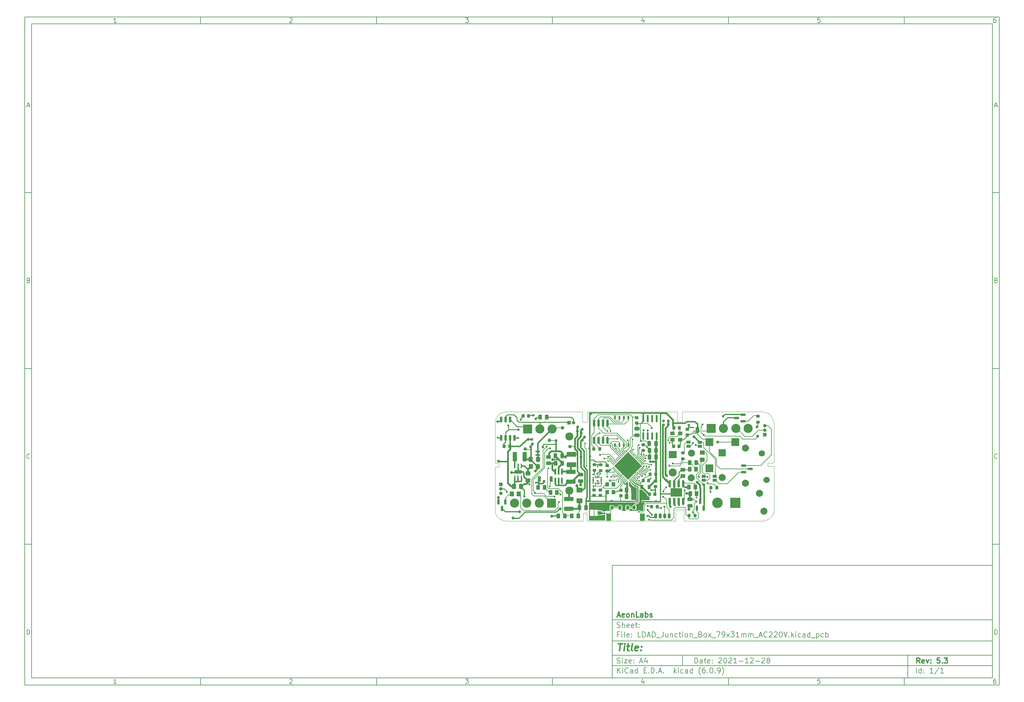
<source format=gbr>
G04 #@! TF.GenerationSoftware,KiCad,Pcbnew,(6.0.9)*
G04 #@! TF.CreationDate,2022-11-26T17:41:20+01:00*
G04 #@! TF.ProjectId,LDAD_Junction_Box_79x31mm_AC220V,4c444144-5f4a-4756-9e63-74696f6e5f42,5.3*
G04 #@! TF.SameCoordinates,Original*
G04 #@! TF.FileFunction,Copper,L1,Top*
G04 #@! TF.FilePolarity,Positive*
%FSLAX46Y46*%
G04 Gerber Fmt 4.6, Leading zero omitted, Abs format (unit mm)*
G04 Created by KiCad (PCBNEW (6.0.9)) date 2022-11-26 17:41:20*
%MOMM*%
%LPD*%
G01*
G04 APERTURE LIST*
G04 Aperture macros list*
%AMRoundRect*
0 Rectangle with rounded corners*
0 $1 Rounding radius*
0 $2 $3 $4 $5 $6 $7 $8 $9 X,Y pos of 4 corners*
0 Add a 4 corners polygon primitive as box body*
4,1,4,$2,$3,$4,$5,$6,$7,$8,$9,$2,$3,0*
0 Add four circle primitives for the rounded corners*
1,1,$1+$1,$2,$3*
1,1,$1+$1,$4,$5*
1,1,$1+$1,$6,$7*
1,1,$1+$1,$8,$9*
0 Add four rect primitives between the rounded corners*
20,1,$1+$1,$2,$3,$4,$5,0*
20,1,$1+$1,$4,$5,$6,$7,0*
20,1,$1+$1,$6,$7,$8,$9,0*
20,1,$1+$1,$8,$9,$2,$3,0*%
%AMRotRect*
0 Rectangle, with rotation*
0 The origin of the aperture is its center*
0 $1 length*
0 $2 width*
0 $3 Rotation angle, in degrees counterclockwise*
0 Add horizontal line*
21,1,$1,$2,0,0,$3*%
%AMFreePoly0*
4,1,6,0.500000,-0.850000,-0.500000,-0.850000,-0.500000,0.550000,-0.200000,0.850000,0.500000,0.850000,0.500000,-0.850000,0.500000,-0.850000,$1*%
G04 Aperture macros list end*
%ADD10C,0.100000*%
%ADD11C,0.150000*%
%ADD12C,0.300000*%
%ADD13C,0.400000*%
G04 #@! TA.AperFunction,NonConductor*
%ADD14C,0.200000*%
G04 #@! TD*
G04 #@! TA.AperFunction,Profile*
%ADD15C,0.120000*%
G04 #@! TD*
G04 #@! TA.AperFunction,SMDPad,CuDef*
%ADD16RoundRect,0.225000X-0.225000X-0.250000X0.225000X-0.250000X0.225000X0.250000X-0.225000X0.250000X0*%
G04 #@! TD*
G04 #@! TA.AperFunction,SMDPad,CuDef*
%ADD17RoundRect,0.250000X-0.262500X-0.450000X0.262500X-0.450000X0.262500X0.450000X-0.262500X0.450000X0*%
G04 #@! TD*
G04 #@! TA.AperFunction,SMDPad,CuDef*
%ADD18RoundRect,0.250000X0.250000X0.475000X-0.250000X0.475000X-0.250000X-0.475000X0.250000X-0.475000X0*%
G04 #@! TD*
G04 #@! TA.AperFunction,SMDPad,CuDef*
%ADD19RoundRect,0.225000X0.250000X-0.225000X0.250000X0.225000X-0.250000X0.225000X-0.250000X-0.225000X0*%
G04 #@! TD*
G04 #@! TA.AperFunction,SMDPad,CuDef*
%ADD20C,1.000000*%
G04 #@! TD*
G04 #@! TA.AperFunction,SMDPad,CuDef*
%ADD21RoundRect,0.225000X-0.250000X0.225000X-0.250000X-0.225000X0.250000X-0.225000X0.250000X0.225000X0*%
G04 #@! TD*
G04 #@! TA.AperFunction,SMDPad,CuDef*
%ADD22RoundRect,0.250000X0.475000X-0.250000X0.475000X0.250000X-0.475000X0.250000X-0.475000X-0.250000X0*%
G04 #@! TD*
G04 #@! TA.AperFunction,SMDPad,CuDef*
%ADD23R,1.000000X1.300000*%
G04 #@! TD*
G04 #@! TA.AperFunction,SMDPad,CuDef*
%ADD24RoundRect,0.042000X-0.258000X0.943000X-0.258000X-0.943000X0.258000X-0.943000X0.258000X0.943000X0*%
G04 #@! TD*
G04 #@! TA.AperFunction,SMDPad,CuDef*
%ADD25R,3.302000X2.413000*%
G04 #@! TD*
G04 #@! TA.AperFunction,SMDPad,CuDef*
%ADD26RoundRect,0.250000X-0.337500X-0.475000X0.337500X-0.475000X0.337500X0.475000X-0.337500X0.475000X0*%
G04 #@! TD*
G04 #@! TA.AperFunction,SMDPad,CuDef*
%ADD27RoundRect,0.250000X-0.450000X0.350000X-0.450000X-0.350000X0.450000X-0.350000X0.450000X0.350000X0*%
G04 #@! TD*
G04 #@! TA.AperFunction,SMDPad,CuDef*
%ADD28RoundRect,0.150000X0.150000X-0.825000X0.150000X0.825000X-0.150000X0.825000X-0.150000X-0.825000X0*%
G04 #@! TD*
G04 #@! TA.AperFunction,SMDPad,CuDef*
%ADD29R,0.550000X0.250000*%
G04 #@! TD*
G04 #@! TA.AperFunction,SMDPad,CuDef*
%ADD30R,0.001000X0.001000*%
G04 #@! TD*
G04 #@! TA.AperFunction,SMDPad,CuDef*
%ADD31FreePoly0,180.000000*%
G04 #@! TD*
G04 #@! TA.AperFunction,SMDPad,CuDef*
%ADD32RoundRect,0.150000X0.587500X0.150000X-0.587500X0.150000X-0.587500X-0.150000X0.587500X-0.150000X0*%
G04 #@! TD*
G04 #@! TA.AperFunction,SMDPad,CuDef*
%ADD33RoundRect,0.124800X-0.475200X-0.275200X0.475200X-0.275200X0.475200X0.275200X-0.475200X0.275200X0*%
G04 #@! TD*
G04 #@! TA.AperFunction,SMDPad,CuDef*
%ADD34RoundRect,0.200000X-0.275000X0.200000X-0.275000X-0.200000X0.275000X-0.200000X0.275000X0.200000X0*%
G04 #@! TD*
G04 #@! TA.AperFunction,SMDPad,CuDef*
%ADD35RoundRect,0.041300X-0.253700X0.948700X-0.253700X-0.948700X0.253700X-0.948700X0.253700X0.948700X0*%
G04 #@! TD*
G04 #@! TA.AperFunction,SMDPad,CuDef*
%ADD36RoundRect,0.200000X0.200000X0.275000X-0.200000X0.275000X-0.200000X-0.275000X0.200000X-0.275000X0*%
G04 #@! TD*
G04 #@! TA.AperFunction,SMDPad,CuDef*
%ADD37RoundRect,0.250000X-0.450000X0.262500X-0.450000X-0.262500X0.450000X-0.262500X0.450000X0.262500X0*%
G04 #@! TD*
G04 #@! TA.AperFunction,SMDPad,CuDef*
%ADD38R,0.400000X25.500000*%
G04 #@! TD*
G04 #@! TA.AperFunction,SMDPad,CuDef*
%ADD39RoundRect,0.243750X-0.243750X-0.456250X0.243750X-0.456250X0.243750X0.456250X-0.243750X0.456250X0*%
G04 #@! TD*
G04 #@! TA.AperFunction,SMDPad,CuDef*
%ADD40RoundRect,0.250000X1.075000X-0.375000X1.075000X0.375000X-1.075000X0.375000X-1.075000X-0.375000X0*%
G04 #@! TD*
G04 #@! TA.AperFunction,SMDPad,CuDef*
%ADD41R,2.250000X1.100000*%
G04 #@! TD*
G04 #@! TA.AperFunction,SMDPad,CuDef*
%ADD42R,1.100000X1.050000*%
G04 #@! TD*
G04 #@! TA.AperFunction,SMDPad,CuDef*
%ADD43RoundRect,0.250000X-0.475000X0.250000X-0.475000X-0.250000X0.475000X-0.250000X0.475000X0.250000X0*%
G04 #@! TD*
G04 #@! TA.AperFunction,SMDPad,CuDef*
%ADD44RoundRect,0.150000X0.150000X-0.675000X0.150000X0.675000X-0.150000X0.675000X-0.150000X-0.675000X0*%
G04 #@! TD*
G04 #@! TA.AperFunction,SMDPad,CuDef*
%ADD45RoundRect,0.000250X0.000250X-0.000250X0.000250X0.000250X-0.000250X0.000250X-0.000250X-0.000250X0*%
G04 #@! TD*
G04 #@! TA.AperFunction,SMDPad,CuDef*
%ADD46RoundRect,0.250000X0.262500X0.450000X-0.262500X0.450000X-0.262500X-0.450000X0.262500X-0.450000X0*%
G04 #@! TD*
G04 #@! TA.AperFunction,SMDPad,CuDef*
%ADD47RoundRect,0.218750X0.218750X0.381250X-0.218750X0.381250X-0.218750X-0.381250X0.218750X-0.381250X0*%
G04 #@! TD*
G04 #@! TA.AperFunction,SMDPad,CuDef*
%ADD48RoundRect,0.200000X0.275000X-0.200000X0.275000X0.200000X-0.275000X0.200000X-0.275000X-0.200000X0*%
G04 #@! TD*
G04 #@! TA.AperFunction,SMDPad,CuDef*
%ADD49RoundRect,0.225000X0.225000X0.250000X-0.225000X0.250000X-0.225000X-0.250000X0.225000X-0.250000X0*%
G04 #@! TD*
G04 #@! TA.AperFunction,SMDPad,CuDef*
%ADD50RoundRect,0.088500X-0.206500X0.746500X-0.206500X-0.746500X0.206500X-0.746500X0.206500X0.746500X0*%
G04 #@! TD*
G04 #@! TA.AperFunction,SMDPad,CuDef*
%ADD51RoundRect,0.088500X0.206500X-0.746500X0.206500X0.746500X-0.206500X0.746500X-0.206500X-0.746500X0*%
G04 #@! TD*
G04 #@! TA.AperFunction,SMDPad,CuDef*
%ADD52RoundRect,0.250000X-0.250000X-0.475000X0.250000X-0.475000X0.250000X0.475000X-0.250000X0.475000X0*%
G04 #@! TD*
G04 #@! TA.AperFunction,SMDPad,CuDef*
%ADD53RoundRect,0.150000X0.150000X-0.587500X0.150000X0.587500X-0.150000X0.587500X-0.150000X-0.587500X0*%
G04 #@! TD*
G04 #@! TA.AperFunction,SMDPad,CuDef*
%ADD54R,0.400000X25.400000*%
G04 #@! TD*
G04 #@! TA.AperFunction,SMDPad,CuDef*
%ADD55RoundRect,0.250001X-1.074999X0.462499X-1.074999X-0.462499X1.074999X-0.462499X1.074999X0.462499X0*%
G04 #@! TD*
G04 #@! TA.AperFunction,SMDPad,CuDef*
%ADD56R,5.000000X0.400000*%
G04 #@! TD*
G04 #@! TA.AperFunction,SMDPad,CuDef*
%ADD57R,1.400000X2.100000*%
G04 #@! TD*
G04 #@! TA.AperFunction,SMDPad,CuDef*
%ADD58RoundRect,0.250000X0.350000X0.450000X-0.350000X0.450000X-0.350000X-0.450000X0.350000X-0.450000X0*%
G04 #@! TD*
G04 #@! TA.AperFunction,SMDPad,CuDef*
%ADD59RoundRect,0.150000X-0.150000X0.587500X-0.150000X-0.587500X0.150000X-0.587500X0.150000X0.587500X0*%
G04 #@! TD*
G04 #@! TA.AperFunction,SMDPad,CuDef*
%ADD60RoundRect,0.150000X-0.587500X-0.150000X0.587500X-0.150000X0.587500X0.150000X-0.587500X0.150000X0*%
G04 #@! TD*
G04 #@! TA.AperFunction,SMDPad,CuDef*
%ADD61RoundRect,0.200000X-0.200000X-0.275000X0.200000X-0.275000X0.200000X0.275000X-0.200000X0.275000X0*%
G04 #@! TD*
G04 #@! TA.AperFunction,SMDPad,CuDef*
%ADD62RoundRect,0.066000X0.154000X-0.404000X0.154000X0.404000X-0.154000X0.404000X-0.154000X-0.404000X0*%
G04 #@! TD*
G04 #@! TA.AperFunction,SMDPad,CuDef*
%ADD63RoundRect,0.250000X0.450000X-0.350000X0.450000X0.350000X-0.450000X0.350000X-0.450000X-0.350000X0*%
G04 #@! TD*
G04 #@! TA.AperFunction,SMDPad,CuDef*
%ADD64RoundRect,0.200000X-0.200000X-0.600000X0.200000X-0.600000X0.200000X0.600000X-0.200000X0.600000X0*%
G04 #@! TD*
G04 #@! TA.AperFunction,SMDPad,CuDef*
%ADD65RoundRect,0.250001X-0.624999X0.462499X-0.624999X-0.462499X0.624999X-0.462499X0.624999X0.462499X0*%
G04 #@! TD*
G04 #@! TA.AperFunction,SMDPad,CuDef*
%ADD66R,2.195000X2.195000*%
G04 #@! TD*
G04 #@! TA.AperFunction,SMDPad,CuDef*
%ADD67RoundRect,0.050000X0.309359X-0.238649X-0.238649X0.309359X-0.309359X0.238649X0.238649X-0.309359X0*%
G04 #@! TD*
G04 #@! TA.AperFunction,SMDPad,CuDef*
%ADD68RoundRect,0.050000X0.309359X0.238649X0.238649X0.309359X-0.309359X-0.238649X-0.238649X-0.309359X0*%
G04 #@! TD*
G04 #@! TA.AperFunction,SMDPad,CuDef*
%ADD69RotRect,5.600000X5.600000X135.000000*%
G04 #@! TD*
G04 #@! TA.AperFunction,SMDPad,CuDef*
%ADD70R,13.000000X0.400000*%
G04 #@! TD*
G04 #@! TA.AperFunction,SMDPad,CuDef*
%ADD71R,20.500000X0.400000*%
G04 #@! TD*
G04 #@! TA.AperFunction,SMDPad,CuDef*
%ADD72RoundRect,0.100000X-0.100000X-0.550000X0.100000X-0.550000X0.100000X0.550000X-0.100000X0.550000X0*%
G04 #@! TD*
G04 #@! TA.AperFunction,SMDPad,CuDef*
%ADD73RoundRect,0.262500X0.737500X0.262500X-0.737500X0.262500X-0.737500X-0.262500X0.737500X-0.262500X0*%
G04 #@! TD*
G04 #@! TA.AperFunction,SMDPad,CuDef*
%ADD74RoundRect,0.100000X0.100000X0.550000X-0.100000X0.550000X-0.100000X-0.550000X0.100000X-0.550000X0*%
G04 #@! TD*
G04 #@! TA.AperFunction,SMDPad,CuDef*
%ADD75R,0.580000X0.350000*%
G04 #@! TD*
G04 #@! TA.AperFunction,SMDPad,CuDef*
%ADD76R,0.350000X0.580000*%
G04 #@! TD*
G04 #@! TA.AperFunction,SMDPad,CuDef*
%ADD77RoundRect,0.218750X-0.218750X-0.381250X0.218750X-0.381250X0.218750X0.381250X-0.218750X0.381250X0*%
G04 #@! TD*
G04 #@! TA.AperFunction,SMDPad,CuDef*
%ADD78RoundRect,0.250000X0.375000X1.075000X-0.375000X1.075000X-0.375000X-1.075000X0.375000X-1.075000X0*%
G04 #@! TD*
G04 #@! TA.AperFunction,SMDPad,CuDef*
%ADD79R,1.300000X1.000000*%
G04 #@! TD*
G04 #@! TA.AperFunction,SMDPad,CuDef*
%ADD80R,0.500000X0.500000*%
G04 #@! TD*
G04 #@! TA.AperFunction,ComponentPad*
%ADD81R,2.300000X2.000000*%
G04 #@! TD*
G04 #@! TA.AperFunction,ComponentPad*
%ADD82C,2.300000*%
G04 #@! TD*
G04 #@! TA.AperFunction,ComponentPad*
%ADD83C,2.010000*%
G04 #@! TD*
G04 #@! TA.AperFunction,ComponentPad*
%ADD84R,1.000000X1.000000*%
G04 #@! TD*
G04 #@! TA.AperFunction,ComponentPad*
%ADD85O,1.000000X1.000000*%
G04 #@! TD*
G04 #@! TA.AperFunction,ComponentPad*
%ADD86R,2.600000X2.600000*%
G04 #@! TD*
G04 #@! TA.AperFunction,ComponentPad*
%ADD87C,2.600000*%
G04 #@! TD*
G04 #@! TA.AperFunction,ComponentPad*
%ADD88R,2.000000X2.000000*%
G04 #@! TD*
G04 #@! TA.AperFunction,ComponentPad*
%ADD89C,2.000000*%
G04 #@! TD*
G04 #@! TA.AperFunction,SMDPad,CuDef*
%ADD90O,0.800000X1.500000*%
G04 #@! TD*
G04 #@! TA.AperFunction,ComponentPad*
%ADD91C,1.800000*%
G04 #@! TD*
G04 #@! TA.AperFunction,ComponentPad*
%ADD92C,0.400000*%
G04 #@! TD*
G04 #@! TA.AperFunction,ComponentPad*
%ADD93R,3.000000X3.000000*%
G04 #@! TD*
G04 #@! TA.AperFunction,ComponentPad*
%ADD94C,3.000000*%
G04 #@! TD*
G04 #@! TA.AperFunction,ViaPad*
%ADD95C,0.500000*%
G04 #@! TD*
G04 #@! TA.AperFunction,ViaPad*
%ADD96C,0.700000*%
G04 #@! TD*
G04 #@! TA.AperFunction,ViaPad*
%ADD97C,0.600000*%
G04 #@! TD*
G04 #@! TA.AperFunction,ViaPad*
%ADD98C,0.800000*%
G04 #@! TD*
G04 #@! TA.AperFunction,Conductor*
%ADD99C,0.500000*%
G04 #@! TD*
G04 #@! TA.AperFunction,Conductor*
%ADD100C,0.200000*%
G04 #@! TD*
G04 #@! TA.AperFunction,Conductor*
%ADD101C,0.150000*%
G04 #@! TD*
G04 #@! TA.AperFunction,Conductor*
%ADD102C,0.400000*%
G04 #@! TD*
G04 #@! TA.AperFunction,Conductor*
%ADD103C,0.300000*%
G04 #@! TD*
G04 #@! TA.AperFunction,Conductor*
%ADD104C,0.510000*%
G04 #@! TD*
G04 #@! TA.AperFunction,Conductor*
%ADD105C,0.250000*%
G04 #@! TD*
G04 #@! TA.AperFunction,Conductor*
%ADD106C,0.180000*%
G04 #@! TD*
G04 #@! TA.AperFunction,Conductor*
%ADD107C,0.320000*%
G04 #@! TD*
G04 APERTURE END LIST*
D10*
D11*
X177002200Y-166007200D02*
X177002200Y-198007200D01*
X285002200Y-198007200D01*
X285002200Y-166007200D01*
X177002200Y-166007200D01*
D10*
D11*
X10000000Y-10000000D02*
X10000000Y-200007200D01*
X287002200Y-200007200D01*
X287002200Y-10000000D01*
X10000000Y-10000000D01*
D10*
D11*
X12000000Y-12000000D02*
X12000000Y-198007200D01*
X285002200Y-198007200D01*
X285002200Y-12000000D01*
X12000000Y-12000000D01*
D10*
D11*
X60000000Y-12000000D02*
X60000000Y-10000000D01*
D10*
D11*
X110000000Y-12000000D02*
X110000000Y-10000000D01*
D10*
D11*
X160000000Y-12000000D02*
X160000000Y-10000000D01*
D10*
D11*
X210000000Y-12000000D02*
X210000000Y-10000000D01*
D10*
D11*
X260000000Y-12000000D02*
X260000000Y-10000000D01*
D10*
D11*
X36065476Y-11588095D02*
X35322619Y-11588095D01*
X35694047Y-11588095D02*
X35694047Y-10288095D01*
X35570238Y-10473809D01*
X35446428Y-10597619D01*
X35322619Y-10659523D01*
D10*
D11*
X85322619Y-10411904D02*
X85384523Y-10350000D01*
X85508333Y-10288095D01*
X85817857Y-10288095D01*
X85941666Y-10350000D01*
X86003571Y-10411904D01*
X86065476Y-10535714D01*
X86065476Y-10659523D01*
X86003571Y-10845238D01*
X85260714Y-11588095D01*
X86065476Y-11588095D01*
D10*
D11*
X135260714Y-10288095D02*
X136065476Y-10288095D01*
X135632142Y-10783333D01*
X135817857Y-10783333D01*
X135941666Y-10845238D01*
X136003571Y-10907142D01*
X136065476Y-11030952D01*
X136065476Y-11340476D01*
X136003571Y-11464285D01*
X135941666Y-11526190D01*
X135817857Y-11588095D01*
X135446428Y-11588095D01*
X135322619Y-11526190D01*
X135260714Y-11464285D01*
D10*
D11*
X185941666Y-10721428D02*
X185941666Y-11588095D01*
X185632142Y-10226190D02*
X185322619Y-11154761D01*
X186127380Y-11154761D01*
D10*
D11*
X236003571Y-10288095D02*
X235384523Y-10288095D01*
X235322619Y-10907142D01*
X235384523Y-10845238D01*
X235508333Y-10783333D01*
X235817857Y-10783333D01*
X235941666Y-10845238D01*
X236003571Y-10907142D01*
X236065476Y-11030952D01*
X236065476Y-11340476D01*
X236003571Y-11464285D01*
X235941666Y-11526190D01*
X235817857Y-11588095D01*
X235508333Y-11588095D01*
X235384523Y-11526190D01*
X235322619Y-11464285D01*
D10*
D11*
X285941666Y-10288095D02*
X285694047Y-10288095D01*
X285570238Y-10350000D01*
X285508333Y-10411904D01*
X285384523Y-10597619D01*
X285322619Y-10845238D01*
X285322619Y-11340476D01*
X285384523Y-11464285D01*
X285446428Y-11526190D01*
X285570238Y-11588095D01*
X285817857Y-11588095D01*
X285941666Y-11526190D01*
X286003571Y-11464285D01*
X286065476Y-11340476D01*
X286065476Y-11030952D01*
X286003571Y-10907142D01*
X285941666Y-10845238D01*
X285817857Y-10783333D01*
X285570238Y-10783333D01*
X285446428Y-10845238D01*
X285384523Y-10907142D01*
X285322619Y-11030952D01*
D10*
D11*
X60000000Y-198007200D02*
X60000000Y-200007200D01*
D10*
D11*
X110000000Y-198007200D02*
X110000000Y-200007200D01*
D10*
D11*
X160000000Y-198007200D02*
X160000000Y-200007200D01*
D10*
D11*
X210000000Y-198007200D02*
X210000000Y-200007200D01*
D10*
D11*
X260000000Y-198007200D02*
X260000000Y-200007200D01*
D10*
D11*
X36065476Y-199595295D02*
X35322619Y-199595295D01*
X35694047Y-199595295D02*
X35694047Y-198295295D01*
X35570238Y-198481009D01*
X35446428Y-198604819D01*
X35322619Y-198666723D01*
D10*
D11*
X85322619Y-198419104D02*
X85384523Y-198357200D01*
X85508333Y-198295295D01*
X85817857Y-198295295D01*
X85941666Y-198357200D01*
X86003571Y-198419104D01*
X86065476Y-198542914D01*
X86065476Y-198666723D01*
X86003571Y-198852438D01*
X85260714Y-199595295D01*
X86065476Y-199595295D01*
D10*
D11*
X135260714Y-198295295D02*
X136065476Y-198295295D01*
X135632142Y-198790533D01*
X135817857Y-198790533D01*
X135941666Y-198852438D01*
X136003571Y-198914342D01*
X136065476Y-199038152D01*
X136065476Y-199347676D01*
X136003571Y-199471485D01*
X135941666Y-199533390D01*
X135817857Y-199595295D01*
X135446428Y-199595295D01*
X135322619Y-199533390D01*
X135260714Y-199471485D01*
D10*
D11*
X185941666Y-198728628D02*
X185941666Y-199595295D01*
X185632142Y-198233390D02*
X185322619Y-199161961D01*
X186127380Y-199161961D01*
D10*
D11*
X236003571Y-198295295D02*
X235384523Y-198295295D01*
X235322619Y-198914342D01*
X235384523Y-198852438D01*
X235508333Y-198790533D01*
X235817857Y-198790533D01*
X235941666Y-198852438D01*
X236003571Y-198914342D01*
X236065476Y-199038152D01*
X236065476Y-199347676D01*
X236003571Y-199471485D01*
X235941666Y-199533390D01*
X235817857Y-199595295D01*
X235508333Y-199595295D01*
X235384523Y-199533390D01*
X235322619Y-199471485D01*
D10*
D11*
X285941666Y-198295295D02*
X285694047Y-198295295D01*
X285570238Y-198357200D01*
X285508333Y-198419104D01*
X285384523Y-198604819D01*
X285322619Y-198852438D01*
X285322619Y-199347676D01*
X285384523Y-199471485D01*
X285446428Y-199533390D01*
X285570238Y-199595295D01*
X285817857Y-199595295D01*
X285941666Y-199533390D01*
X286003571Y-199471485D01*
X286065476Y-199347676D01*
X286065476Y-199038152D01*
X286003571Y-198914342D01*
X285941666Y-198852438D01*
X285817857Y-198790533D01*
X285570238Y-198790533D01*
X285446428Y-198852438D01*
X285384523Y-198914342D01*
X285322619Y-199038152D01*
D10*
D11*
X10000000Y-60000000D02*
X12000000Y-60000000D01*
D10*
D11*
X10000000Y-110000000D02*
X12000000Y-110000000D01*
D10*
D11*
X10000000Y-160000000D02*
X12000000Y-160000000D01*
D10*
D11*
X10690476Y-35216666D02*
X11309523Y-35216666D01*
X10566666Y-35588095D02*
X11000000Y-34288095D01*
X11433333Y-35588095D01*
D10*
D11*
X11092857Y-84907142D02*
X11278571Y-84969047D01*
X11340476Y-85030952D01*
X11402380Y-85154761D01*
X11402380Y-85340476D01*
X11340476Y-85464285D01*
X11278571Y-85526190D01*
X11154761Y-85588095D01*
X10659523Y-85588095D01*
X10659523Y-84288095D01*
X11092857Y-84288095D01*
X11216666Y-84350000D01*
X11278571Y-84411904D01*
X11340476Y-84535714D01*
X11340476Y-84659523D01*
X11278571Y-84783333D01*
X11216666Y-84845238D01*
X11092857Y-84907142D01*
X10659523Y-84907142D01*
D10*
D11*
X11402380Y-135464285D02*
X11340476Y-135526190D01*
X11154761Y-135588095D01*
X11030952Y-135588095D01*
X10845238Y-135526190D01*
X10721428Y-135402380D01*
X10659523Y-135278571D01*
X10597619Y-135030952D01*
X10597619Y-134845238D01*
X10659523Y-134597619D01*
X10721428Y-134473809D01*
X10845238Y-134350000D01*
X11030952Y-134288095D01*
X11154761Y-134288095D01*
X11340476Y-134350000D01*
X11402380Y-134411904D01*
D10*
D11*
X10659523Y-185588095D02*
X10659523Y-184288095D01*
X10969047Y-184288095D01*
X11154761Y-184350000D01*
X11278571Y-184473809D01*
X11340476Y-184597619D01*
X11402380Y-184845238D01*
X11402380Y-185030952D01*
X11340476Y-185278571D01*
X11278571Y-185402380D01*
X11154761Y-185526190D01*
X10969047Y-185588095D01*
X10659523Y-185588095D01*
D10*
D11*
X287002200Y-60000000D02*
X285002200Y-60000000D01*
D10*
D11*
X287002200Y-110000000D02*
X285002200Y-110000000D01*
D10*
D11*
X287002200Y-160000000D02*
X285002200Y-160000000D01*
D10*
D11*
X285692676Y-35216666D02*
X286311723Y-35216666D01*
X285568866Y-35588095D02*
X286002200Y-34288095D01*
X286435533Y-35588095D01*
D10*
D11*
X286095057Y-84907142D02*
X286280771Y-84969047D01*
X286342676Y-85030952D01*
X286404580Y-85154761D01*
X286404580Y-85340476D01*
X286342676Y-85464285D01*
X286280771Y-85526190D01*
X286156961Y-85588095D01*
X285661723Y-85588095D01*
X285661723Y-84288095D01*
X286095057Y-84288095D01*
X286218866Y-84350000D01*
X286280771Y-84411904D01*
X286342676Y-84535714D01*
X286342676Y-84659523D01*
X286280771Y-84783333D01*
X286218866Y-84845238D01*
X286095057Y-84907142D01*
X285661723Y-84907142D01*
D10*
D11*
X286404580Y-135464285D02*
X286342676Y-135526190D01*
X286156961Y-135588095D01*
X286033152Y-135588095D01*
X285847438Y-135526190D01*
X285723628Y-135402380D01*
X285661723Y-135278571D01*
X285599819Y-135030952D01*
X285599819Y-134845238D01*
X285661723Y-134597619D01*
X285723628Y-134473809D01*
X285847438Y-134350000D01*
X286033152Y-134288095D01*
X286156961Y-134288095D01*
X286342676Y-134350000D01*
X286404580Y-134411904D01*
D10*
D11*
X285661723Y-185588095D02*
X285661723Y-184288095D01*
X285971247Y-184288095D01*
X286156961Y-184350000D01*
X286280771Y-184473809D01*
X286342676Y-184597619D01*
X286404580Y-184845238D01*
X286404580Y-185030952D01*
X286342676Y-185278571D01*
X286280771Y-185402380D01*
X286156961Y-185526190D01*
X285971247Y-185588095D01*
X285661723Y-185588095D01*
D10*
D11*
X200434342Y-193785771D02*
X200434342Y-192285771D01*
X200791485Y-192285771D01*
X201005771Y-192357200D01*
X201148628Y-192500057D01*
X201220057Y-192642914D01*
X201291485Y-192928628D01*
X201291485Y-193142914D01*
X201220057Y-193428628D01*
X201148628Y-193571485D01*
X201005771Y-193714342D01*
X200791485Y-193785771D01*
X200434342Y-193785771D01*
X202577200Y-193785771D02*
X202577200Y-193000057D01*
X202505771Y-192857200D01*
X202362914Y-192785771D01*
X202077200Y-192785771D01*
X201934342Y-192857200D01*
X202577200Y-193714342D02*
X202434342Y-193785771D01*
X202077200Y-193785771D01*
X201934342Y-193714342D01*
X201862914Y-193571485D01*
X201862914Y-193428628D01*
X201934342Y-193285771D01*
X202077200Y-193214342D01*
X202434342Y-193214342D01*
X202577200Y-193142914D01*
X203077200Y-192785771D02*
X203648628Y-192785771D01*
X203291485Y-192285771D02*
X203291485Y-193571485D01*
X203362914Y-193714342D01*
X203505771Y-193785771D01*
X203648628Y-193785771D01*
X204720057Y-193714342D02*
X204577200Y-193785771D01*
X204291485Y-193785771D01*
X204148628Y-193714342D01*
X204077200Y-193571485D01*
X204077200Y-193000057D01*
X204148628Y-192857200D01*
X204291485Y-192785771D01*
X204577200Y-192785771D01*
X204720057Y-192857200D01*
X204791485Y-193000057D01*
X204791485Y-193142914D01*
X204077200Y-193285771D01*
X205434342Y-193642914D02*
X205505771Y-193714342D01*
X205434342Y-193785771D01*
X205362914Y-193714342D01*
X205434342Y-193642914D01*
X205434342Y-193785771D01*
X205434342Y-192857200D02*
X205505771Y-192928628D01*
X205434342Y-193000057D01*
X205362914Y-192928628D01*
X205434342Y-192857200D01*
X205434342Y-193000057D01*
X207220057Y-192428628D02*
X207291485Y-192357200D01*
X207434342Y-192285771D01*
X207791485Y-192285771D01*
X207934342Y-192357200D01*
X208005771Y-192428628D01*
X208077200Y-192571485D01*
X208077200Y-192714342D01*
X208005771Y-192928628D01*
X207148628Y-193785771D01*
X208077200Y-193785771D01*
X209005771Y-192285771D02*
X209148628Y-192285771D01*
X209291485Y-192357200D01*
X209362914Y-192428628D01*
X209434342Y-192571485D01*
X209505771Y-192857200D01*
X209505771Y-193214342D01*
X209434342Y-193500057D01*
X209362914Y-193642914D01*
X209291485Y-193714342D01*
X209148628Y-193785771D01*
X209005771Y-193785771D01*
X208862914Y-193714342D01*
X208791485Y-193642914D01*
X208720057Y-193500057D01*
X208648628Y-193214342D01*
X208648628Y-192857200D01*
X208720057Y-192571485D01*
X208791485Y-192428628D01*
X208862914Y-192357200D01*
X209005771Y-192285771D01*
X210077200Y-192428628D02*
X210148628Y-192357200D01*
X210291485Y-192285771D01*
X210648628Y-192285771D01*
X210791485Y-192357200D01*
X210862914Y-192428628D01*
X210934342Y-192571485D01*
X210934342Y-192714342D01*
X210862914Y-192928628D01*
X210005771Y-193785771D01*
X210934342Y-193785771D01*
X212362914Y-193785771D02*
X211505771Y-193785771D01*
X211934342Y-193785771D02*
X211934342Y-192285771D01*
X211791485Y-192500057D01*
X211648628Y-192642914D01*
X211505771Y-192714342D01*
X213005771Y-193214342D02*
X214148628Y-193214342D01*
X215648628Y-193785771D02*
X214791485Y-193785771D01*
X215220057Y-193785771D02*
X215220057Y-192285771D01*
X215077200Y-192500057D01*
X214934342Y-192642914D01*
X214791485Y-192714342D01*
X216220057Y-192428628D02*
X216291485Y-192357200D01*
X216434342Y-192285771D01*
X216791485Y-192285771D01*
X216934342Y-192357200D01*
X217005771Y-192428628D01*
X217077200Y-192571485D01*
X217077200Y-192714342D01*
X217005771Y-192928628D01*
X216148628Y-193785771D01*
X217077200Y-193785771D01*
X217720057Y-193214342D02*
X218862914Y-193214342D01*
X219505771Y-192428628D02*
X219577200Y-192357200D01*
X219720057Y-192285771D01*
X220077200Y-192285771D01*
X220220057Y-192357200D01*
X220291485Y-192428628D01*
X220362914Y-192571485D01*
X220362914Y-192714342D01*
X220291485Y-192928628D01*
X219434342Y-193785771D01*
X220362914Y-193785771D01*
X221220057Y-192928628D02*
X221077200Y-192857200D01*
X221005771Y-192785771D01*
X220934342Y-192642914D01*
X220934342Y-192571485D01*
X221005771Y-192428628D01*
X221077200Y-192357200D01*
X221220057Y-192285771D01*
X221505771Y-192285771D01*
X221648628Y-192357200D01*
X221720057Y-192428628D01*
X221791485Y-192571485D01*
X221791485Y-192642914D01*
X221720057Y-192785771D01*
X221648628Y-192857200D01*
X221505771Y-192928628D01*
X221220057Y-192928628D01*
X221077200Y-193000057D01*
X221005771Y-193071485D01*
X220934342Y-193214342D01*
X220934342Y-193500057D01*
X221005771Y-193642914D01*
X221077200Y-193714342D01*
X221220057Y-193785771D01*
X221505771Y-193785771D01*
X221648628Y-193714342D01*
X221720057Y-193642914D01*
X221791485Y-193500057D01*
X221791485Y-193214342D01*
X221720057Y-193071485D01*
X221648628Y-193000057D01*
X221505771Y-192928628D01*
D10*
D11*
X177002200Y-194507200D02*
X285002200Y-194507200D01*
D10*
D11*
X178434342Y-196585771D02*
X178434342Y-195085771D01*
X179291485Y-196585771D02*
X178648628Y-195728628D01*
X179291485Y-195085771D02*
X178434342Y-195942914D01*
X179934342Y-196585771D02*
X179934342Y-195585771D01*
X179934342Y-195085771D02*
X179862914Y-195157200D01*
X179934342Y-195228628D01*
X180005771Y-195157200D01*
X179934342Y-195085771D01*
X179934342Y-195228628D01*
X181505771Y-196442914D02*
X181434342Y-196514342D01*
X181220057Y-196585771D01*
X181077200Y-196585771D01*
X180862914Y-196514342D01*
X180720057Y-196371485D01*
X180648628Y-196228628D01*
X180577200Y-195942914D01*
X180577200Y-195728628D01*
X180648628Y-195442914D01*
X180720057Y-195300057D01*
X180862914Y-195157200D01*
X181077200Y-195085771D01*
X181220057Y-195085771D01*
X181434342Y-195157200D01*
X181505771Y-195228628D01*
X182791485Y-196585771D02*
X182791485Y-195800057D01*
X182720057Y-195657200D01*
X182577200Y-195585771D01*
X182291485Y-195585771D01*
X182148628Y-195657200D01*
X182791485Y-196514342D02*
X182648628Y-196585771D01*
X182291485Y-196585771D01*
X182148628Y-196514342D01*
X182077200Y-196371485D01*
X182077200Y-196228628D01*
X182148628Y-196085771D01*
X182291485Y-196014342D01*
X182648628Y-196014342D01*
X182791485Y-195942914D01*
X184148628Y-196585771D02*
X184148628Y-195085771D01*
X184148628Y-196514342D02*
X184005771Y-196585771D01*
X183720057Y-196585771D01*
X183577200Y-196514342D01*
X183505771Y-196442914D01*
X183434342Y-196300057D01*
X183434342Y-195871485D01*
X183505771Y-195728628D01*
X183577200Y-195657200D01*
X183720057Y-195585771D01*
X184005771Y-195585771D01*
X184148628Y-195657200D01*
X186005771Y-195800057D02*
X186505771Y-195800057D01*
X186720057Y-196585771D02*
X186005771Y-196585771D01*
X186005771Y-195085771D01*
X186720057Y-195085771D01*
X187362914Y-196442914D02*
X187434342Y-196514342D01*
X187362914Y-196585771D01*
X187291485Y-196514342D01*
X187362914Y-196442914D01*
X187362914Y-196585771D01*
X188077200Y-196585771D02*
X188077200Y-195085771D01*
X188434342Y-195085771D01*
X188648628Y-195157200D01*
X188791485Y-195300057D01*
X188862914Y-195442914D01*
X188934342Y-195728628D01*
X188934342Y-195942914D01*
X188862914Y-196228628D01*
X188791485Y-196371485D01*
X188648628Y-196514342D01*
X188434342Y-196585771D01*
X188077200Y-196585771D01*
X189577200Y-196442914D02*
X189648628Y-196514342D01*
X189577200Y-196585771D01*
X189505771Y-196514342D01*
X189577200Y-196442914D01*
X189577200Y-196585771D01*
X190220057Y-196157200D02*
X190934342Y-196157200D01*
X190077200Y-196585771D02*
X190577200Y-195085771D01*
X191077200Y-196585771D01*
X191577200Y-196442914D02*
X191648628Y-196514342D01*
X191577200Y-196585771D01*
X191505771Y-196514342D01*
X191577200Y-196442914D01*
X191577200Y-196585771D01*
X194577200Y-196585771D02*
X194577200Y-195085771D01*
X194720057Y-196014342D02*
X195148628Y-196585771D01*
X195148628Y-195585771D02*
X194577200Y-196157200D01*
X195791485Y-196585771D02*
X195791485Y-195585771D01*
X195791485Y-195085771D02*
X195720057Y-195157200D01*
X195791485Y-195228628D01*
X195862914Y-195157200D01*
X195791485Y-195085771D01*
X195791485Y-195228628D01*
X197148628Y-196514342D02*
X197005771Y-196585771D01*
X196720057Y-196585771D01*
X196577200Y-196514342D01*
X196505771Y-196442914D01*
X196434342Y-196300057D01*
X196434342Y-195871485D01*
X196505771Y-195728628D01*
X196577200Y-195657200D01*
X196720057Y-195585771D01*
X197005771Y-195585771D01*
X197148628Y-195657200D01*
X198434342Y-196585771D02*
X198434342Y-195800057D01*
X198362914Y-195657200D01*
X198220057Y-195585771D01*
X197934342Y-195585771D01*
X197791485Y-195657200D01*
X198434342Y-196514342D02*
X198291485Y-196585771D01*
X197934342Y-196585771D01*
X197791485Y-196514342D01*
X197720057Y-196371485D01*
X197720057Y-196228628D01*
X197791485Y-196085771D01*
X197934342Y-196014342D01*
X198291485Y-196014342D01*
X198434342Y-195942914D01*
X199791485Y-196585771D02*
X199791485Y-195085771D01*
X199791485Y-196514342D02*
X199648628Y-196585771D01*
X199362914Y-196585771D01*
X199220057Y-196514342D01*
X199148628Y-196442914D01*
X199077200Y-196300057D01*
X199077200Y-195871485D01*
X199148628Y-195728628D01*
X199220057Y-195657200D01*
X199362914Y-195585771D01*
X199648628Y-195585771D01*
X199791485Y-195657200D01*
X202077200Y-197157200D02*
X202005771Y-197085771D01*
X201862914Y-196871485D01*
X201791485Y-196728628D01*
X201720057Y-196514342D01*
X201648628Y-196157200D01*
X201648628Y-195871485D01*
X201720057Y-195514342D01*
X201791485Y-195300057D01*
X201862914Y-195157200D01*
X202005771Y-194942914D01*
X202077200Y-194871485D01*
X203291485Y-195085771D02*
X203005771Y-195085771D01*
X202862914Y-195157200D01*
X202791485Y-195228628D01*
X202648628Y-195442914D01*
X202577200Y-195728628D01*
X202577200Y-196300057D01*
X202648628Y-196442914D01*
X202720057Y-196514342D01*
X202862914Y-196585771D01*
X203148628Y-196585771D01*
X203291485Y-196514342D01*
X203362914Y-196442914D01*
X203434342Y-196300057D01*
X203434342Y-195942914D01*
X203362914Y-195800057D01*
X203291485Y-195728628D01*
X203148628Y-195657200D01*
X202862914Y-195657200D01*
X202720057Y-195728628D01*
X202648628Y-195800057D01*
X202577200Y-195942914D01*
X204077200Y-196442914D02*
X204148628Y-196514342D01*
X204077200Y-196585771D01*
X204005771Y-196514342D01*
X204077200Y-196442914D01*
X204077200Y-196585771D01*
X205077200Y-195085771D02*
X205220057Y-195085771D01*
X205362914Y-195157200D01*
X205434342Y-195228628D01*
X205505771Y-195371485D01*
X205577200Y-195657200D01*
X205577200Y-196014342D01*
X205505771Y-196300057D01*
X205434342Y-196442914D01*
X205362914Y-196514342D01*
X205220057Y-196585771D01*
X205077200Y-196585771D01*
X204934342Y-196514342D01*
X204862914Y-196442914D01*
X204791485Y-196300057D01*
X204720057Y-196014342D01*
X204720057Y-195657200D01*
X204791485Y-195371485D01*
X204862914Y-195228628D01*
X204934342Y-195157200D01*
X205077200Y-195085771D01*
X206220057Y-196442914D02*
X206291485Y-196514342D01*
X206220057Y-196585771D01*
X206148628Y-196514342D01*
X206220057Y-196442914D01*
X206220057Y-196585771D01*
X207005771Y-196585771D02*
X207291485Y-196585771D01*
X207434342Y-196514342D01*
X207505771Y-196442914D01*
X207648628Y-196228628D01*
X207720057Y-195942914D01*
X207720057Y-195371485D01*
X207648628Y-195228628D01*
X207577200Y-195157200D01*
X207434342Y-195085771D01*
X207148628Y-195085771D01*
X207005771Y-195157200D01*
X206934342Y-195228628D01*
X206862914Y-195371485D01*
X206862914Y-195728628D01*
X206934342Y-195871485D01*
X207005771Y-195942914D01*
X207148628Y-196014342D01*
X207434342Y-196014342D01*
X207577200Y-195942914D01*
X207648628Y-195871485D01*
X207720057Y-195728628D01*
X208220057Y-197157200D02*
X208291485Y-197085771D01*
X208434342Y-196871485D01*
X208505771Y-196728628D01*
X208577200Y-196514342D01*
X208648628Y-196157200D01*
X208648628Y-195871485D01*
X208577200Y-195514342D01*
X208505771Y-195300057D01*
X208434342Y-195157200D01*
X208291485Y-194942914D01*
X208220057Y-194871485D01*
D10*
D11*
X177002200Y-191507200D02*
X285002200Y-191507200D01*
D10*
D12*
X264411485Y-193785771D02*
X263911485Y-193071485D01*
X263554342Y-193785771D02*
X263554342Y-192285771D01*
X264125771Y-192285771D01*
X264268628Y-192357200D01*
X264340057Y-192428628D01*
X264411485Y-192571485D01*
X264411485Y-192785771D01*
X264340057Y-192928628D01*
X264268628Y-193000057D01*
X264125771Y-193071485D01*
X263554342Y-193071485D01*
X265625771Y-193714342D02*
X265482914Y-193785771D01*
X265197200Y-193785771D01*
X265054342Y-193714342D01*
X264982914Y-193571485D01*
X264982914Y-193000057D01*
X265054342Y-192857200D01*
X265197200Y-192785771D01*
X265482914Y-192785771D01*
X265625771Y-192857200D01*
X265697200Y-193000057D01*
X265697200Y-193142914D01*
X264982914Y-193285771D01*
X266197200Y-192785771D02*
X266554342Y-193785771D01*
X266911485Y-192785771D01*
X267482914Y-193642914D02*
X267554342Y-193714342D01*
X267482914Y-193785771D01*
X267411485Y-193714342D01*
X267482914Y-193642914D01*
X267482914Y-193785771D01*
X267482914Y-192857200D02*
X267554342Y-192928628D01*
X267482914Y-193000057D01*
X267411485Y-192928628D01*
X267482914Y-192857200D01*
X267482914Y-193000057D01*
X270054342Y-192285771D02*
X269340057Y-192285771D01*
X269268628Y-193000057D01*
X269340057Y-192928628D01*
X269482914Y-192857200D01*
X269840057Y-192857200D01*
X269982914Y-192928628D01*
X270054342Y-193000057D01*
X270125771Y-193142914D01*
X270125771Y-193500057D01*
X270054342Y-193642914D01*
X269982914Y-193714342D01*
X269840057Y-193785771D01*
X269482914Y-193785771D01*
X269340057Y-193714342D01*
X269268628Y-193642914D01*
X270768628Y-193642914D02*
X270840057Y-193714342D01*
X270768628Y-193785771D01*
X270697200Y-193714342D01*
X270768628Y-193642914D01*
X270768628Y-193785771D01*
X271340057Y-192285771D02*
X272268628Y-192285771D01*
X271768628Y-192857200D01*
X271982914Y-192857200D01*
X272125771Y-192928628D01*
X272197200Y-193000057D01*
X272268628Y-193142914D01*
X272268628Y-193500057D01*
X272197200Y-193642914D01*
X272125771Y-193714342D01*
X271982914Y-193785771D01*
X271554342Y-193785771D01*
X271411485Y-193714342D01*
X271340057Y-193642914D01*
D10*
D11*
X178362914Y-193714342D02*
X178577200Y-193785771D01*
X178934342Y-193785771D01*
X179077200Y-193714342D01*
X179148628Y-193642914D01*
X179220057Y-193500057D01*
X179220057Y-193357200D01*
X179148628Y-193214342D01*
X179077200Y-193142914D01*
X178934342Y-193071485D01*
X178648628Y-193000057D01*
X178505771Y-192928628D01*
X178434342Y-192857200D01*
X178362914Y-192714342D01*
X178362914Y-192571485D01*
X178434342Y-192428628D01*
X178505771Y-192357200D01*
X178648628Y-192285771D01*
X179005771Y-192285771D01*
X179220057Y-192357200D01*
X179862914Y-193785771D02*
X179862914Y-192785771D01*
X179862914Y-192285771D02*
X179791485Y-192357200D01*
X179862914Y-192428628D01*
X179934342Y-192357200D01*
X179862914Y-192285771D01*
X179862914Y-192428628D01*
X180434342Y-192785771D02*
X181220057Y-192785771D01*
X180434342Y-193785771D01*
X181220057Y-193785771D01*
X182362914Y-193714342D02*
X182220057Y-193785771D01*
X181934342Y-193785771D01*
X181791485Y-193714342D01*
X181720057Y-193571485D01*
X181720057Y-193000057D01*
X181791485Y-192857200D01*
X181934342Y-192785771D01*
X182220057Y-192785771D01*
X182362914Y-192857200D01*
X182434342Y-193000057D01*
X182434342Y-193142914D01*
X181720057Y-193285771D01*
X183077200Y-193642914D02*
X183148628Y-193714342D01*
X183077200Y-193785771D01*
X183005771Y-193714342D01*
X183077200Y-193642914D01*
X183077200Y-193785771D01*
X183077200Y-192857200D02*
X183148628Y-192928628D01*
X183077200Y-193000057D01*
X183005771Y-192928628D01*
X183077200Y-192857200D01*
X183077200Y-193000057D01*
X184862914Y-193357200D02*
X185577200Y-193357200D01*
X184720057Y-193785771D02*
X185220057Y-192285771D01*
X185720057Y-193785771D01*
X186862914Y-192785771D02*
X186862914Y-193785771D01*
X186505771Y-192214342D02*
X186148628Y-193285771D01*
X187077200Y-193285771D01*
D10*
D11*
X263434342Y-196585771D02*
X263434342Y-195085771D01*
X264791485Y-196585771D02*
X264791485Y-195085771D01*
X264791485Y-196514342D02*
X264648628Y-196585771D01*
X264362914Y-196585771D01*
X264220057Y-196514342D01*
X264148628Y-196442914D01*
X264077200Y-196300057D01*
X264077200Y-195871485D01*
X264148628Y-195728628D01*
X264220057Y-195657200D01*
X264362914Y-195585771D01*
X264648628Y-195585771D01*
X264791485Y-195657200D01*
X265505771Y-196442914D02*
X265577200Y-196514342D01*
X265505771Y-196585771D01*
X265434342Y-196514342D01*
X265505771Y-196442914D01*
X265505771Y-196585771D01*
X265505771Y-195657200D02*
X265577200Y-195728628D01*
X265505771Y-195800057D01*
X265434342Y-195728628D01*
X265505771Y-195657200D01*
X265505771Y-195800057D01*
X268148628Y-196585771D02*
X267291485Y-196585771D01*
X267720057Y-196585771D02*
X267720057Y-195085771D01*
X267577200Y-195300057D01*
X267434342Y-195442914D01*
X267291485Y-195514342D01*
X269862914Y-195014342D02*
X268577200Y-196942914D01*
X271148628Y-196585771D02*
X270291485Y-196585771D01*
X270720057Y-196585771D02*
X270720057Y-195085771D01*
X270577200Y-195300057D01*
X270434342Y-195442914D01*
X270291485Y-195514342D01*
D10*
D11*
X177002200Y-187507200D02*
X285002200Y-187507200D01*
D10*
D13*
X178714580Y-188211961D02*
X179857438Y-188211961D01*
X179036009Y-190211961D02*
X179286009Y-188211961D01*
X180274104Y-190211961D02*
X180440771Y-188878628D01*
X180524104Y-188211961D02*
X180416961Y-188307200D01*
X180500295Y-188402438D01*
X180607438Y-188307200D01*
X180524104Y-188211961D01*
X180500295Y-188402438D01*
X181107438Y-188878628D02*
X181869342Y-188878628D01*
X181476485Y-188211961D02*
X181262200Y-189926247D01*
X181333628Y-190116723D01*
X181512200Y-190211961D01*
X181702676Y-190211961D01*
X182655057Y-190211961D02*
X182476485Y-190116723D01*
X182405057Y-189926247D01*
X182619342Y-188211961D01*
X184190771Y-190116723D02*
X183988390Y-190211961D01*
X183607438Y-190211961D01*
X183428866Y-190116723D01*
X183357438Y-189926247D01*
X183452676Y-189164342D01*
X183571723Y-188973866D01*
X183774104Y-188878628D01*
X184155057Y-188878628D01*
X184333628Y-188973866D01*
X184405057Y-189164342D01*
X184381247Y-189354819D01*
X183405057Y-189545295D01*
X185155057Y-190021485D02*
X185238390Y-190116723D01*
X185131247Y-190211961D01*
X185047914Y-190116723D01*
X185155057Y-190021485D01*
X185131247Y-190211961D01*
X185286009Y-188973866D02*
X185369342Y-189069104D01*
X185262200Y-189164342D01*
X185178866Y-189069104D01*
X185286009Y-188973866D01*
X185262200Y-189164342D01*
D10*
D11*
X178934342Y-185600057D02*
X178434342Y-185600057D01*
X178434342Y-186385771D02*
X178434342Y-184885771D01*
X179148628Y-184885771D01*
X179720057Y-186385771D02*
X179720057Y-185385771D01*
X179720057Y-184885771D02*
X179648628Y-184957200D01*
X179720057Y-185028628D01*
X179791485Y-184957200D01*
X179720057Y-184885771D01*
X179720057Y-185028628D01*
X180648628Y-186385771D02*
X180505771Y-186314342D01*
X180434342Y-186171485D01*
X180434342Y-184885771D01*
X181791485Y-186314342D02*
X181648628Y-186385771D01*
X181362914Y-186385771D01*
X181220057Y-186314342D01*
X181148628Y-186171485D01*
X181148628Y-185600057D01*
X181220057Y-185457200D01*
X181362914Y-185385771D01*
X181648628Y-185385771D01*
X181791485Y-185457200D01*
X181862914Y-185600057D01*
X181862914Y-185742914D01*
X181148628Y-185885771D01*
X182505771Y-186242914D02*
X182577200Y-186314342D01*
X182505771Y-186385771D01*
X182434342Y-186314342D01*
X182505771Y-186242914D01*
X182505771Y-186385771D01*
X182505771Y-185457200D02*
X182577200Y-185528628D01*
X182505771Y-185600057D01*
X182434342Y-185528628D01*
X182505771Y-185457200D01*
X182505771Y-185600057D01*
X185077200Y-186385771D02*
X184362914Y-186385771D01*
X184362914Y-184885771D01*
X185577200Y-186385771D02*
X185577200Y-184885771D01*
X185934342Y-184885771D01*
X186148628Y-184957200D01*
X186291485Y-185100057D01*
X186362914Y-185242914D01*
X186434342Y-185528628D01*
X186434342Y-185742914D01*
X186362914Y-186028628D01*
X186291485Y-186171485D01*
X186148628Y-186314342D01*
X185934342Y-186385771D01*
X185577200Y-186385771D01*
X187005771Y-185957200D02*
X187720057Y-185957200D01*
X186862914Y-186385771D02*
X187362914Y-184885771D01*
X187862914Y-186385771D01*
X188362914Y-186385771D02*
X188362914Y-184885771D01*
X188720057Y-184885771D01*
X188934342Y-184957200D01*
X189077200Y-185100057D01*
X189148628Y-185242914D01*
X189220057Y-185528628D01*
X189220057Y-185742914D01*
X189148628Y-186028628D01*
X189077200Y-186171485D01*
X188934342Y-186314342D01*
X188720057Y-186385771D01*
X188362914Y-186385771D01*
X189505771Y-186528628D02*
X190648628Y-186528628D01*
X191434342Y-184885771D02*
X191434342Y-185957200D01*
X191362914Y-186171485D01*
X191220057Y-186314342D01*
X191005771Y-186385771D01*
X190862914Y-186385771D01*
X192791485Y-185385771D02*
X192791485Y-186385771D01*
X192148628Y-185385771D02*
X192148628Y-186171485D01*
X192220057Y-186314342D01*
X192362914Y-186385771D01*
X192577200Y-186385771D01*
X192720057Y-186314342D01*
X192791485Y-186242914D01*
X193505771Y-185385771D02*
X193505771Y-186385771D01*
X193505771Y-185528628D02*
X193577200Y-185457200D01*
X193720057Y-185385771D01*
X193934342Y-185385771D01*
X194077200Y-185457200D01*
X194148628Y-185600057D01*
X194148628Y-186385771D01*
X195505771Y-186314342D02*
X195362914Y-186385771D01*
X195077200Y-186385771D01*
X194934342Y-186314342D01*
X194862914Y-186242914D01*
X194791485Y-186100057D01*
X194791485Y-185671485D01*
X194862914Y-185528628D01*
X194934342Y-185457200D01*
X195077200Y-185385771D01*
X195362914Y-185385771D01*
X195505771Y-185457200D01*
X195934342Y-185385771D02*
X196505771Y-185385771D01*
X196148628Y-184885771D02*
X196148628Y-186171485D01*
X196220057Y-186314342D01*
X196362914Y-186385771D01*
X196505771Y-186385771D01*
X197005771Y-186385771D02*
X197005771Y-185385771D01*
X197005771Y-184885771D02*
X196934342Y-184957200D01*
X197005771Y-185028628D01*
X197077200Y-184957200D01*
X197005771Y-184885771D01*
X197005771Y-185028628D01*
X197934342Y-186385771D02*
X197791485Y-186314342D01*
X197720057Y-186242914D01*
X197648628Y-186100057D01*
X197648628Y-185671485D01*
X197720057Y-185528628D01*
X197791485Y-185457200D01*
X197934342Y-185385771D01*
X198148628Y-185385771D01*
X198291485Y-185457200D01*
X198362914Y-185528628D01*
X198434342Y-185671485D01*
X198434342Y-186100057D01*
X198362914Y-186242914D01*
X198291485Y-186314342D01*
X198148628Y-186385771D01*
X197934342Y-186385771D01*
X199077200Y-185385771D02*
X199077200Y-186385771D01*
X199077200Y-185528628D02*
X199148628Y-185457200D01*
X199291485Y-185385771D01*
X199505771Y-185385771D01*
X199648628Y-185457200D01*
X199720057Y-185600057D01*
X199720057Y-186385771D01*
X200077200Y-186528628D02*
X201220057Y-186528628D01*
X202077200Y-185600057D02*
X202291485Y-185671485D01*
X202362914Y-185742914D01*
X202434342Y-185885771D01*
X202434342Y-186100057D01*
X202362914Y-186242914D01*
X202291485Y-186314342D01*
X202148628Y-186385771D01*
X201577200Y-186385771D01*
X201577200Y-184885771D01*
X202077200Y-184885771D01*
X202220057Y-184957200D01*
X202291485Y-185028628D01*
X202362914Y-185171485D01*
X202362914Y-185314342D01*
X202291485Y-185457200D01*
X202220057Y-185528628D01*
X202077200Y-185600057D01*
X201577200Y-185600057D01*
X203291485Y-186385771D02*
X203148628Y-186314342D01*
X203077200Y-186242914D01*
X203005771Y-186100057D01*
X203005771Y-185671485D01*
X203077200Y-185528628D01*
X203148628Y-185457200D01*
X203291485Y-185385771D01*
X203505771Y-185385771D01*
X203648628Y-185457200D01*
X203720057Y-185528628D01*
X203791485Y-185671485D01*
X203791485Y-186100057D01*
X203720057Y-186242914D01*
X203648628Y-186314342D01*
X203505771Y-186385771D01*
X203291485Y-186385771D01*
X204291485Y-186385771D02*
X205077200Y-185385771D01*
X204291485Y-185385771D02*
X205077200Y-186385771D01*
X205291485Y-186528628D02*
X206434342Y-186528628D01*
X206648628Y-184885771D02*
X207648628Y-184885771D01*
X207005771Y-186385771D01*
X208291485Y-186385771D02*
X208577200Y-186385771D01*
X208720057Y-186314342D01*
X208791485Y-186242914D01*
X208934342Y-186028628D01*
X209005771Y-185742914D01*
X209005771Y-185171485D01*
X208934342Y-185028628D01*
X208862914Y-184957200D01*
X208720057Y-184885771D01*
X208434342Y-184885771D01*
X208291485Y-184957200D01*
X208220057Y-185028628D01*
X208148628Y-185171485D01*
X208148628Y-185528628D01*
X208220057Y-185671485D01*
X208291485Y-185742914D01*
X208434342Y-185814342D01*
X208720057Y-185814342D01*
X208862914Y-185742914D01*
X208934342Y-185671485D01*
X209005771Y-185528628D01*
X209505771Y-186385771D02*
X210291485Y-185385771D01*
X209505771Y-185385771D02*
X210291485Y-186385771D01*
X210720057Y-184885771D02*
X211648628Y-184885771D01*
X211148628Y-185457200D01*
X211362914Y-185457200D01*
X211505771Y-185528628D01*
X211577200Y-185600057D01*
X211648628Y-185742914D01*
X211648628Y-186100057D01*
X211577200Y-186242914D01*
X211505771Y-186314342D01*
X211362914Y-186385771D01*
X210934342Y-186385771D01*
X210791485Y-186314342D01*
X210720057Y-186242914D01*
X213077200Y-186385771D02*
X212220057Y-186385771D01*
X212648628Y-186385771D02*
X212648628Y-184885771D01*
X212505771Y-185100057D01*
X212362914Y-185242914D01*
X212220057Y-185314342D01*
X213720057Y-186385771D02*
X213720057Y-185385771D01*
X213720057Y-185528628D02*
X213791485Y-185457200D01*
X213934342Y-185385771D01*
X214148628Y-185385771D01*
X214291485Y-185457200D01*
X214362914Y-185600057D01*
X214362914Y-186385771D01*
X214362914Y-185600057D02*
X214434342Y-185457200D01*
X214577200Y-185385771D01*
X214791485Y-185385771D01*
X214934342Y-185457200D01*
X215005771Y-185600057D01*
X215005771Y-186385771D01*
X215720057Y-186385771D02*
X215720057Y-185385771D01*
X215720057Y-185528628D02*
X215791485Y-185457200D01*
X215934342Y-185385771D01*
X216148628Y-185385771D01*
X216291485Y-185457200D01*
X216362914Y-185600057D01*
X216362914Y-186385771D01*
X216362914Y-185600057D02*
X216434342Y-185457200D01*
X216577200Y-185385771D01*
X216791485Y-185385771D01*
X216934342Y-185457200D01*
X217005771Y-185600057D01*
X217005771Y-186385771D01*
X217362914Y-186528628D02*
X218505771Y-186528628D01*
X218791485Y-185957200D02*
X219505771Y-185957200D01*
X218648628Y-186385771D02*
X219148628Y-184885771D01*
X219648628Y-186385771D01*
X221005771Y-186242914D02*
X220934342Y-186314342D01*
X220720057Y-186385771D01*
X220577200Y-186385771D01*
X220362914Y-186314342D01*
X220220057Y-186171485D01*
X220148628Y-186028628D01*
X220077200Y-185742914D01*
X220077200Y-185528628D01*
X220148628Y-185242914D01*
X220220057Y-185100057D01*
X220362914Y-184957200D01*
X220577200Y-184885771D01*
X220720057Y-184885771D01*
X220934342Y-184957200D01*
X221005771Y-185028628D01*
X221577200Y-185028628D02*
X221648628Y-184957200D01*
X221791485Y-184885771D01*
X222148628Y-184885771D01*
X222291485Y-184957200D01*
X222362914Y-185028628D01*
X222434342Y-185171485D01*
X222434342Y-185314342D01*
X222362914Y-185528628D01*
X221505771Y-186385771D01*
X222434342Y-186385771D01*
X223005771Y-185028628D02*
X223077200Y-184957200D01*
X223220057Y-184885771D01*
X223577200Y-184885771D01*
X223720057Y-184957200D01*
X223791485Y-185028628D01*
X223862914Y-185171485D01*
X223862914Y-185314342D01*
X223791485Y-185528628D01*
X222934342Y-186385771D01*
X223862914Y-186385771D01*
X224791485Y-184885771D02*
X224934342Y-184885771D01*
X225077199Y-184957200D01*
X225148628Y-185028628D01*
X225220057Y-185171485D01*
X225291485Y-185457200D01*
X225291485Y-185814342D01*
X225220057Y-186100057D01*
X225148628Y-186242914D01*
X225077199Y-186314342D01*
X224934342Y-186385771D01*
X224791485Y-186385771D01*
X224648628Y-186314342D01*
X224577199Y-186242914D01*
X224505771Y-186100057D01*
X224434342Y-185814342D01*
X224434342Y-185457200D01*
X224505771Y-185171485D01*
X224577199Y-185028628D01*
X224648628Y-184957200D01*
X224791485Y-184885771D01*
X225720057Y-184885771D02*
X226220057Y-186385771D01*
X226720057Y-184885771D01*
X227220057Y-186242914D02*
X227291485Y-186314342D01*
X227220057Y-186385771D01*
X227148628Y-186314342D01*
X227220057Y-186242914D01*
X227220057Y-186385771D01*
X227934342Y-186385771D02*
X227934342Y-184885771D01*
X228077199Y-185814342D02*
X228505771Y-186385771D01*
X228505771Y-185385771D02*
X227934342Y-185957200D01*
X229148628Y-186385771D02*
X229148628Y-185385771D01*
X229148628Y-184885771D02*
X229077199Y-184957200D01*
X229148628Y-185028628D01*
X229220057Y-184957200D01*
X229148628Y-184885771D01*
X229148628Y-185028628D01*
X230505771Y-186314342D02*
X230362914Y-186385771D01*
X230077200Y-186385771D01*
X229934342Y-186314342D01*
X229862914Y-186242914D01*
X229791485Y-186100057D01*
X229791485Y-185671485D01*
X229862914Y-185528628D01*
X229934342Y-185457200D01*
X230077200Y-185385771D01*
X230362914Y-185385771D01*
X230505771Y-185457200D01*
X231791485Y-186385771D02*
X231791485Y-185600057D01*
X231720057Y-185457200D01*
X231577199Y-185385771D01*
X231291485Y-185385771D01*
X231148628Y-185457200D01*
X231791485Y-186314342D02*
X231648628Y-186385771D01*
X231291485Y-186385771D01*
X231148628Y-186314342D01*
X231077199Y-186171485D01*
X231077199Y-186028628D01*
X231148628Y-185885771D01*
X231291485Y-185814342D01*
X231648628Y-185814342D01*
X231791485Y-185742914D01*
X233148628Y-186385771D02*
X233148628Y-184885771D01*
X233148628Y-186314342D02*
X233005771Y-186385771D01*
X232720057Y-186385771D01*
X232577199Y-186314342D01*
X232505771Y-186242914D01*
X232434342Y-186100057D01*
X232434342Y-185671485D01*
X232505771Y-185528628D01*
X232577199Y-185457200D01*
X232720057Y-185385771D01*
X233005771Y-185385771D01*
X233148628Y-185457200D01*
X233505771Y-186528628D02*
X234648628Y-186528628D01*
X235005771Y-185385771D02*
X235005771Y-186885771D01*
X235005771Y-185457200D02*
X235148628Y-185385771D01*
X235434342Y-185385771D01*
X235577199Y-185457200D01*
X235648628Y-185528628D01*
X235720057Y-185671485D01*
X235720057Y-186100057D01*
X235648628Y-186242914D01*
X235577199Y-186314342D01*
X235434342Y-186385771D01*
X235148628Y-186385771D01*
X235005771Y-186314342D01*
X237005771Y-186314342D02*
X236862914Y-186385771D01*
X236577200Y-186385771D01*
X236434342Y-186314342D01*
X236362914Y-186242914D01*
X236291485Y-186100057D01*
X236291485Y-185671485D01*
X236362914Y-185528628D01*
X236434342Y-185457200D01*
X236577200Y-185385771D01*
X236862914Y-185385771D01*
X237005771Y-185457200D01*
X237648628Y-186385771D02*
X237648628Y-184885771D01*
X237648628Y-185457200D02*
X237791485Y-185385771D01*
X238077199Y-185385771D01*
X238220057Y-185457200D01*
X238291485Y-185528628D01*
X238362914Y-185671485D01*
X238362914Y-186100057D01*
X238291485Y-186242914D01*
X238220057Y-186314342D01*
X238077199Y-186385771D01*
X237791485Y-186385771D01*
X237648628Y-186314342D01*
D10*
D11*
X177002200Y-181507200D02*
X285002200Y-181507200D01*
D10*
D11*
X178362914Y-183614342D02*
X178577200Y-183685771D01*
X178934342Y-183685771D01*
X179077200Y-183614342D01*
X179148628Y-183542914D01*
X179220057Y-183400057D01*
X179220057Y-183257200D01*
X179148628Y-183114342D01*
X179077200Y-183042914D01*
X178934342Y-182971485D01*
X178648628Y-182900057D01*
X178505771Y-182828628D01*
X178434342Y-182757200D01*
X178362914Y-182614342D01*
X178362914Y-182471485D01*
X178434342Y-182328628D01*
X178505771Y-182257200D01*
X178648628Y-182185771D01*
X179005771Y-182185771D01*
X179220057Y-182257200D01*
X179862914Y-183685771D02*
X179862914Y-182185771D01*
X180505771Y-183685771D02*
X180505771Y-182900057D01*
X180434342Y-182757200D01*
X180291485Y-182685771D01*
X180077200Y-182685771D01*
X179934342Y-182757200D01*
X179862914Y-182828628D01*
X181791485Y-183614342D02*
X181648628Y-183685771D01*
X181362914Y-183685771D01*
X181220057Y-183614342D01*
X181148628Y-183471485D01*
X181148628Y-182900057D01*
X181220057Y-182757200D01*
X181362914Y-182685771D01*
X181648628Y-182685771D01*
X181791485Y-182757200D01*
X181862914Y-182900057D01*
X181862914Y-183042914D01*
X181148628Y-183185771D01*
X183077200Y-183614342D02*
X182934342Y-183685771D01*
X182648628Y-183685771D01*
X182505771Y-183614342D01*
X182434342Y-183471485D01*
X182434342Y-182900057D01*
X182505771Y-182757200D01*
X182648628Y-182685771D01*
X182934342Y-182685771D01*
X183077200Y-182757200D01*
X183148628Y-182900057D01*
X183148628Y-183042914D01*
X182434342Y-183185771D01*
X183577200Y-182685771D02*
X184148628Y-182685771D01*
X183791485Y-182185771D02*
X183791485Y-183471485D01*
X183862914Y-183614342D01*
X184005771Y-183685771D01*
X184148628Y-183685771D01*
X184648628Y-183542914D02*
X184720057Y-183614342D01*
X184648628Y-183685771D01*
X184577200Y-183614342D01*
X184648628Y-183542914D01*
X184648628Y-183685771D01*
X184648628Y-182757200D02*
X184720057Y-182828628D01*
X184648628Y-182900057D01*
X184577200Y-182828628D01*
X184648628Y-182757200D01*
X184648628Y-182900057D01*
D10*
D12*
X178482914Y-180257200D02*
X179197200Y-180257200D01*
X178340057Y-180685771D02*
X178840057Y-179185771D01*
X179340057Y-180685771D01*
X180411485Y-180614342D02*
X180268628Y-180685771D01*
X179982914Y-180685771D01*
X179840057Y-180614342D01*
X179768628Y-180471485D01*
X179768628Y-179900057D01*
X179840057Y-179757200D01*
X179982914Y-179685771D01*
X180268628Y-179685771D01*
X180411485Y-179757200D01*
X180482914Y-179900057D01*
X180482914Y-180042914D01*
X179768628Y-180185771D01*
X181340057Y-180685771D02*
X181197200Y-180614342D01*
X181125771Y-180542914D01*
X181054342Y-180400057D01*
X181054342Y-179971485D01*
X181125771Y-179828628D01*
X181197200Y-179757200D01*
X181340057Y-179685771D01*
X181554342Y-179685771D01*
X181697200Y-179757200D01*
X181768628Y-179828628D01*
X181840057Y-179971485D01*
X181840057Y-180400057D01*
X181768628Y-180542914D01*
X181697200Y-180614342D01*
X181554342Y-180685771D01*
X181340057Y-180685771D01*
X182482914Y-179685771D02*
X182482914Y-180685771D01*
X182482914Y-179828628D02*
X182554342Y-179757200D01*
X182697200Y-179685771D01*
X182911485Y-179685771D01*
X183054342Y-179757200D01*
X183125771Y-179900057D01*
X183125771Y-180685771D01*
X184554342Y-180685771D02*
X183840057Y-180685771D01*
X183840057Y-179185771D01*
X185697200Y-180685771D02*
X185697200Y-179900057D01*
X185625771Y-179757200D01*
X185482914Y-179685771D01*
X185197200Y-179685771D01*
X185054342Y-179757200D01*
X185697200Y-180614342D02*
X185554342Y-180685771D01*
X185197200Y-180685771D01*
X185054342Y-180614342D01*
X184982914Y-180471485D01*
X184982914Y-180328628D01*
X185054342Y-180185771D01*
X185197200Y-180114342D01*
X185554342Y-180114342D01*
X185697200Y-180042914D01*
X186411485Y-180685771D02*
X186411485Y-179185771D01*
X186411485Y-179757200D02*
X186554342Y-179685771D01*
X186840057Y-179685771D01*
X186982914Y-179757200D01*
X187054342Y-179828628D01*
X187125771Y-179971485D01*
X187125771Y-180400057D01*
X187054342Y-180542914D01*
X186982914Y-180614342D01*
X186840057Y-180685771D01*
X186554342Y-180685771D01*
X186411485Y-180614342D01*
X187697200Y-180614342D02*
X187840057Y-180685771D01*
X188125771Y-180685771D01*
X188268628Y-180614342D01*
X188340057Y-180471485D01*
X188340057Y-180400057D01*
X188268628Y-180257200D01*
X188125771Y-180185771D01*
X187911485Y-180185771D01*
X187768628Y-180114342D01*
X187697200Y-179971485D01*
X187697200Y-179900057D01*
X187768628Y-179757200D01*
X187911485Y-179685771D01*
X188125771Y-179685771D01*
X188268628Y-179757200D01*
D10*
D11*
D10*
D11*
D10*
D11*
D10*
D11*
D10*
D11*
X197002200Y-191507200D02*
X197002200Y-194507200D01*
D10*
D11*
X261002200Y-191507200D02*
X261002200Y-198007200D01*
D14*
X176710000Y-131170000D02*
G75*
G03*
X176710000Y-131170000I-100000J0D01*
G01*
D15*
G04 #@! TO.C,G\u002A\u002A\u002A*
X169930000Y-122315000D02*
X169925000Y-125235000D01*
X222945000Y-137820000D02*
X222955000Y-150965000D01*
X143720000Y-150965000D02*
X143710000Y-137915000D01*
X169775000Y-153355000D02*
X169755000Y-151115000D01*
X168540000Y-122325000D02*
X146590000Y-122305000D01*
X197425000Y-153375000D02*
X220155000Y-153395000D01*
X169755000Y-151115000D02*
X168745000Y-151115000D01*
X195485000Y-125164700D02*
X195480000Y-122314700D01*
X143700000Y-136915000D02*
X143700000Y-125495000D01*
X169775000Y-153355000D02*
X195035000Y-153365000D01*
X221165000Y-137815000D02*
X221165000Y-136817500D01*
X169925000Y-125235000D02*
X168545000Y-125235000D01*
X168545000Y-125235000D02*
X168540000Y-122325000D01*
X196870000Y-122314700D02*
X219700000Y-122324700D01*
X196875000Y-125164700D02*
X195485000Y-125164700D01*
X196870000Y-122314700D02*
X196875000Y-125164700D01*
X197425000Y-150105000D02*
X195035000Y-150100000D01*
X168745000Y-151115000D02*
X168745000Y-153355000D01*
X143700000Y-136915000D02*
X144815000Y-136925000D01*
X144815000Y-136925000D02*
X144815000Y-137925000D01*
X144815000Y-137925000D02*
X143710000Y-137915000D01*
X221165000Y-136817500D02*
X222945000Y-136820000D01*
X222945000Y-136820000D02*
X222940000Y-125294700D01*
X195480000Y-122314700D02*
X169930000Y-122315000D01*
X168745000Y-153355000D02*
X146780000Y-153345000D01*
X197425000Y-153375000D02*
X197425000Y-150105000D01*
X195035000Y-150100000D02*
X195035000Y-153365000D01*
X222945000Y-137820000D02*
X221165000Y-137815000D01*
X146590000Y-122305000D02*
G75*
G03*
X143700000Y-125495000I375481J-3244276D01*
G01*
X143720000Y-150965000D02*
G75*
G03*
X146780000Y-153345000I3113656J846129D01*
G01*
X220154997Y-153394985D02*
G75*
G03*
X222955000Y-150965000I-855797J3814285D01*
G01*
X222940000Y-125294700D02*
G75*
G03*
X219700000Y-122324700I-3295300J-342600D01*
G01*
G04 #@! TD*
D16*
G04 #@! TO.P,EC50,1*
G04 #@! TO.N,Net-(EC50-Pad1)*
X194385000Y-132090000D03*
G04 #@! TO.P,EC50,2*
G04 #@! TO.N,GND*
X195935000Y-132090000D03*
G04 #@! TD*
D17*
G04 #@! TO.P,MR2,1*
G04 #@! TO.N,Net-(MR1-Pad2)*
X160917500Y-136960000D03*
G04 #@! TO.P,MR2,2*
G04 #@! TO.N,GND*
X162742500Y-136960000D03*
G04 #@! TD*
D18*
G04 #@! TO.P,EC15,1*
G04 #@! TO.N,GND*
X182990000Y-144550000D03*
G04 #@! TO.P,EC15,2*
G04 #@! TO.N,3V3*
X181090000Y-144550000D03*
G04 #@! TD*
D19*
G04 #@! TO.P,IMUC2,1*
G04 #@! TO.N,GND*
X198300000Y-128855000D03*
G04 #@! TO.P,IMUC2,2*
G04 #@! TO.N,3V3*
X198300000Y-127305000D03*
G04 #@! TD*
D17*
G04 #@! TO.P,TPR2,1*
G04 #@! TO.N,GND*
X199127500Y-145540000D03*
G04 #@! TO.P,TPR2,2*
G04 #@! TO.N,BAT_NTC*
X200952500Y-145540000D03*
G04 #@! TD*
D20*
G04 #@! TO.P,MT_VIN1,1,1*
G04 #@! TO.N,4V2*
X164925000Y-132200000D03*
G04 #@! TD*
D21*
G04 #@! TO.P,EC12,1*
G04 #@! TO.N,Net-(EC12-Pad1)*
X179400000Y-144635000D03*
G04 #@! TO.P,EC12,2*
G04 #@! TO.N,GND*
X179400000Y-146185000D03*
G04 #@! TD*
D22*
G04 #@! TO.P,EC25,1*
G04 #@! TO.N,VDD_SPI*
X183990000Y-129000000D03*
G04 #@! TO.P,EC25,2*
G04 #@! TO.N,GND*
X183990000Y-127100000D03*
G04 #@! TD*
D23*
G04 #@! TO.P,ECY1,1,1*
G04 #@! TO.N,Net-(EC12-Pad1)*
X177322500Y-145180000D03*
G04 #@! TO.P,ECY1,2,2*
G04 #@! TO.N,GND*
X177322500Y-142980000D03*
G04 #@! TO.P,ECY1,3,3*
G04 #@! TO.N,Net-(EC13-Pad1)*
X175522500Y-142980000D03*
G04 #@! TO.P,ECY1,4,4*
G04 #@! TO.N,GND*
X175522500Y-145180000D03*
G04 #@! TD*
D24*
G04 #@! TO.P,TPU1,1,TEMP*
G04 #@! TO.N,BAT_NTC*
X197095000Y-142785000D03*
G04 #@! TO.P,TPU1,2,PROG*
G04 #@! TO.N,Net-(TPR1-Pad2)*
X195825000Y-142785000D03*
G04 #@! TO.P,TPU1,3,GND*
G04 #@! TO.N,GND*
X194555000Y-142785000D03*
G04 #@! TO.P,TPU1,4,VCC*
G04 #@! TO.N,5V0*
X193285000Y-142785000D03*
G04 #@! TO.P,TPU1,5,BAT*
G04 #@! TO.N,VIN_BATF*
X193285000Y-147735000D03*
G04 #@! TO.P,TPU1,6,~{STDBY}*
G04 #@! TO.N,STDBY_LED_G*
X194555000Y-147735000D03*
G04 #@! TO.P,TPU1,7,~{CHRG}*
G04 #@! TO.N,CHRG_LED_R*
X195825000Y-147735000D03*
G04 #@! TO.P,TPU1,8,CE*
G04 #@! TO.N,GPIO2_BAT_EN_CHR*
X197095000Y-147735000D03*
D25*
G04 #@! TO.P,TPU1,9,EP*
G04 #@! TO.N,GND*
X195190000Y-145260000D03*
G04 #@! TD*
D26*
G04 #@! TO.P,AC1,1*
G04 #@! TO.N,3V3*
X153822500Y-135860000D03*
G04 #@! TO.P,AC1,2*
G04 #@! TO.N,GND*
X155897500Y-135860000D03*
G04 #@! TD*
D27*
G04 #@! TO.P,AR2,1*
G04 #@! TO.N,Net-(AR1-Pad2)*
X153010000Y-139810000D03*
G04 #@! TO.P,AR2,2*
G04 #@! TO.N,GND*
X153010000Y-141810000D03*
G04 #@! TD*
D28*
G04 #@! TO.P,EPS1,1,~{CE}*
G04 #@! TO.N,SPICS1*
X171805000Y-130425000D03*
G04 #@! TO.P,EPS1,2,SIO1*
G04 #@! TO.N,SPIQ*
X173075000Y-130425000D03*
G04 #@! TO.P,EPS1,3,SIO2*
G04 #@! TO.N,SPIWP*
X174345000Y-130425000D03*
G04 #@! TO.P,EPS1,4,VSS*
G04 #@! TO.N,GND*
X175615000Y-130425000D03*
G04 #@! TO.P,EPS1,5,SiO0*
G04 #@! TO.N,SPID*
X175615000Y-125475000D03*
G04 #@! TO.P,EPS1,6,SCLK*
G04 #@! TO.N,SPICLK*
X174345000Y-125475000D03*
G04 #@! TO.P,EPS1,7,SIO3*
G04 #@! TO.N,SPIHD*
X173075000Y-125475000D03*
G04 #@! TO.P,EPS1,8,VCC*
G04 #@! TO.N,VDD_SPI*
X171805000Y-125475000D03*
G04 #@! TD*
D29*
G04 #@! TO.P,SH1,1,SDA*
G04 #@! TO.N,GPIO8_I2C_SDA*
X202335000Y-128300000D03*
G04 #@! TO.P,SH1,2,ADDR*
G04 #@! TO.N,GND*
X202335000Y-127800000D03*
G04 #@! TO.P,SH1,3,ALERT*
G04 #@! TO.N,unconnected-(SH1-Pad3)*
X202335000Y-127300000D03*
G04 #@! TO.P,SH1,4,SCL*
G04 #@! TO.N,GPIO9_I2C_SCL*
X202335000Y-126800000D03*
G04 #@! TO.P,SH1,5,VDD*
G04 #@! TO.N,3V3*
X199985000Y-126800000D03*
D30*
G04 #@! TO.P,SH1,6,~{RESET}*
G04 #@! TO.N,unconnected-(SH1-Pad6)*
X199985000Y-127300000D03*
D29*
G04 #@! TO.P,SH1,7,R*
G04 #@! TO.N,GND*
X199985000Y-127800000D03*
G04 #@! TO.P,SH1,8,VSS*
X199985000Y-128300000D03*
D31*
G04 #@! TO.P,SH1,9,VSS*
X201160000Y-127550000D03*
G04 #@! TD*
D32*
G04 #@! TO.P,Q2,1,G*
G04 #@! TO.N,Net-(Q2-Pad1)*
X214147500Y-125000000D03*
G04 #@! TO.P,Q2,2,S*
G04 #@! TO.N,3V3*
X214147500Y-123100000D03*
G04 #@! TO.P,Q2,3,D*
G04 #@! TO.N,Net-(I2C2-Pad2)*
X212272500Y-124050000D03*
G04 #@! TD*
D33*
G04 #@! TO.P,LED2,1,GA*
G04 #@! TO.N,Net-(L2R2-Pad2)*
X202950000Y-141770000D03*
G04 #@! TO.P,LED2,2,BA*
G04 #@! TO.N,Net-(LED2-Pad2)*
X206130000Y-141780000D03*
G04 #@! TO.P,LED2,3,RA*
G04 #@! TO.N,Net-(L2R1-Pad2)*
X202950000Y-140630000D03*
G04 #@! TO.P,LED2,4,K*
G04 #@! TO.N,3V3*
X206140000Y-140660000D03*
G04 #@! TD*
D34*
G04 #@! TO.P,ICR1,1*
G04 #@! TO.N,3V3*
X173720000Y-137365000D03*
G04 #@! TO.P,ICR1,2*
G04 #@! TO.N,GPIO9_I2C_SCL*
X173720000Y-139015000D03*
G04 #@! TD*
D20*
G04 #@! TO.P,TP1,1,1*
G04 #@! TO.N,5V0*
X159150000Y-130420000D03*
G04 #@! TD*
D35*
G04 #@! TO.P,U2,1*
G04 #@! TO.N,N/C*
X189565000Y-124270000D03*
G04 #@! TO.P,U2,2*
X188295000Y-124270000D03*
G04 #@! TO.P,U2,3*
X187025000Y-124270000D03*
G04 #@! TO.P,U2,4,GND*
G04 #@! TO.N,GND*
X185755000Y-124270000D03*
G04 #@! TO.P,U2,5,SDA*
G04 #@! TO.N,GPIO8_I2C_SDA*
X185755000Y-129210000D03*
G04 #@! TO.P,U2,6,SCL*
G04 #@! TO.N,GPIO9_I2C_SCL*
X187025000Y-129210000D03*
G04 #@! TO.P,U2,7*
G04 #@! TO.N,N/C*
X188295000Y-129210000D03*
G04 #@! TO.P,U2,8,VCC*
G04 #@! TO.N,3V3*
X189565000Y-129210000D03*
G04 #@! TD*
D36*
G04 #@! TO.P,PWSWR1,1*
G04 #@! TO.N,GND*
X200505000Y-151830000D03*
G04 #@! TO.P,PWSWR1,2*
G04 #@! TO.N,PROBE_5V0*
X198855000Y-151830000D03*
G04 #@! TD*
D21*
G04 #@! TO.P,EC24,1*
G04 #@! TO.N,VDD_SPI*
X183960000Y-123965000D03*
G04 #@! TO.P,EC24,2*
G04 #@! TO.N,GND*
X183960000Y-125515000D03*
G04 #@! TD*
D37*
G04 #@! TO.P,MR1,1*
G04 #@! TO.N,5V0*
X158840000Y-135147500D03*
G04 #@! TO.P,MR1,2*
G04 #@! TO.N,Net-(MR1-Pad2)*
X158840000Y-136972500D03*
G04 #@! TD*
D33*
G04 #@! TO.P,LED1,1,GA*
G04 #@! TO.N,GPIO12_LED_G*
X198660000Y-132100000D03*
G04 #@! TO.P,LED1,2,BA*
G04 #@! TO.N,GPIO11_LED_B*
X201840000Y-132110000D03*
G04 #@! TO.P,LED1,3,RA*
G04 #@! TO.N,Net-(LED1-Pad3)*
X198660000Y-130960000D03*
G04 #@! TO.P,LED1,4,K*
G04 #@! TO.N,3V3*
X201850000Y-130990000D03*
G04 #@! TD*
D17*
G04 #@! TO.P,HLR1,1*
G04 #@! TO.N,Net-(HLD1-Pad2)*
X159437500Y-145190000D03*
G04 #@! TO.P,HLR1,2*
G04 #@! TO.N,Net-(HLL2-Pad2)*
X161262500Y-145190000D03*
G04 #@! TD*
D38*
G04 #@! TO.P,,1*
G04 #@! TO.N,N/C*
X190675000Y-135270000D03*
G04 #@! TD*
D37*
G04 #@! TO.P,TPR1,1*
G04 #@! TO.N,GND*
X197070000Y-138767500D03*
G04 #@! TO.P,TPR1,2*
G04 #@! TO.N,Net-(TPR1-Pad2)*
X197070000Y-140592500D03*
G04 #@! TD*
D39*
G04 #@! TO.P,HLD1,1,K*
G04 #@! TO.N,GND*
X155892500Y-143790000D03*
G04 #@! TO.P,HLD1,2,A*
G04 #@! TO.N,Net-(HLD1-Pad2)*
X157767500Y-143790000D03*
G04 #@! TD*
D40*
G04 #@! TO.P,HLL2,1,1*
G04 #@! TO.N,PROBE_5V0*
X164590000Y-149910000D03*
G04 #@! TO.P,HLL2,2,2*
G04 #@! TO.N,Net-(HLL2-Pad2)*
X164590000Y-147110000D03*
G04 #@! TD*
D41*
G04 #@! TO.P,J1,1,GND*
G04 #@! TO.N,GND*
X171780000Y-152515000D03*
G04 #@! TO.P,J1,2,GND*
X171780000Y-149565000D03*
D42*
G04 #@! TO.P,J1,3,SIG*
G04 #@! TO.N,unconnected-(J1-Pad3)*
X173330000Y-151040000D03*
G04 #@! TD*
D43*
G04 #@! TO.P,MC1,1*
G04 #@! TO.N,4V2*
X168020000Y-140110000D03*
G04 #@! TO.P,MC1,2*
G04 #@! TO.N,GND*
X168020000Y-142010000D03*
G04 #@! TD*
D18*
G04 #@! TO.P,EC14,1*
G04 #@! TO.N,GND*
X182970000Y-146415000D03*
G04 #@! TO.P,EC14,2*
G04 #@! TO.N,3V3*
X181070000Y-146415000D03*
G04 #@! TD*
D44*
G04 #@! TO.P,CBU1,1,D*
G04 #@! TO.N,Net-(CBU1-Pad1)*
X145405000Y-129745000D03*
G04 #@! TO.P,CBU1,2,GND*
G04 #@! TO.N,GND*
X146675000Y-129745000D03*
G04 #@! TO.P,CBU1,3,VCC*
G04 #@! TO.N,5V0*
X147945000Y-129745000D03*
G04 #@! TO.P,CBU1,4,R*
G04 #@! TO.N,Net-(CBU1-Pad4)*
X149215000Y-129745000D03*
D45*
G04 #@! TO.P,CBU1,5,Vref*
G04 #@! TO.N,unconnected-(CBU1-Pad5)*
X149215000Y-124495000D03*
D44*
G04 #@! TO.P,CBU1,6,CANL*
G04 #@! TO.N,Net-(CANBUS1-Pad1)*
X147945000Y-124495000D03*
G04 #@! TO.P,CBU1,7,CANH*
G04 #@! TO.N,Net-(CANBUS1-Pad2)*
X146675000Y-124495000D03*
G04 #@! TO.P,CBU1,8,Rs*
G04 #@! TO.N,GND*
X145405000Y-124495000D03*
G04 #@! TD*
D46*
G04 #@! TO.P,MR3,1*
G04 #@! TO.N,VIN_BAT*
X200842500Y-136780000D03*
G04 #@! TO.P,MR3,2*
G04 #@! TO.N,GPIO4_BAT_SENSE*
X199017500Y-136780000D03*
G04 #@! TD*
D16*
G04 #@! TO.P,CC1,1*
G04 #@! TO.N,GND*
X146285000Y-132090000D03*
G04 #@! TO.P,CC1,2*
G04 #@! TO.N,5V0*
X147835000Y-132090000D03*
G04 #@! TD*
G04 #@! TO.P,EC20,1*
G04 #@! TO.N,Net-(EC20-Pad1)*
X187545000Y-145700000D03*
G04 #@! TO.P,EC20,2*
G04 #@! TO.N,GND*
X189095000Y-145700000D03*
G04 #@! TD*
G04 #@! TO.P,EC38,1*
G04 #@! TO.N,Net-(EC38-Pad1)*
X183205000Y-149560000D03*
G04 #@! TO.P,EC38,2*
G04 #@! TO.N,GND*
X184755000Y-149560000D03*
G04 #@! TD*
D21*
G04 #@! TO.P,EC19,1*
G04 #@! TO.N,3V3*
X189260000Y-142025000D03*
G04 #@! TO.P,EC19,2*
G04 #@! TO.N,GND*
X189260000Y-143575000D03*
G04 #@! TD*
D47*
G04 #@! TO.P,L2,1,1*
G04 #@! TO.N,3V3*
X187452500Y-143670000D03*
G04 #@! TO.P,L2,2,2*
G04 #@! TO.N,Net-(EC20-Pad1)*
X185327500Y-143670000D03*
G04 #@! TD*
D48*
G04 #@! TO.P,LR1,1*
G04 #@! TO.N,GPIO5_LED_R*
X197010000Y-135645000D03*
G04 #@! TO.P,LR1,2*
G04 #@! TO.N,Net-(LED1-Pad3)*
X197010000Y-133995000D03*
G04 #@! TD*
D49*
G04 #@! TO.P,EC37,1*
G04 #@! TO.N,Net-(ANT1-Pad1)*
X176865000Y-149550000D03*
G04 #@! TO.P,EC37,2*
G04 #@! TO.N,GND*
X175315000Y-149550000D03*
G04 #@! TD*
D50*
G04 #@! TO.P,U1,1,SW*
G04 #@! TO.N,Net-(MD1-Pad2)*
X162685000Y-139295000D03*
G04 #@! TO.P,U1,2,GND*
G04 #@! TO.N,GND*
X161755000Y-139290000D03*
G04 #@! TO.P,U1,3,FB*
G04 #@! TO.N,Net-(MR1-Pad2)*
X160805000Y-139290000D03*
D51*
G04 #@! TO.P,U1,4,EN*
G04 #@! TO.N,4V2*
X160790000Y-141970000D03*
G04 #@! TO.P,U1,5,IN*
X161740000Y-141965000D03*
G04 #@! TO.P,U1,6*
G04 #@! TO.N,N/C*
X162690000Y-141965000D03*
G04 #@! TD*
D52*
G04 #@! TO.P,AUC1,1*
G04 #@! TO.N,GND*
X187490000Y-131350000D03*
G04 #@! TO.P,AUC1,2*
G04 #@! TO.N,3V3*
X189390000Y-131350000D03*
G04 #@! TD*
D48*
G04 #@! TO.P,IDR1,1*
G04 #@! TO.N,GPIO8_I2C_SDA*
X171900000Y-139005000D03*
G04 #@! TO.P,IDR1,2*
G04 #@! TO.N,3V3*
X171900000Y-137355000D03*
G04 #@! TD*
D20*
G04 #@! TO.P,MT_GND1,1,1*
G04 #@! TO.N,GND*
X162850000Y-126830000D03*
G04 #@! TD*
D21*
G04 #@! TO.P,EC13,1*
G04 #@! TO.N,Net-(EC13-Pad1)*
X173630000Y-144565000D03*
G04 #@! TO.P,EC13,2*
G04 #@! TO.N,GND*
X173630000Y-146115000D03*
G04 #@! TD*
D36*
G04 #@! TO.P,ER1,1*
G04 #@! TO.N,3V3*
X189365000Y-140030000D03*
G04 #@! TO.P,ER1,2*
G04 #@! TO.N,CHIP_EN*
X187715000Y-140030000D03*
G04 #@! TD*
D53*
G04 #@! TO.P,PWDSWT1,1*
G04 #@! TO.N,PROBE_5V0*
X201050000Y-149677500D03*
G04 #@! TO.P,PWDSWT1,2*
G04 #@! TO.N,VIN_BAT*
X202950000Y-149677500D03*
G04 #@! TO.P,PWDSWT1,3*
G04 #@! TO.N,4V2*
X202000000Y-147802500D03*
G04 #@! TD*
D17*
G04 #@! TO.P,CR1,1*
G04 #@! TO.N,Net-(CANBUS1-Pad1)*
X156537500Y-123790000D03*
G04 #@! TO.P,CR1,2*
G04 #@! TO.N,Net-(CJ1-Pad2)*
X158362500Y-123790000D03*
G04 #@! TD*
D54*
G04 #@! TO.P,,1*
G04 #@! TO.N,N/C*
X170575000Y-135230000D03*
G04 #@! TD*
D55*
G04 #@! TO.P,MD1,1,K*
G04 #@! TO.N,5V0*
X165370000Y-134357500D03*
G04 #@! TO.P,MD1,2,A*
G04 #@! TO.N,Net-(MD1-Pad2)*
X165370000Y-137332500D03*
G04 #@! TD*
D20*
G04 #@! TO.P,TP2,1,1*
G04 #@! TO.N,3V3*
X152300000Y-132840000D03*
G04 #@! TD*
D56*
G04 #@! TO.P,,1*
G04 #@! TO.N,N/C*
X187980000Y-147820000D03*
G04 #@! TD*
D46*
G04 #@! TO.P,TPR3,1*
G04 #@! TO.N,BAT_NTC*
X200592500Y-143730000D03*
G04 #@! TO.P,TPR3,2*
G04 #@! TO.N,5V0*
X198767500Y-143730000D03*
G04 #@! TD*
D57*
G04 #@! TO.P,ANT1,1,1*
G04 #@! TO.N,Net-(ANT1-Pad1)*
X176000000Y-152220000D03*
G04 #@! TO.P,ANT1,2,2*
G04 #@! TO.N,unconnected-(ANT1-Pad2)*
X185500000Y-152220000D03*
G04 #@! TD*
D58*
G04 #@! TO.P,AR1,1*
G04 #@! TO.N,3V3*
X155830000Y-137880000D03*
G04 #@! TO.P,AR1,2*
G04 #@! TO.N,Net-(AR1-Pad2)*
X153830000Y-137880000D03*
G04 #@! TD*
D19*
G04 #@! TO.P,IMUC1,1*
G04 #@! TO.N,GND*
X171790000Y-146105000D03*
G04 #@! TO.P,IMUC1,2*
G04 #@! TO.N,3V3*
X171790000Y-144555000D03*
G04 #@! TD*
D16*
G04 #@! TO.P,CC2,1*
G04 #@! TO.N,Net-(CBU3-Pad8)*
X151635000Y-123500000D03*
G04 #@! TO.P,CC2,2*
G04 #@! TO.N,GND*
X153185000Y-123500000D03*
G04 #@! TD*
D19*
G04 #@! TO.P,EC16,1*
G04 #@! TO.N,3V3*
X175550000Y-139165000D03*
G04 #@! TO.P,EC16,2*
G04 #@! TO.N,GND*
X175550000Y-137615000D03*
G04 #@! TD*
D46*
G04 #@! TO.P,MR4,1*
G04 #@! TO.N,GPIO4_BAT_SENSE*
X200812500Y-138610000D03*
G04 #@! TO.P,MR4,2*
G04 #@! TO.N,GND*
X198987500Y-138610000D03*
G04 #@! TD*
D59*
G04 #@! TO.P,Q1,1,G*
G04 #@! TO.N,Net-(Q1-Pad1)*
X146570000Y-147902500D03*
G04 #@! TO.P,Q1,2,S*
G04 #@! TO.N,3V3*
X144670000Y-147902500D03*
G04 #@! TO.P,Q1,3,D*
G04 #@! TO.N,Net-(I2C1-Pad3)*
X145620000Y-149777500D03*
G04 #@! TD*
D60*
G04 #@! TO.P,LEDSS85,1*
G04 #@! TO.N,GPIO8_I2C_SDA*
X214302500Y-137610000D03*
G04 #@! TO.P,LEDSS85,2*
G04 #@! TO.N,Net-(LED2-Pad2)*
X214302500Y-139510000D03*
G04 #@! TO.P,LEDSS85,3*
G04 #@! TO.N,GND*
X216177500Y-138560000D03*
G04 #@! TD*
D61*
G04 #@! TO.P,L2R1,1*
G04 #@! TO.N,CHRG_LED_R*
X205045000Y-143890000D03*
G04 #@! TO.P,L2R1,2*
G04 #@! TO.N,Net-(L2R1-Pad2)*
X206695000Y-143890000D03*
G04 #@! TD*
D62*
G04 #@! TO.P,ESP_FLASH1,1,~{CS}*
G04 #@! TO.N,SPICS0*
X177735000Y-131745000D03*
G04 #@! TO.P,ESP_FLASH1,2,DO(IO1)*
G04 #@! TO.N,SPIQ*
X179005000Y-131745000D03*
G04 #@! TO.P,ESP_FLASH1,3,IO2*
G04 #@! TO.N,SPIWP*
X180275000Y-131745000D03*
G04 #@! TO.P,ESP_FLASH1,4,GND*
G04 #@! TO.N,GND*
X181545000Y-131745000D03*
G04 #@! TO.P,ESP_FLASH1,5,DI(IO0)*
G04 #@! TO.N,SPID*
X181545000Y-123955000D03*
G04 #@! TO.P,ESP_FLASH1,6,CLK*
G04 #@! TO.N,SPICLK*
X180275000Y-123955000D03*
G04 #@! TO.P,ESP_FLASH1,7,IO3*
G04 #@! TO.N,SPIHD*
X179005000Y-123955000D03*
G04 #@! TO.P,ESP_FLASH1,8,VCC*
G04 #@! TO.N,VDD_SPI*
X177735000Y-123955000D03*
G04 #@! TD*
D63*
G04 #@! TO.P,L2R2,1*
G04 #@! TO.N,STDBY_LED_G*
X202530000Y-135880000D03*
G04 #@! TO.P,L2R2,2*
G04 #@! TO.N,Net-(L2R2-Pad2)*
X202530000Y-133880000D03*
G04 #@! TD*
D58*
G04 #@! TO.P,QR1,1*
G04 #@! TO.N,GPIO1_PLUG_PWR_3V3*
X150430000Y-145630000D03*
G04 #@! TO.P,QR1,2*
G04 #@! TO.N,Net-(Q1-Pad1)*
X148430000Y-145630000D03*
G04 #@! TD*
D52*
G04 #@! TO.P,HLC3,1*
G04 #@! TO.N,PROBE_5V0*
X167670000Y-149530000D03*
G04 #@! TO.P,HLC3,2*
G04 #@! TO.N,GND3*
X169570000Y-149530000D03*
G04 #@! TD*
D19*
G04 #@! TO.P,EC26,1*
G04 #@! TO.N,3V3*
X185750000Y-133265000D03*
G04 #@! TO.P,EC26,2*
G04 #@! TO.N,GND*
X185750000Y-131715000D03*
G04 #@! TD*
D64*
G04 #@! TO.P,RST1,1,1*
G04 #@! TO.N,GND*
X156255000Y-141405000D03*
G04 #@! TO.P,RST1,2,2*
G04 #@! TO.N,CHIP_EN*
X159595000Y-141405000D03*
G04 #@! TD*
D65*
G04 #@! TO.P,HLD6,1,K*
G04 #@! TO.N,5V0*
X167670000Y-144595000D03*
G04 #@! TO.P,HLD6,2,A*
G04 #@! TO.N,PROBE_5V0*
X167670000Y-147570000D03*
G04 #@! TD*
D26*
G04 #@! TO.P,AC2,1*
G04 #@! TO.N,5V0*
X149022500Y-143560000D03*
G04 #@! TO.P,AC2,2*
G04 #@! TO.N,GND*
X151097500Y-143560000D03*
G04 #@! TD*
D18*
G04 #@! TO.P,MC2,1*
G04 #@! TO.N,5V0*
X162750000Y-134790000D03*
G04 #@! TO.P,MC2,2*
G04 #@! TO.N,GND*
X160850000Y-134790000D03*
G04 #@! TD*
D48*
G04 #@! TO.P,QR2,1*
G04 #@! TO.N,GPIO10_PLUG_PWR_3V3*
X218410000Y-125235000D03*
G04 #@! TO.P,QR2,2*
G04 #@! TO.N,Net-(Q2-Pad1)*
X218410000Y-123585000D03*
G04 #@! TD*
D66*
G04 #@! TO.P,BZ1,1,-*
G04 #@! TO.N,GPIO7_BUZZER*
X211980000Y-130960000D03*
G04 #@! TO.P,BZ1,2,+*
G04 #@! TO.N,GND*
X204580000Y-130960000D03*
G04 #@! TO.P,BZ1,3*
G04 #@! TO.N,N/C*
X204580000Y-138360000D03*
G04 #@! TD*
D67*
G04 #@! TO.P,ESP32S3,1,LNA_IN/RF*
G04 #@! TO.N,Net-(EC38-Pad1)*
X182042202Y-141959106D03*
G04 #@! TO.P,ESP32S3,2,VDD3P3*
G04 #@! TO.N,Net-(EC20-Pad1)*
X182325045Y-141676263D03*
G04 #@! TO.P,ESP32S3,3,VDD3P3*
X182607887Y-141393421D03*
G04 #@! TO.P,ESP32S3,4,CHIP_PU/RESET*
G04 #@! TO.N,CHIP_EN*
X182890730Y-141110578D03*
G04 #@! TO.P,ESP32S3,5,GPIO0/BOOT*
G04 #@! TO.N,ESP_GPIO0_BOOT-DTR*
X183173573Y-140827735D03*
G04 #@! TO.P,ESP32S3,6,GPIO1/ADC1_CH0*
G04 #@! TO.N,GPIO1_PLUG_PWR_3V3*
X183456415Y-140544893D03*
G04 #@! TO.P,ESP32S3,7,GPIO2/ADC1_CH1*
G04 #@! TO.N,GPIO2_BAT_EN_CHR*
X183739258Y-140262050D03*
G04 #@! TO.P,ESP32S3,8,GPIO3/ADC1_CH2*
G04 #@! TO.N,GND*
X184022101Y-139979207D03*
G04 #@! TO.P,ESP32S3,9,GPIO4/ADC1_CH3*
G04 #@! TO.N,GPIO4_BAT_SENSE*
X184304944Y-139696364D03*
G04 #@! TO.P,ESP32S3,10,GPIO5/ADC1_CH4*
G04 #@! TO.N,GPIO5_LED_R*
X184587786Y-139413522D03*
G04 #@! TO.P,ESP32S3,11,GPIO6/ADC1_CH5*
G04 #@! TO.N,GPIO6_EXT_PLUG2*
X184870629Y-139130679D03*
G04 #@! TO.P,ESP32S3,12,GPIO7/ADC1_CH6*
G04 #@! TO.N,GPIO7_BUZZER*
X185153472Y-138847836D03*
G04 #@! TO.P,ESP32S3,13,GPIO8/ADC1_CH7*
G04 #@! TO.N,GPIO8_I2C_SDA*
X185436314Y-138564994D03*
G04 #@! TO.P,ESP32S3,14,GPIO9/ADC1_CH8*
G04 #@! TO.N,GPIO9_I2C_SCL*
X185719157Y-138282151D03*
D68*
G04 #@! TO.P,ESP32S3,15,GPIO10/ADC1_CH9*
G04 #@! TO.N,GPIO10_PLUG_PWR_3V3*
X185719157Y-137097747D03*
G04 #@! TO.P,ESP32S3,16,GPIO11/ADC2_CH0*
G04 #@! TO.N,GPIO11_LED_B*
X185436314Y-136814904D03*
G04 #@! TO.P,ESP32S3,17,GPIO12/ADC2_CH1*
G04 #@! TO.N,GPIO12_LED_G*
X185153472Y-136532062D03*
G04 #@! TO.P,ESP32S3,18,GPIO13/ADC2_CH2*
G04 #@! TO.N,GPIO13_CAN_CS*
X184870629Y-136249219D03*
G04 #@! TO.P,ESP32S3,19,GPIO14/ADC2_CH3*
G04 #@! TO.N,IO14_CAN_MISO*
X184587786Y-135966376D03*
G04 #@! TO.P,ESP32S3,20,VDD3P3_RTC*
G04 #@! TO.N,3V3*
X184304944Y-135683534D03*
G04 #@! TO.P,ESP32S3,21,GPIO15/ADC2_CH4/XTAL_32K_P*
G04 #@! TO.N,Net-(EC50-Pad1)*
X184022101Y-135400691D03*
G04 #@! TO.P,ESP32S3,22,GPIO16/ADC2_CH5/XTAL_32K_N*
G04 #@! TO.N,Net-(EC51-Pad1)*
X183739258Y-135117848D03*
G04 #@! TO.P,ESP32S3,23,GPIO17/ADC2_CH6/DAC_2*
G04 #@! TO.N,unconnected-(ESP32S3-Pad23)*
X183456415Y-134835005D03*
G04 #@! TO.P,ESP32S3,24,GPIO18/ADC2_CH7/DAC_1*
G04 #@! TO.N,unconnected-(ESP32S3-Pad24)*
X183173573Y-134552163D03*
G04 #@! TO.P,ESP32S3,25,GPIO19/USB_D-/ADC2_CH8*
G04 #@! TO.N,USB_D-*
X182890730Y-134269320D03*
G04 #@! TO.P,ESP32S3,26,GPIO20/USB_D+/ADC2_CH9*
G04 #@! TO.N,USB_D+*
X182607887Y-133986477D03*
G04 #@! TO.P,ESP32S3,27,GPIO21*
G04 #@! TO.N,IO21_CAN_MOSI*
X182325045Y-133703635D03*
G04 #@! TO.P,ESP32S3,28,SPI_CS1/GPIO26*
G04 #@! TO.N,SPICS1*
X182042202Y-133420792D03*
D67*
G04 #@! TO.P,ESP32S3,29,VDD_SPI*
G04 #@! TO.N,VDD_SPI*
X180857798Y-133420792D03*
G04 #@! TO.P,ESP32S3,30,SPIHD/GPIO27*
G04 #@! TO.N,SPIHD*
X180574955Y-133703635D03*
G04 #@! TO.P,ESP32S3,31,SPIWP/GPIO28*
G04 #@! TO.N,SPIWP*
X180292113Y-133986477D03*
G04 #@! TO.P,ESP32S3,32,SPICS0/GPIO29*
G04 #@! TO.N,SPICS0*
X180009270Y-134269320D03*
G04 #@! TO.P,ESP32S3,33,SPICLK/GPIO30*
G04 #@! TO.N,SPICLK*
X179726427Y-134552163D03*
G04 #@! TO.P,ESP32S3,34,SPIQ/GPIO31*
G04 #@! TO.N,SPIQ*
X179443585Y-134835005D03*
G04 #@! TO.P,ESP32S3,35,SPID/GPIO32*
G04 #@! TO.N,SPID*
X179160742Y-135117848D03*
G04 #@! TO.P,ESP32S3,36,SPICLK_N/GPIO48*
G04 #@! TO.N,unconnected-(ESP32S3-Pad36)*
X178877899Y-135400691D03*
G04 #@! TO.P,ESP32S3,37,SPICLK_P/GPIO47*
G04 #@! TO.N,unconnected-(ESP32S3-Pad37)*
X178595056Y-135683534D03*
G04 #@! TO.P,ESP32S3,38,GPIO33*
G04 #@! TO.N,unconnected-(ESP32S3-Pad38)*
X178312214Y-135966376D03*
G04 #@! TO.P,ESP32S3,39,GPIO34*
G04 #@! TO.N,GPIO34_CAN_SCK*
X178029371Y-136249219D03*
G04 #@! TO.P,ESP32S3,40,GPIO35*
G04 #@! TO.N,GPIO35_5V0_SENSE*
X177746528Y-136532062D03*
G04 #@! TO.P,ESP32S3,41,GPIO36*
G04 #@! TO.N,GPIO36_EXT_PLUG1*
X177463686Y-136814904D03*
G04 #@! TO.P,ESP32S3,42,GPIO37*
G04 #@! TO.N,GPIO37_IMU_CS*
X177180843Y-137097747D03*
D68*
G04 #@! TO.P,ESP32S3,43,GPIO38*
G04 #@! TO.N,unconnected-(ESP32S3-Pad43)*
X177180843Y-138282151D03*
G04 #@! TO.P,ESP32S3,44,MTCK/JTAG/GPIO39*
G04 #@! TO.N,unconnected-(ESP32S3-Pad44)*
X177463686Y-138564994D03*
G04 #@! TO.P,ESP32S3,45,MTDO/JTAG/GPIO40*
G04 #@! TO.N,unconnected-(ESP32S3-Pad45)*
X177746528Y-138847836D03*
G04 #@! TO.P,ESP32S3,46,VDD3P3_CPU*
G04 #@! TO.N,3V3*
X178029371Y-139130679D03*
G04 #@! TO.P,ESP32S3,47,MTDI/JTAG/GPIO41*
G04 #@! TO.N,unconnected-(ESP32S3-Pad47)*
X178312214Y-139413522D03*
G04 #@! TO.P,ESP32S3,48,MTMS/JTAG/GPIO42*
G04 #@! TO.N,unconnected-(ESP32S3-Pad48)*
X178595056Y-139696364D03*
G04 #@! TO.P,ESP32S3,49,U0TXD/PROG/GPIO43*
G04 #@! TO.N,Net-(ER2-Pad2)*
X178877899Y-139979207D03*
G04 #@! TO.P,ESP32S3,50,U0RXD/PROG/GPIO44*
G04 #@! TO.N,RXD0*
X179160742Y-140262050D03*
G04 #@! TO.P,ESP32S3,51,GPIO45*
G04 #@! TO.N,GND*
X179443585Y-140544893D03*
G04 #@! TO.P,ESP32S3,52,GPIO46*
G04 #@! TO.N,ESP_GPIO0_BOOT-DTR*
X179726427Y-140827735D03*
G04 #@! TO.P,ESP32S3,53,XTAL_N*
G04 #@! TO.N,Net-(EC13-Pad1)*
X180009270Y-141110578D03*
G04 #@! TO.P,ESP32S3,54,XTAL_P*
G04 #@! TO.N,Net-(EC12-Pad1)*
X180292113Y-141393421D03*
G04 #@! TO.P,ESP32S3,55,VDDA*
G04 #@! TO.N,3V3*
X180574955Y-141676263D03*
G04 #@! TO.P,ESP32S3,56,VDDA*
X180857798Y-141959106D03*
D69*
G04 #@! TO.P,ESP32S3,57,GND*
G04 #@! TO.N,GND*
X181450000Y-137689949D03*
G04 #@! TD*
D18*
G04 #@! TO.P,EC17,1*
G04 #@! TO.N,3V3*
X189450000Y-133310000D03*
G04 #@! TO.P,EC17,2*
G04 #@! TO.N,GND*
X187550000Y-133310000D03*
G04 #@! TD*
D70*
G04 #@! TO.P,,1*
G04 #@! TO.N,N/C*
X176870000Y-147730000D03*
G04 #@! TD*
D46*
G04 #@! TO.P,MR6,1*
G04 #@! TO.N,GPIO35_5V0_SENSE*
X163502500Y-151900000D03*
G04 #@! TO.P,MR6,2*
G04 #@! TO.N,GND*
X161677500Y-151900000D03*
G04 #@! TD*
D71*
G04 #@! TO.P,,1*
G04 #@! TO.N,N/C*
X180620000Y-122650000D03*
G04 #@! TD*
D49*
G04 #@! TO.P,EC51,1*
G04 #@! TO.N,Net-(EC51-Pad1)*
X196025000Y-126820000D03*
G04 #@! TO.P,EC51,2*
G04 #@! TO.N,GND*
X194475000Y-126820000D03*
G04 #@! TD*
D40*
G04 #@! TO.P,ML1,1,1*
G04 #@! TO.N,4V2*
X165240000Y-142220000D03*
G04 #@! TO.P,ML1,2,2*
G04 #@! TO.N,Net-(MD1-Pad2)*
X165240000Y-139420000D03*
G04 #@! TD*
D36*
G04 #@! TO.P,ER2,1*
G04 #@! TO.N,TXD0*
X189785000Y-149280000D03*
G04 #@! TO.P,ER2,2*
G04 #@! TO.N,Net-(ER2-Pad2)*
X188135000Y-149280000D03*
G04 #@! TD*
D18*
G04 #@! TO.P,EC18,1*
G04 #@! TO.N,3V3*
X189470000Y-135180000D03*
G04 #@! TO.P,EC18,2*
G04 #@! TO.N,GND*
X187570000Y-135180000D03*
G04 #@! TD*
D72*
G04 #@! TO.P,AU1,1,FB*
G04 #@! TO.N,Net-(AR1-Pad2)*
X151165000Y-137665000D03*
G04 #@! TO.P,AU1,2,GND*
G04 #@! TO.N,GND*
X150225000Y-137670000D03*
D73*
X150200000Y-139385000D03*
D72*
G04 #@! TO.P,AU1,3,SW*
G04 #@! TO.N,Net-(AL1-Pad2)*
X149240000Y-137670000D03*
D74*
G04 #@! TO.P,AU1,4,VIN_SW*
G04 #@! TO.N,5V0*
X149270000Y-141060000D03*
G04 #@! TO.P,AU1,5,VIN_A*
X150185000Y-141055000D03*
G04 #@! TO.P,AU1,6,EN*
X151145000Y-141055000D03*
G04 #@! TD*
D22*
G04 #@! TO.P,TPC2,1*
G04 #@! TO.N,VIN_BATF*
X199060000Y-149060000D03*
G04 #@! TO.P,TPC2,2*
G04 #@! TO.N,GND*
X199060000Y-147160000D03*
G04 #@! TD*
D75*
G04 #@! TO.P,IMU1,1,SDO/SA0*
G04 #@! TO.N,unconnected-(IMU1-Pad1)*
X171535000Y-141050000D03*
G04 #@! TO.P,IMU1,2,SDX*
G04 #@! TO.N,unconnected-(IMU1-Pad2)*
X171535000Y-141550000D03*
G04 #@! TO.P,IMU1,3,SCX*
G04 #@! TO.N,unconnected-(IMU1-Pad3)*
X171535000Y-142050000D03*
G04 #@! TO.P,IMU1,4,INT1*
G04 #@! TO.N,unconnected-(IMU1-Pad4)*
X171535000Y-142550000D03*
D76*
G04 #@! TO.P,IMU1,5,VDDIO*
G04 #@! TO.N,3V3*
X172210000Y-142725000D03*
G04 #@! TO.P,IMU1,6,GND*
G04 #@! TO.N,GND*
X172710000Y-142725000D03*
G04 #@! TO.P,IMU1,7,GND*
X173210000Y-142725000D03*
D75*
G04 #@! TO.P,IMU1,8,VDD*
G04 #@! TO.N,3V3*
X173885000Y-142550000D03*
G04 #@! TO.P,IMU1,9,INT2*
G04 #@! TO.N,unconnected-(IMU1-Pad9)*
X173885000Y-142050000D03*
G04 #@! TO.P,IMU1,10,NC*
G04 #@! TO.N,unconnected-(IMU1-Pad10)*
X173885000Y-141550000D03*
G04 #@! TO.P,IMU1,11,NC*
G04 #@! TO.N,unconnected-(IMU1-Pad11)*
X173885000Y-141050000D03*
D76*
G04 #@! TO.P,IMU1,12,CS*
G04 #@! TO.N,GPIO37_IMU_CS*
X173210000Y-140875000D03*
G04 #@! TO.P,IMU1,13,SCL*
G04 #@! TO.N,GPIO9_I2C_SCL*
X172710000Y-140875000D03*
G04 #@! TO.P,IMU1,14,SDA*
G04 #@! TO.N,GPIO8_I2C_SDA*
X172210000Y-140875000D03*
G04 #@! TD*
D77*
G04 #@! TO.P,EL4,1,1*
G04 #@! TO.N,Net-(ANT1-Pad1)*
X179227500Y-149590000D03*
G04 #@! TO.P,EL4,2,2*
G04 #@! TO.N,Net-(EC38-Pad1)*
X181352500Y-149590000D03*
G04 #@! TD*
D49*
G04 #@! TO.P,EC40,1*
G04 #@! TO.N,GND*
X187325000Y-141860000D03*
G04 #@! TO.P,EC40,2*
G04 #@! TO.N,CHIP_EN*
X185775000Y-141860000D03*
G04 #@! TD*
D78*
G04 #@! TO.P,AL1,1,1*
G04 #@! TO.N,3V3*
X152060000Y-135100000D03*
G04 #@! TO.P,AL1,2,2*
G04 #@! TO.N,Net-(AL1-Pad2)*
X149260000Y-135100000D03*
G04 #@! TD*
D79*
G04 #@! TO.P,ECY2,1,1*
G04 #@! TO.N,Net-(EC50-Pad1)*
X194080000Y-130270000D03*
G04 #@! TO.P,ECY2,2,2*
G04 #@! TO.N,GND*
X196280000Y-130270000D03*
G04 #@! TO.P,ECY2,3,3*
G04 #@! TO.N,Net-(EC51-Pad1)*
X196280000Y-128470000D03*
G04 #@! TO.P,ECY2,4,4*
G04 #@! TO.N,GND*
X194080000Y-128470000D03*
G04 #@! TD*
D46*
G04 #@! TO.P,MR5,1*
G04 #@! TO.N,PROBE_5V0*
X167302500Y-151900000D03*
G04 #@! TO.P,MR5,2*
G04 #@! TO.N,GPIO35_5V0_SENSE*
X165477500Y-151900000D03*
G04 #@! TD*
D36*
G04 #@! TO.P,PSR1,1*
G04 #@! TO.N,SPICS1*
X173415000Y-132840000D03*
G04 #@! TO.P,PSR1,2*
G04 #@! TO.N,VDD_SPI*
X171765000Y-132840000D03*
G04 #@! TD*
D80*
G04 #@! TO.P,,2*
G04 #@! TO.N,N/C*
X170395000Y-147680000D03*
G04 #@! TD*
D81*
G04 #@! TO.P,HiLink1,1,AC_N*
G04 #@! TO.N,Net-(HLL1-Pad3)*
X194170000Y-134520000D03*
D82*
G04 #@! TO.P,HiLink1,2,AC_L*
G04 #@! TO.N,Net-(HLL1-Pad1)*
X194170000Y-139520000D03*
G04 #@! TO.P,HiLink1,3,DC-*
G04 #@! TO.N,GND3*
X164770000Y-129320000D03*
G04 #@! TO.P,HiLink1,4,DC+*
G04 #@! TO.N,Net-(HLL2-Pad2)*
X164770000Y-144720000D03*
G04 #@! TD*
D80*
G04 #@! TO.P,,1*
G04 #@! TO.N,N/C*
X174095000Y-151135000D03*
G04 #@! TD*
D83*
G04 #@! TO.P,PF1,1*
G04 #@! TO.N,/AC_220_IN*
X220050000Y-150560000D03*
G04 #@! TO.P,PF1,2*
G04 #@! TO.N,Net-(HLC1-Pad1)*
X218850000Y-145460000D03*
G04 #@! TD*
D84*
G04 #@! TO.P,PJ2,1,Pin_1*
G04 #@! TO.N,GPIO6_EXT_PLUG2*
X220330000Y-128800000D03*
D85*
G04 #@! TO.P,PJ2,2,Pin_2*
G04 #@! TO.N,Net-(I2C2-Pad3)*
X220330000Y-127530000D03*
G04 #@! TO.P,PJ2,3,Pin_3*
G04 #@! TO.N,GPIO8_I2C_SDA*
X220330000Y-126260000D03*
G04 #@! TD*
D86*
G04 #@! TO.P,I2C1,1,Pin_1*
G04 #@! TO.N,GPIO9_I2C_SCL*
X159710000Y-148295000D03*
D87*
G04 #@! TO.P,I2C1,2,Pin_2*
G04 #@! TO.N,Net-(I2C1-Pad2)*
X156210000Y-148295000D03*
G04 #@! TO.P,I2C1,3,Pin_3*
G04 #@! TO.N,Net-(I2C1-Pad3)*
X152710000Y-148295000D03*
G04 #@! TO.P,I2C1,4,Pin_4*
G04 #@! TO.N,GND*
X149210000Y-148295000D03*
G04 #@! TD*
D84*
G04 #@! TO.P,CJ1,1,1*
G04 #@! TO.N,Net-(CANBUS1-Pad2)*
X164720000Y-125400000D03*
D85*
G04 #@! TO.P,CJ1,2,2*
G04 #@! TO.N,Net-(CJ1-Pad2)*
X165990000Y-125400000D03*
G04 #@! TD*
D80*
G04 #@! TO.P,,1*
G04 #@! TO.N,N/C*
X169770000Y-147675000D03*
G04 #@! TD*
D88*
G04 #@! TO.P,HLL1,1,1*
G04 #@! TO.N,Net-(HLL1-Pad1)*
X208262500Y-133962500D03*
D89*
G04 #@! TO.P,HLL1,2,2*
G04 #@! TO.N,Net-(HLC1-Pad1)*
X208190000Y-141030000D03*
G04 #@! TO.P,HLL1,3,3*
G04 #@! TO.N,Net-(HLL1-Pad3)*
X199512500Y-134032500D03*
G04 #@! TO.P,HLL1,4,4*
G04 #@! TO.N,/GND_220*
X199435000Y-141080000D03*
G04 #@! TD*
D90*
G04 #@! TO.P,ICSP1,5,Pin_5*
G04 #@! TO.N,CHIP_EN*
X193185000Y-151945000D03*
G04 #@! TO.P,ICSP1,6,Pin_6*
G04 #@! TO.N,ESP_GPIO0_BOOT-DTR*
X191915000Y-151945000D03*
G04 #@! TO.P,ICSP1,7,Pin_7*
G04 #@! TO.N,unconnected-(ICSP1-Pad7)*
X190645000Y-151945000D03*
G04 #@! TO.P,ICSP1,8,Pin_8*
G04 #@! TO.N,3V3*
X189375000Y-151945000D03*
G04 #@! TD*
D91*
G04 #@! TO.P,HLV1,1*
G04 #@! TO.N,Net-(HLC1-Pad1)*
X220870000Y-141680000D03*
G04 #@! TO.P,HLV1,2*
G04 #@! TO.N,/GND_220*
X219470000Y-134180000D03*
G04 #@! TD*
D80*
G04 #@! TO.P,,2*
G04 #@! TO.N,N/C*
X174720000Y-151140000D03*
G04 #@! TD*
D84*
G04 #@! TO.P,PJ3,1,Pin_1*
G04 #@! TO.N,GPIO36_EXT_PLUG1*
X145350000Y-142955000D03*
D85*
G04 #@! TO.P,PJ3,2,Pin_2*
G04 #@! TO.N,Net-(I2C1-Pad2)*
X145350000Y-144225000D03*
G04 #@! TO.P,PJ3,3,Pin_3*
G04 #@! TO.N,GPIO8_I2C_SDA*
X145350000Y-145495000D03*
G04 #@! TD*
D92*
G04 #@! TO.P,TXS1,15_1,EP*
G04 #@! TO.N,GND*
X155280000Y-133552500D03*
G04 #@! TO.P,TXS1,15_2,EP*
X156280000Y-133552500D03*
G04 #@! TO.P,TXS1,15_3,EP*
X156280000Y-134552500D03*
G04 #@! TO.P,TXS1,15_4,EP*
X155280000Y-134552500D03*
G04 #@! TD*
D89*
G04 #@! TO.P,HLC1,1*
G04 #@! TO.N,Net-(HLC1-Pad1)*
X214850000Y-142600000D03*
G04 #@! TO.P,HLC1,2*
G04 #@! TO.N,/GND_220*
X214850000Y-132600000D03*
G04 #@! TD*
D86*
G04 #@! TO.P,CANBUS1,1,Pin_1*
G04 #@! TO.N,Net-(CANBUS1-Pad1)*
X152920000Y-127215000D03*
D87*
G04 #@! TO.P,CANBUS1,2,Pin_2*
G04 #@! TO.N,Net-(CANBUS1-Pad2)*
X156420000Y-127215000D03*
G04 #@! TO.P,CANBUS1,3,Pin_3*
G04 #@! TO.N,GND*
X159920000Y-127215000D03*
G04 #@! TD*
D93*
G04 #@! TO.P,PWR220,1,Pin_1*
G04 #@! TO.N,/AC_220_IN*
X211980000Y-148180000D03*
D94*
G04 #@! TO.P,PWR220,2,Pin_2*
G04 #@! TO.N,/GND_220*
X206900000Y-148180000D03*
G04 #@! TD*
D86*
G04 #@! TO.P,I2C2,1,Pin_1*
G04 #@! TO.N,GND*
X205090000Y-127055000D03*
D87*
G04 #@! TO.P,I2C2,2,Pin_2*
G04 #@! TO.N,Net-(I2C2-Pad2)*
X208590000Y-127055000D03*
G04 #@! TO.P,I2C2,3,Pin_3*
G04 #@! TO.N,Net-(I2C2-Pad3)*
X212090000Y-127055000D03*
G04 #@! TO.P,I2C2,4,Pin_4*
G04 #@! TO.N,GPIO9_I2C_SCL*
X215590000Y-127055000D03*
G04 #@! TD*
D95*
G04 #@! TO.N,*
X190720000Y-122800000D03*
D96*
G04 #@! TO.N,3V3*
X208460000Y-123580000D03*
D95*
X189460000Y-131890000D03*
X189440000Y-132570000D03*
X189390000Y-140890000D03*
D97*
X181260000Y-142460000D03*
D98*
X154270000Y-131470000D03*
D97*
X186940000Y-151950000D03*
D98*
X148800000Y-152510000D03*
D95*
X175540000Y-140830000D03*
X171670000Y-143420000D03*
X185240000Y-134430000D03*
D98*
X200210000Y-129360000D03*
D95*
X169250000Y-131220000D03*
D98*
X155170000Y-139140000D03*
D97*
X176400000Y-138800000D03*
D95*
X169720000Y-137730000D03*
D98*
X153820000Y-132290000D03*
X162170000Y-149860000D03*
D96*
X188530000Y-136470000D03*
X198720000Y-126090000D03*
D95*
X172810000Y-137850000D03*
D98*
X144670000Y-146630000D03*
D96*
X187760000Y-136460000D03*
D95*
G04 #@! TO.N,CHIP_EN*
X159190000Y-143530000D03*
X184480000Y-150760000D03*
D97*
X191480000Y-146460000D03*
D95*
X184940000Y-142610000D03*
G04 #@! TO.N,ESP_GPIO0_BOOT-DTR*
X184620000Y-141970000D03*
X178790000Y-142150000D03*
D97*
X191830000Y-149330000D03*
G04 #@! TO.N,GPIO8_I2C_SDA*
X185900000Y-127570000D03*
X202990000Y-128930000D03*
X159310000Y-132670000D03*
D95*
X171560000Y-140110000D03*
D97*
X160570000Y-146440000D03*
X155090000Y-145360000D03*
D95*
X186700000Y-137740000D03*
D98*
X218320000Y-129210000D03*
D95*
G04 #@! TO.N,SPICLK*
X175610000Y-127830000D03*
X178030000Y-132700000D03*
G04 #@! TO.N,SPID*
X176470000Y-127820000D03*
X176510000Y-132030000D03*
D97*
G04 #@! TO.N,TXD0*
X190900000Y-149610000D03*
D95*
G04 #@! TO.N,RXD0*
X177490000Y-140830000D03*
D96*
G04 #@! TO.N,Net-(CANBUS1-Pad1)*
X155200000Y-124310000D03*
D97*
G04 #@! TO.N,Net-(CBU1-Pad1)*
X144460000Y-129620000D03*
G04 #@! TO.N,Net-(CBU1-Pad4)*
X150210000Y-129770000D03*
G04 #@! TO.N,Net-(CBU3-Pad8)*
X150990000Y-124590000D03*
G04 #@! TO.N,5V0*
X187050000Y-150180000D03*
D98*
X192365000Y-141865000D03*
X191540000Y-124930000D03*
X144660000Y-136340000D03*
D97*
X188210000Y-151610000D03*
X197720000Y-143830000D03*
D98*
X168420000Y-127290000D03*
X191540000Y-126040000D03*
D96*
X157240000Y-132380000D03*
D98*
X163710000Y-135150000D03*
X154130000Y-130120000D03*
X166950000Y-143280000D03*
X168150000Y-128360000D03*
X168070000Y-135150000D03*
X160970000Y-130480000D03*
X153090000Y-130130000D03*
D95*
G04 #@! TO.N,BAT_NTC*
X200950000Y-146680000D03*
D98*
G04 #@! TO.N,VIN_BAT*
X202950000Y-143050000D03*
D97*
G04 #@! TO.N,CHRG_LED_R*
X204890000Y-145070000D03*
X195950000Y-148850000D03*
G04 #@! TO.N,Net-(L2R1-Pad2)*
X204070000Y-142570000D03*
X204090000Y-140840000D03*
G04 #@! TO.N,STDBY_LED_G*
X194780000Y-148830000D03*
X201610000Y-140800000D03*
G04 #@! TO.N,GPIO9_I2C_SCL*
X158360000Y-132200000D03*
D95*
X185990000Y-137800000D03*
D97*
X202645000Y-125965000D03*
D95*
X172700000Y-139890000D03*
D97*
X187040000Y-127620000D03*
G04 #@! TO.N,Net-(I2C1-Pad2)*
X147040000Y-145100000D03*
D95*
G04 #@! TO.N,Net-(ER2-Pad2)*
X176690000Y-140860000D03*
D97*
X187050000Y-149140000D03*
D95*
G04 #@! TO.N,SPICS1*
X182780000Y-130150000D03*
X173470000Y-128410000D03*
G04 #@! TO.N,PROBE_5V0*
X187390000Y-152920000D03*
D97*
X166540000Y-149910000D03*
D98*
G04 #@! TO.N,VIN_BATF*
X198710000Y-150080000D03*
D96*
X193520000Y-149310000D03*
D97*
G04 #@! TO.N,Net-(HLL2-Pad2)*
X162270000Y-145840000D03*
D95*
G04 #@! TO.N,Net-(EC50-Pad1)*
X184800000Y-132510000D03*
X193260000Y-131080000D03*
G04 #@! TO.N,Net-(EC51-Pad1)*
X184530000Y-131750000D03*
X192920000Y-130380000D03*
D98*
G04 #@! TO.N,4V2*
X201120000Y-142340000D03*
X167080000Y-127760000D03*
X192380000Y-140500000D03*
X192930000Y-125960000D03*
X167140000Y-126620000D03*
X192930000Y-124920000D03*
G04 #@! TO.N,GPIO7_BUZZER*
X206970000Y-130940000D03*
D95*
X187490000Y-137960000D03*
G04 #@! TO.N,GPIO13_CAN_CS*
X186610000Y-134740000D03*
G04 #@! TO.N,IO14_CAN_MISO*
X185970000Y-134400000D03*
G04 #@! TO.N,IO21_CAN_MOSI*
X182910000Y-133010000D03*
D97*
G04 #@! TO.N,GPIO34_CAN_SCK*
X173520000Y-134600000D03*
G04 #@! TO.N,GPIO4_BAT_SENSE*
X193280000Y-137650000D03*
D95*
X185550000Y-140610000D03*
G04 #@! TO.N,GPIO6_EXT_PLUG2*
X187810000Y-138770000D03*
G04 #@! TO.N,GPIO10_PLUG_PWR_3V3*
X188080000Y-137320000D03*
D98*
X218150000Y-126590000D03*
D95*
G04 #@! TO.N,GPIO11_LED_B*
X186270000Y-136270000D03*
D97*
X200710000Y-131790000D03*
D95*
G04 #@! TO.N,GPIO35_5V0_SENSE*
X175820000Y-135070000D03*
X158890000Y-138370000D03*
G04 #@! TO.N,GPIO36_EXT_PLUG1*
X174680000Y-135600000D03*
G04 #@! TO.N,GPIO37_IMU_CS*
X175810000Y-136280000D03*
X173605000Y-139895000D03*
D97*
G04 #@! TO.N,GND*
X161900000Y-137900000D03*
X152330000Y-142820000D03*
X151550000Y-139430000D03*
D95*
X190730000Y-141970000D03*
D98*
X194120000Y-144590000D03*
X168030000Y-143120000D03*
D97*
X170690000Y-135110000D03*
X176300000Y-141810000D03*
X174480000Y-150260000D03*
D98*
X159830000Y-151970000D03*
D97*
X152040000Y-146390000D03*
X152140000Y-141110000D03*
D96*
X154550000Y-123330000D03*
D98*
X179770000Y-138930000D03*
D97*
X186810000Y-132280000D03*
X153430000Y-142970000D03*
D95*
X183650000Y-144900000D03*
D98*
X183850000Y-137330000D03*
D97*
X188280000Y-126930000D03*
X170540000Y-141750000D03*
X185090000Y-130560000D03*
D98*
X181210000Y-134860000D03*
X168410000Y-130410000D03*
X157630000Y-142120000D03*
D97*
X155340000Y-142420000D03*
D95*
X172750000Y-141920000D03*
D96*
X198090000Y-145490000D03*
D97*
X189440000Y-147690000D03*
X176810000Y-147630000D03*
D96*
X144370000Y-125070000D03*
D97*
X170660000Y-147620000D03*
X170490000Y-132710000D03*
D98*
X169150000Y-129470000D03*
D95*
X187990000Y-144620000D03*
X187940000Y-141230000D03*
D96*
X150340000Y-127390000D03*
D98*
X181040000Y-137510000D03*
X160030000Y-135910000D03*
D97*
X147460000Y-126140000D03*
D95*
X178430000Y-129970000D03*
D98*
X182390000Y-138710000D03*
X170790000Y-122900000D03*
D95*
X181390000Y-130420000D03*
D98*
X148390000Y-139580000D03*
D97*
X200870000Y-147820000D03*
X185680000Y-147910000D03*
D98*
X182480000Y-136110000D03*
X179730000Y-136280000D03*
X178370000Y-137680000D03*
X180930000Y-140030000D03*
D97*
X199960000Y-150920000D03*
G04 #@! TO.N,GPIO12_LED_G*
X199930000Y-131180000D03*
D95*
X186460000Y-135460000D03*
D97*
G04 #@! TO.N,GPIO5_LED_R*
X194180000Y-137040000D03*
D95*
X186350000Y-140230000D03*
D98*
G04 #@! TO.N,Net-(I2C1-Pad3)*
X150640000Y-150770000D03*
D97*
G04 #@! TO.N,GPIO2_BAT_EN_CHR*
X191530000Y-144980000D03*
X192350000Y-143830000D03*
D95*
X184680000Y-140850000D03*
D97*
X197560000Y-144640000D03*
G04 #@! TO.N,GPIO1_PLUG_PWR_3V3*
X161870000Y-147940000D03*
D95*
X184160000Y-141370000D03*
G04 #@! TD*
D99*
G04 #@! TO.N,Net-(MD1-Pad2)*
X165240000Y-139420000D02*
X165240000Y-137360000D01*
X164342500Y-137387500D02*
X164342500Y-137192500D01*
X162690000Y-139320000D02*
X165140000Y-139320000D01*
D100*
G04 #@! TO.N,Net-(I2C2-Pad3)*
X214650000Y-129280000D02*
X216820000Y-129280000D01*
D101*
X212070000Y-127220000D02*
X212070000Y-128010000D01*
D100*
X212590000Y-127220000D02*
X214650000Y-129280000D01*
X216820000Y-129280000D02*
X218570000Y-127530000D01*
X212070000Y-127220000D02*
X212590000Y-127220000D01*
X218570000Y-127530000D02*
X220330000Y-127530000D01*
G04 #@! TO.N,Net-(ANT1-Pad1)*
X174725000Y-151280000D02*
X175535000Y-151280000D01*
D101*
X175790500Y-151910000D02*
X175790500Y-151319500D01*
D100*
X176600000Y-149990000D02*
X177040000Y-149550000D01*
D101*
X179170000Y-149560000D02*
X177050000Y-149560000D01*
D100*
X176600000Y-151565000D02*
X176600000Y-149990000D01*
D101*
X177050000Y-149560000D02*
X177040000Y-149550000D01*
X177040000Y-149550000D02*
X176690000Y-149900000D01*
D99*
G04 #@! TO.N,3V3*
X153822500Y-135860000D02*
X152710000Y-135860000D01*
D102*
X155830000Y-137880000D02*
X155830000Y-138370000D01*
D103*
X199985000Y-126800000D02*
X198630000Y-126800000D01*
X198630000Y-126800000D02*
X198300000Y-127130000D01*
D100*
X173900000Y-143210000D02*
X173900000Y-142577500D01*
X171690000Y-143410000D02*
X171690000Y-144490000D01*
D99*
X189240000Y-140242500D02*
X189452500Y-140030000D01*
D102*
X200330000Y-129470000D02*
X200320000Y-129470000D01*
D104*
X189450000Y-135160000D02*
X189470000Y-135180000D01*
D101*
X206260000Y-140716496D02*
X206260000Y-135770000D01*
X202990000Y-132500000D02*
X202990000Y-131260000D01*
D104*
X187542500Y-143760000D02*
X187452500Y-143670000D01*
D103*
X150520000Y-152560000D02*
X148850000Y-152560000D01*
X175550000Y-139340000D02*
X175870000Y-139340000D01*
D100*
X184650000Y-135340000D02*
X185270000Y-134720000D01*
D102*
X153830000Y-131910000D02*
X153830000Y-132240000D01*
D103*
X161090000Y-150830000D02*
X152250000Y-150830000D01*
D100*
X169720000Y-133070000D02*
X169200000Y-132550000D01*
D102*
X153822500Y-135942500D02*
X155760000Y-137880000D01*
D100*
X185270000Y-134720000D02*
X185270000Y-134410000D01*
D105*
X189540000Y-129125000D02*
X189555000Y-129110000D01*
D99*
X187452500Y-143657500D02*
X187452500Y-143670000D01*
D103*
X198720000Y-126710000D02*
X198720000Y-126090000D01*
X189375000Y-152405000D02*
X189375000Y-151839500D01*
D104*
X189390000Y-140395000D02*
X189390000Y-141565000D01*
D105*
X172842500Y-137817500D02*
X172810000Y-137850000D01*
D102*
X155760000Y-137880000D02*
X155830000Y-137880000D01*
D101*
X202990000Y-131260000D02*
X202720000Y-130990000D01*
D100*
X173670000Y-143440000D02*
X173900000Y-143210000D01*
D99*
X189470000Y-135180000D02*
X189470000Y-140012500D01*
D102*
X201850000Y-130990000D02*
X200330000Y-129470000D01*
D104*
X188425000Y-136470000D02*
X187855000Y-136470000D01*
D100*
X178019321Y-139130679D02*
X177650000Y-139500000D01*
X171690000Y-143440000D02*
X172190000Y-143440000D01*
D99*
X189260000Y-141850000D02*
X187452500Y-143657500D01*
D103*
X162090000Y-149860000D02*
X162060000Y-149860000D01*
D104*
X189450000Y-133270000D02*
X189450000Y-132600000D01*
D100*
X177650000Y-139500000D02*
X175710000Y-139500000D01*
X184306466Y-135683534D02*
X184304944Y-135683534D01*
X180310000Y-142500000D02*
X180230000Y-142500000D01*
D103*
X209050000Y-123030000D02*
X208460000Y-123620000D01*
D100*
X185590000Y-133480000D02*
X185560000Y-133450000D01*
D103*
X189132500Y-152350000D02*
X187790000Y-152350000D01*
D100*
X172190000Y-142732500D02*
X172210000Y-142712500D01*
D104*
X181260000Y-144270000D02*
X181190000Y-144340000D01*
D100*
X176440000Y-138840000D02*
X176370000Y-138840000D01*
D103*
X180280000Y-142640000D02*
X180280000Y-142500000D01*
X175870000Y-139340000D02*
X176370000Y-138840000D01*
X187790000Y-152350000D02*
X187390000Y-151950000D01*
D100*
X180574955Y-141676263D02*
X180230000Y-142021218D01*
D103*
X181260000Y-142880000D02*
X180520000Y-142880000D01*
D106*
X184650000Y-135340000D02*
X184680000Y-135310000D01*
D102*
X153830000Y-133730000D02*
X153830000Y-135852500D01*
D100*
X173900000Y-142577500D02*
X173872500Y-142550000D01*
X184361101Y-135628899D02*
X184650000Y-135340000D01*
X180230000Y-142021218D02*
X180230000Y-142500000D01*
X185270000Y-133745000D02*
X185270000Y-134460000D01*
D104*
X189470000Y-135180000D02*
X189480000Y-135190000D01*
D105*
X173720000Y-137277500D02*
X172842500Y-137277500D01*
D101*
X153750000Y-133810000D02*
X153830000Y-133730000D01*
D100*
X175710000Y-139500000D02*
X175550000Y-139340000D01*
D102*
X153822500Y-135860000D02*
X153822500Y-135942500D01*
X154270000Y-131470000D02*
X153830000Y-131910000D01*
D103*
X162060000Y-149860000D02*
X161090000Y-150830000D01*
D104*
X188380000Y-136470000D02*
X189470000Y-136470000D01*
X181260000Y-142460000D02*
X181260000Y-142880000D01*
D100*
X175550000Y-139340000D02*
X175550000Y-140900000D01*
X172190000Y-143440000D02*
X173670000Y-143440000D01*
D99*
X189470000Y-140012500D02*
X189452500Y-140030000D01*
D104*
X189450000Y-133270000D02*
X189450000Y-135160000D01*
D103*
X189375000Y-151839500D02*
X189375000Y-151975000D01*
D105*
X189540000Y-131270000D02*
X189540000Y-129125000D01*
D104*
X189440000Y-132710000D02*
X189440000Y-131750000D01*
D100*
X169720000Y-137730000D02*
X169720000Y-133070000D01*
D103*
X144670000Y-147902500D02*
X144670000Y-146830000D01*
D105*
X172842500Y-137277500D02*
X172842500Y-137817500D01*
D100*
X172190000Y-143440000D02*
X172190000Y-142732500D01*
D101*
X202720000Y-130990000D02*
X201850000Y-130990000D01*
D104*
X181260000Y-142880000D02*
X181260000Y-144270000D01*
X181140000Y-146480000D02*
X181140000Y-144770000D01*
D102*
X153830000Y-135852500D02*
X153822500Y-135860000D01*
D100*
X180850894Y-141959106D02*
X180310000Y-142500000D01*
D102*
X155575000Y-138625000D02*
X155335000Y-138865000D01*
D100*
X181160000Y-142780000D02*
X181260000Y-142880000D01*
D102*
X155830000Y-138370000D02*
X155575000Y-138625000D01*
D103*
X214130000Y-123030000D02*
X209050000Y-123030000D01*
D105*
X171910000Y-137277500D02*
X171900000Y-137267500D01*
D101*
X152370000Y-133080000D02*
X153790000Y-133080000D01*
D102*
X153830000Y-132240000D02*
X153830000Y-133730000D01*
D100*
X180857798Y-141959106D02*
X180850894Y-141959106D01*
D105*
X172842500Y-137277500D02*
X171910000Y-137277500D01*
D103*
X187390000Y-151950000D02*
X186940000Y-151950000D01*
D100*
X169200000Y-132550000D02*
X169200000Y-131080000D01*
D103*
X180520000Y-142880000D02*
X180280000Y-142640000D01*
D101*
X206260000Y-135770000D02*
X202990000Y-132500000D01*
D100*
X185750000Y-133265000D02*
X185270000Y-133745000D01*
D103*
X152250000Y-150830000D02*
X150520000Y-152560000D01*
X198300000Y-127130000D02*
X198720000Y-126710000D01*
X148850000Y-152560000D02*
X148800000Y-152510000D01*
X189375000Y-151839500D02*
X189375000Y-152235000D01*
D100*
G04 #@! TO.N,Net-(EC20-Pad1)*
X182875000Y-142125000D02*
X182875000Y-142226218D01*
D103*
X184130000Y-142850000D02*
X184500000Y-143220000D01*
X183580000Y-142850000D02*
X184130000Y-142850000D01*
D100*
X182325045Y-141676263D02*
X182968782Y-142320000D01*
X183235000Y-142505000D02*
X182875000Y-142145000D01*
X182968782Y-142320000D02*
X183050000Y-142320000D01*
D105*
X187360000Y-145620000D02*
X187330000Y-145650000D01*
D103*
X184500000Y-143220000D02*
X185525000Y-143220000D01*
D107*
X183580000Y-142850000D02*
X183235000Y-142505000D01*
D100*
X187340000Y-145660000D02*
X187330000Y-145650000D01*
X182607887Y-141393421D02*
X182875000Y-141660534D01*
D107*
X183235000Y-142505000D02*
X183050000Y-142320000D01*
D99*
X185340000Y-143670000D02*
X185327500Y-143670000D01*
D100*
X182875000Y-142226218D02*
X182968782Y-142320000D01*
D99*
X187370000Y-145700000D02*
X185340000Y-143670000D01*
D100*
X182875000Y-141660534D02*
X182875000Y-142125000D01*
D107*
X183050000Y-142320000D02*
X182875000Y-142145000D01*
D100*
G04 #@! TO.N,VDD_SPI*
X183010000Y-129000000D02*
X183990000Y-129000000D01*
X171805000Y-124325000D02*
X171805000Y-125475000D01*
X171677500Y-132287500D02*
X171677500Y-132840000D01*
X177735000Y-123195000D02*
X177780000Y-123150000D01*
X171140000Y-131360000D02*
X171140000Y-131750000D01*
X177735000Y-123955000D02*
X177735000Y-123195000D01*
X182780000Y-123850000D02*
X182910000Y-123850000D01*
X177780000Y-123150000D02*
X172980000Y-123150000D01*
X181340000Y-123150000D02*
X182080000Y-123150000D01*
X182740000Y-124190000D02*
X182740000Y-123810000D01*
X171140000Y-131750000D02*
X171677500Y-132287500D01*
X178530000Y-123150000D02*
X177780000Y-123150000D01*
X172980000Y-123150000D02*
X171805000Y-124325000D01*
X182080000Y-132370000D02*
X182080000Y-129930000D01*
X182910000Y-123850000D02*
X183970000Y-123850000D01*
X171805000Y-128305000D02*
X171140000Y-128970000D01*
X183970000Y-123850000D02*
X184030000Y-123790000D01*
X181340000Y-123150000D02*
X178530000Y-123150000D01*
X171805000Y-125475000D02*
X171805000Y-128305000D01*
X180857798Y-133420792D02*
X181029208Y-133420792D01*
X182660000Y-123730000D02*
X182780000Y-123850000D01*
X182740000Y-124190000D02*
X182740000Y-128730000D01*
X182080000Y-123150000D02*
X182660000Y-123730000D01*
X182740000Y-124020000D02*
X182910000Y-123850000D01*
X182740000Y-128730000D02*
X183010000Y-129000000D01*
X171140000Y-128970000D02*
X171140000Y-131360000D01*
X182080000Y-129930000D02*
X183010000Y-129000000D01*
X181029208Y-133420792D02*
X182080000Y-132370000D01*
X182740000Y-124190000D02*
X182740000Y-124020000D01*
X182740000Y-123810000D02*
X182660000Y-123730000D01*
G04 #@! TO.N,Net-(EC38-Pad1)*
X182192500Y-142132500D02*
X182567500Y-142507500D01*
D101*
X183030000Y-149180000D02*
X183030000Y-149560000D01*
D107*
X184300000Y-147910000D02*
X184115000Y-148095000D01*
D100*
X182042202Y-141959106D02*
X182042202Y-141962202D01*
X183340000Y-149570000D02*
X181342500Y-149570000D01*
D107*
X183610000Y-143370000D02*
X183340000Y-143370000D01*
D101*
X183450000Y-143370000D02*
X183610000Y-143370000D01*
X184115000Y-148095000D02*
X183030000Y-149180000D01*
D107*
X183340000Y-143370000D02*
X182540000Y-142570000D01*
X183610000Y-143370000D02*
X183840000Y-143370000D01*
X184300000Y-143830000D02*
X184300000Y-147910000D01*
X184050000Y-143580000D02*
X184300000Y-143830000D01*
X183840000Y-143370000D02*
X184050000Y-143580000D01*
D101*
G04 #@! TO.N,CHIP_EN*
X185600000Y-141710000D02*
X186450000Y-140860000D01*
X184460000Y-142570000D02*
X184940000Y-142570000D01*
X186060000Y-148920000D02*
X186060000Y-150410000D01*
X187627500Y-140172500D02*
X187627500Y-140030000D01*
X191470000Y-146410000D02*
X191450000Y-146390000D01*
X191810000Y-148300000D02*
X192420000Y-148300000D01*
X183895026Y-142420000D02*
X184310000Y-142420000D01*
X184450000Y-150780000D02*
X184430000Y-150760000D01*
X183250000Y-141774974D02*
X183895026Y-142420000D01*
X186680000Y-148300000D02*
X186060000Y-148920000D01*
X185600000Y-141860000D02*
X185600000Y-141710000D01*
X192460000Y-149430000D02*
X192460000Y-148260000D01*
X186940000Y-140860000D02*
X187627500Y-140172500D01*
X184310000Y-142420000D02*
X184460000Y-142570000D01*
D100*
X182890730Y-141110578D02*
X182890730Y-141110730D01*
D101*
X192460000Y-147890000D02*
X192460000Y-147330000D01*
X185690000Y-150780000D02*
X184450000Y-150780000D01*
X192460000Y-148260000D02*
X192460000Y-147890000D01*
X192050000Y-148300000D02*
X191810000Y-148300000D01*
X192905000Y-149875000D02*
X192460000Y-149430000D01*
X159350000Y-141800000D02*
X159350000Y-143500000D01*
X183250000Y-141460000D02*
X183250000Y-141774974D01*
X193185000Y-151839500D02*
X193185000Y-150155000D01*
D105*
X187810000Y-139920000D02*
X187810000Y-140000000D01*
D101*
X191810000Y-148300000D02*
X186680000Y-148300000D01*
X186060000Y-150410000D02*
X185690000Y-150780000D01*
D100*
X185100000Y-142360000D02*
X185600000Y-141860000D01*
D101*
X192460000Y-147330000D02*
X191400000Y-146270000D01*
X193185000Y-150155000D02*
X192905000Y-149875000D01*
X182837865Y-141047865D02*
X183250000Y-141460000D01*
X186450000Y-140860000D02*
X186940000Y-140860000D01*
X192420000Y-148300000D02*
X192460000Y-148260000D01*
D100*
G04 #@! TO.N,ESP_GPIO0_BOOT-DTR*
X179726132Y-140827735D02*
X178793867Y-141760000D01*
D101*
X183910000Y-141940000D02*
X183600000Y-141630000D01*
X183600000Y-141260000D02*
X183053573Y-140713573D01*
D100*
X178790000Y-141760000D02*
X178790000Y-142150000D01*
X183173573Y-140827735D02*
X183173573Y-140833573D01*
D101*
X191915000Y-151839500D02*
X191915000Y-149415000D01*
X184590000Y-141940000D02*
X183910000Y-141940000D01*
X183600000Y-141630000D02*
X183600000Y-141260000D01*
G04 #@! TO.N,GPIO8_I2C_SDA*
X160600000Y-146290000D02*
X158224974Y-146290000D01*
X158224974Y-146290000D02*
X157414974Y-145480000D01*
D100*
X172210000Y-140510000D02*
X172210000Y-140887500D01*
D101*
X157780000Y-138300000D02*
X157780000Y-133790000D01*
D100*
X202990000Y-128930000D02*
X203320000Y-129260000D01*
X217680000Y-130040000D02*
X218300000Y-129420000D01*
X218300000Y-129420000D02*
X218300000Y-129010000D01*
X185238157Y-138368157D02*
X185830000Y-138960000D01*
D101*
X157780000Y-133790000D02*
X158900000Y-132670000D01*
X154520000Y-141560000D02*
X157780000Y-138300000D01*
D100*
X185830000Y-138960000D02*
X186140000Y-138960000D01*
D101*
X154520000Y-144790000D02*
X154520000Y-141560000D01*
X155210000Y-145480000D02*
X154520000Y-144790000D01*
D100*
X185910000Y-129340000D02*
X185910000Y-127500000D01*
D101*
X221140000Y-126260000D02*
X220330000Y-126260000D01*
D100*
X203320000Y-129260000D02*
X213270000Y-129260000D01*
X185436314Y-138564994D02*
X185436314Y-138576314D01*
X186140000Y-138960000D02*
X186420000Y-138680000D01*
D101*
X222190000Y-129560000D02*
X222190000Y-128830000D01*
D100*
X186700000Y-138400000D02*
X186700000Y-137740000D01*
D105*
X171560000Y-140110000D02*
X171900000Y-139770000D01*
D100*
X214050000Y-130040000D02*
X217680000Y-130040000D01*
D101*
X160530000Y-146360000D02*
X160600000Y-146290000D01*
D100*
X171810000Y-140110000D02*
X172210000Y-140510000D01*
X186420000Y-138680000D02*
X186700000Y-138400000D01*
X202335000Y-128300000D02*
X202360000Y-128300000D01*
D101*
X157414974Y-145480000D02*
X155210000Y-145480000D01*
X222190000Y-127310000D02*
X221140000Y-126260000D01*
X158900000Y-132670000D02*
X159310000Y-132670000D01*
X222190000Y-129560000D02*
X222190000Y-127310000D01*
D100*
X171560000Y-140110000D02*
X171810000Y-140110000D01*
D105*
X171900000Y-139770000D02*
X171900000Y-139092500D01*
D100*
X202360000Y-128300000D02*
X202990000Y-128930000D01*
D101*
X222190000Y-130080000D02*
X222190000Y-129560000D01*
X219140000Y-137610000D02*
X222190000Y-134560000D01*
X222190000Y-134560000D02*
X222190000Y-130080000D01*
D100*
X213270000Y-129260000D02*
X214050000Y-130040000D01*
D101*
X214302500Y-137610000D02*
X219140000Y-137610000D01*
D100*
G04 #@! TO.N,USB_D-*
X182890730Y-134269320D02*
X182890730Y-134259270D01*
G04 #@! TO.N,SPIHD*
X179005000Y-124675000D02*
X179005000Y-123955000D01*
X180130000Y-132990000D02*
X180130000Y-133256365D01*
X180960000Y-130980000D02*
X180960000Y-132380000D01*
X179015000Y-123810000D02*
X179015000Y-124215000D01*
X173075000Y-125475000D02*
X173075000Y-126975000D01*
X173075000Y-126975000D02*
X174470000Y-128370000D01*
X179005000Y-124475000D02*
X179005000Y-123955000D01*
X176270000Y-123690000D02*
X173710000Y-123690000D01*
X173470000Y-123930000D02*
X173075000Y-124325000D01*
X174470000Y-128370000D02*
X178350000Y-128370000D01*
X180960000Y-132380000D02*
X180620000Y-132720000D01*
X173075000Y-124325000D02*
X173075000Y-125475000D01*
X177130000Y-124550000D02*
X176895000Y-124315000D01*
X180620000Y-132720000D02*
X180400000Y-132720000D01*
X178760000Y-124920000D02*
X179005000Y-124675000D01*
X173710000Y-123690000D02*
X173470000Y-123930000D01*
X178350000Y-128370000D02*
X180960000Y-130980000D01*
X180400000Y-132720000D02*
X180130000Y-132990000D01*
X176895000Y-124315000D02*
X176270000Y-123690000D01*
X177500000Y-124920000D02*
X178760000Y-124920000D01*
X177130000Y-124550000D02*
X177330000Y-124750000D01*
X177330000Y-124750000D02*
X176970000Y-124390000D01*
X177130000Y-124550000D02*
X177500000Y-124920000D01*
X180130000Y-133256365D02*
X180563635Y-133690000D01*
G04 #@! TO.N,SPIWP*
X180275000Y-131745000D02*
X180275000Y-130935000D01*
X180275000Y-132275000D02*
X180275000Y-131745000D01*
X179710000Y-133400000D02*
X179710000Y-132840000D01*
X178320000Y-128980000D02*
X174790000Y-128980000D01*
X174790000Y-128980000D02*
X174345000Y-129425000D01*
X180286477Y-133976477D02*
X179710000Y-133400000D01*
X174345000Y-129425000D02*
X174345000Y-130425000D01*
X180275000Y-130935000D02*
X178320000Y-128980000D01*
X179710000Y-132840000D02*
X180275000Y-132275000D01*
G04 #@! TO.N,SPICS0*
X179135000Y-133375000D02*
X180009270Y-134249270D01*
X177885000Y-131785000D02*
X179135000Y-133035000D01*
X179135000Y-133035000D02*
X179135000Y-133375000D01*
X177735000Y-132025000D02*
X177735000Y-131745000D01*
X180009270Y-134249270D02*
X180009270Y-134269320D01*
G04 #@! TO.N,SPICLK*
X174345000Y-125475000D02*
X174345000Y-126695000D01*
X174345000Y-126695000D02*
X175460000Y-127810000D01*
X179726427Y-134552163D02*
X179726427Y-134546427D01*
X178030000Y-132850000D02*
X178030000Y-132700000D01*
X179620000Y-125330000D02*
X180275000Y-124675000D01*
X177270000Y-125330000D02*
X179620000Y-125330000D01*
X180285000Y-123810000D02*
X180285000Y-124235000D01*
X178640000Y-133460000D02*
X178030000Y-132850000D01*
X179726427Y-134546427D02*
X178640000Y-133460000D01*
X174345000Y-125475000D02*
X174345000Y-124395000D01*
X174345000Y-124395000D02*
X174640000Y-124100000D01*
X178640000Y-133460000D02*
X178190000Y-133010000D01*
X176040000Y-124100000D02*
X177270000Y-125330000D01*
X174640000Y-124100000D02*
X176040000Y-124100000D01*
X180275000Y-124675000D02*
X180275000Y-123955000D01*
G04 #@! TO.N,SPIQ*
X177890000Y-133280000D02*
X177835000Y-133225000D01*
X179005000Y-131085000D02*
X178700000Y-130780000D01*
X177890000Y-133280000D02*
X177060000Y-132450000D01*
X177890000Y-133280000D02*
X177670000Y-133060000D01*
X175340000Y-131840000D02*
X175650000Y-131840000D01*
X178700000Y-130780000D02*
X177400000Y-130780000D01*
X176590000Y-131190000D02*
X177000000Y-130780000D01*
X175940000Y-131840000D02*
X176590000Y-131190000D01*
X175650000Y-131840000D02*
X175940000Y-131840000D01*
X179420000Y-134810000D02*
X177890000Y-133280000D01*
X177835000Y-133225000D02*
X177750000Y-133140000D01*
X177060000Y-131660000D02*
X176590000Y-131190000D01*
X173810000Y-131840000D02*
X175340000Y-131840000D01*
X177000000Y-130780000D02*
X177400000Y-130780000D01*
X179005000Y-131745000D02*
X178990000Y-131730000D01*
X177060000Y-132450000D02*
X177060000Y-131660000D01*
X173075000Y-130425000D02*
X173075000Y-131105000D01*
X179005000Y-131745000D02*
X179005000Y-131085000D01*
X173075000Y-131105000D02*
X173810000Y-131840000D01*
G04 #@! TO.N,SPID*
X175615000Y-125475000D02*
X175615000Y-126505000D01*
X180570000Y-125730000D02*
X175870000Y-125730000D01*
X181355000Y-124945000D02*
X180570000Y-125730000D01*
X176400000Y-127730000D02*
X176440000Y-127770000D01*
X176510000Y-132470000D02*
X176510000Y-132030000D01*
X179160742Y-135117848D02*
X179157848Y-135117848D01*
X177265000Y-133225000D02*
X176510000Y-132470000D01*
X181555000Y-123810000D02*
X181555000Y-124015000D01*
X176400000Y-127290000D02*
X176400000Y-127730000D01*
X175870000Y-125730000D02*
X175615000Y-125475000D01*
X175615000Y-125475000D02*
X175780000Y-125310000D01*
X181545000Y-124755000D02*
X181355000Y-124945000D01*
X181545000Y-123955000D02*
X181545000Y-124755000D01*
X175615000Y-126505000D02*
X176400000Y-127290000D01*
X179157848Y-135117848D02*
X177265000Y-133225000D01*
G04 #@! TO.N,USB_D+*
X182607887Y-133986477D02*
X182613523Y-133986477D01*
X182607887Y-133986477D02*
X182607887Y-133982113D01*
D101*
G04 #@! TO.N,TXD0*
X189946250Y-149600000D02*
X190953750Y-149600000D01*
G04 #@! TO.N,RXD0*
X179160742Y-140262050D02*
X178702792Y-140720000D01*
X177600000Y-140720000D02*
X177490000Y-140830000D01*
D100*
X177580000Y-140780000D02*
X177530000Y-140830000D01*
D101*
X178702792Y-140720000D02*
X177600000Y-140720000D01*
D100*
G04 #@! TO.N,unconnected-(ESP32S3-Pad47)*
X178312214Y-139413522D02*
X178306478Y-139413522D01*
D105*
G04 #@! TO.N,Net-(CANBUS1-Pad1)*
X149930000Y-126480000D02*
X152185000Y-126480000D01*
X147945000Y-124495000D02*
X149930000Y-126480000D01*
X155720000Y-123790000D02*
X155200000Y-124310000D01*
X156537500Y-123790000D02*
X155720000Y-123790000D01*
X152185000Y-126480000D02*
X152920000Y-127215000D01*
G04 #@! TO.N,Net-(CANBUS1-Pad2)*
X149930000Y-124000000D02*
X149070000Y-123140000D01*
X146660000Y-123680000D02*
X146660000Y-124480000D01*
X150430000Y-125240000D02*
X149930000Y-124740000D01*
X155490000Y-125240000D02*
X156500000Y-125240000D01*
X149070000Y-123140000D02*
X147200000Y-123140000D01*
X164560000Y-125240000D02*
X164720000Y-125400000D01*
X156420000Y-127215000D02*
X156420000Y-125320000D01*
X158810000Y-125240000D02*
X164560000Y-125240000D01*
X156420000Y-125320000D02*
X156500000Y-125240000D01*
X147200000Y-123140000D02*
X146660000Y-123680000D01*
X158810000Y-125240000D02*
X159150000Y-125240000D01*
X155490000Y-125240000D02*
X155850000Y-125240000D01*
X149930000Y-124740000D02*
X149930000Y-124000000D01*
X155490000Y-125240000D02*
X150430000Y-125240000D01*
X156500000Y-125240000D02*
X158810000Y-125240000D01*
X146660000Y-124480000D02*
X146675000Y-124495000D01*
G04 #@! TO.N,Net-(CBU1-Pad1)*
X145405000Y-129745000D02*
X144585000Y-129745000D01*
X144585000Y-129745000D02*
X144460000Y-129620000D01*
G04 #@! TO.N,Net-(CBU1-Pad4)*
X150185000Y-129745000D02*
X150210000Y-129770000D01*
X149215000Y-129745000D02*
X150185000Y-129745000D01*
G04 #@! TO.N,Net-(CBU3-Pad8)*
X151635000Y-123500000D02*
X151010000Y-124125000D01*
X151010000Y-124125000D02*
X151010000Y-124430000D01*
X151010000Y-124430000D02*
X151130000Y-124550000D01*
G04 #@! TO.N,Net-(CJ1-Pad2)*
X165990000Y-124520000D02*
X165990000Y-125400000D01*
X158362500Y-123790000D02*
X160690000Y-123790000D01*
X160690000Y-123790000D02*
X161290000Y-123790000D01*
X165260000Y-123790000D02*
X165990000Y-124520000D01*
X160690000Y-123790000D02*
X165260000Y-123790000D01*
D102*
G04 #@! TO.N,5V0*
X160970000Y-133520000D02*
X160970000Y-131860000D01*
D99*
X160970000Y-133520000D02*
X162280000Y-133520000D01*
D101*
X193357325Y-142405000D02*
X192725000Y-142405000D01*
D102*
X149254995Y-143057505D02*
X149032500Y-143280000D01*
D99*
X168110000Y-129280000D02*
X168110000Y-127600000D01*
D103*
X188270500Y-151520500D02*
X187070000Y-150320000D01*
D99*
X198433750Y-143810000D02*
X197726250Y-143810000D01*
D102*
X149254995Y-141230003D02*
X149254995Y-142245005D01*
D99*
X163710000Y-135140000D02*
X164492500Y-134357500D01*
X163710000Y-135150000D02*
X163710000Y-135140000D01*
X168110000Y-127600000D02*
X168420000Y-127290000D01*
X159060000Y-134120000D02*
X159660000Y-133520000D01*
X147345000Y-142645000D02*
X148260000Y-143560000D01*
D102*
X150179995Y-142132505D02*
X149367495Y-142132505D01*
D105*
X160890000Y-131500000D02*
X160970000Y-131580000D01*
D99*
X168110000Y-133540000D02*
X167150000Y-132580000D01*
D102*
X160970000Y-131860000D02*
X160970000Y-131580000D01*
D101*
X159400000Y-130490000D02*
X161020000Y-130490000D01*
D99*
X159060000Y-135127500D02*
X159060000Y-134120000D01*
D102*
X168495000Y-144595000D02*
X167670000Y-144595000D01*
X168110000Y-138150000D02*
X169170000Y-139210000D01*
X169170000Y-139210000D02*
X169170000Y-143920000D01*
X144660000Y-136410000D02*
X147220000Y-136410000D01*
X149367495Y-142132505D02*
X149254995Y-142245005D01*
X147945000Y-129745000D02*
X147945000Y-132025000D01*
X151144995Y-141225003D02*
X151144995Y-141875005D01*
D99*
X148010000Y-132980000D02*
X148010000Y-132090000D01*
D102*
X150887495Y-142132505D02*
X150179995Y-142132505D01*
X149254995Y-142245005D02*
X149254995Y-143057505D01*
D99*
X192050000Y-141550000D02*
X191510000Y-141010000D01*
D102*
X147220000Y-136410000D02*
X147345000Y-136285000D01*
D99*
X148260000Y-143560000D02*
X149022500Y-143560000D01*
D102*
X160970000Y-131580000D02*
X160970000Y-130480000D01*
X152730000Y-130130000D02*
X150770000Y-132090000D01*
X169170000Y-143920000D02*
X168495000Y-144595000D01*
D99*
X191340000Y-126240000D02*
X191540000Y-126040000D01*
X192905000Y-142405000D02*
X192365000Y-141865000D01*
X168110000Y-137310000D02*
X168110000Y-134670000D01*
X193350000Y-142405000D02*
X192897675Y-142405000D01*
D100*
X159060000Y-134120000D02*
X159060000Y-134100000D01*
D102*
X150770000Y-132090000D02*
X148010000Y-132090000D01*
D99*
X168110000Y-135110000D02*
X168110000Y-133540000D01*
D105*
X157610000Y-131500000D02*
X160890000Y-131500000D01*
D102*
X151144995Y-141875005D02*
X150887495Y-142132505D01*
D105*
X157240000Y-132380000D02*
X157240000Y-131870000D01*
D99*
X164492500Y-134357500D02*
X165370000Y-134357500D01*
X162280000Y-133520000D02*
X162750000Y-133990000D01*
X191340000Y-140840000D02*
X191340000Y-126240000D01*
D102*
X150179995Y-141225003D02*
X150179995Y-142132505D01*
D99*
X167150000Y-130240000D02*
X168110000Y-129280000D01*
D102*
X153890000Y-130130000D02*
X152730000Y-130130000D01*
D99*
X167050000Y-144542500D02*
X167050000Y-143277500D01*
X163111250Y-134980000D02*
X163608750Y-134980000D01*
X159660000Y-133520000D02*
X160970000Y-133520000D01*
D105*
X147945000Y-132025000D02*
X148010000Y-132090000D01*
D99*
X147345000Y-133645000D02*
X148010000Y-132980000D01*
D103*
X187070000Y-150320000D02*
X187050000Y-150320000D01*
D99*
X165297500Y-134430000D02*
X165370000Y-134357500D01*
X192050000Y-141550000D02*
X191340000Y-140840000D01*
X167150000Y-132580000D02*
X167150000Y-130240000D01*
X192365000Y-141865000D02*
X192050000Y-141550000D01*
D103*
X188279500Y-151520500D02*
X188270500Y-151520500D01*
D99*
X147345000Y-136285000D02*
X147345000Y-133645000D01*
X149022500Y-143560000D02*
X149179994Y-143402506D01*
X147345000Y-136285000D02*
X147345000Y-142645000D01*
D102*
X168110000Y-137310000D02*
X168110000Y-138150000D01*
D105*
X157240000Y-131870000D02*
X157610000Y-131500000D01*
D99*
X162750000Y-133990000D02*
X162750000Y-134822500D01*
D101*
G04 #@! TO.N,Net-(LED1-Pad3)*
X198660000Y-130960000D02*
X198010000Y-130960000D01*
X197440000Y-131530000D02*
X197440000Y-132080000D01*
X197440000Y-132080000D02*
X197440000Y-133740000D01*
X198010000Y-130960000D02*
X197440000Y-131530000D01*
G04 #@! TO.N,BAT_NTC*
X197642325Y-142590000D02*
X197167325Y-142115000D01*
X200952500Y-145540000D02*
X200952500Y-146587500D01*
X200602500Y-145540000D02*
X200602500Y-143740000D01*
X200180000Y-142590000D02*
X197642325Y-142590000D01*
X200602500Y-143740000D02*
X200592500Y-143730000D01*
X197167325Y-142115000D02*
X197167325Y-142647325D01*
X200592500Y-143002500D02*
X200180000Y-142590000D01*
X200592500Y-143730000D02*
X200592500Y-143002500D01*
X200952500Y-146587500D02*
X200952500Y-146602500D01*
D102*
G04 #@! TO.N,Net-(AR1-Pad2)*
X152669997Y-138350003D02*
X153014997Y-138695003D01*
D99*
X153014997Y-138695003D02*
X153830000Y-137880000D01*
X153010000Y-138700000D02*
X153014997Y-138695003D01*
D102*
X151985000Y-137665000D02*
X151165000Y-137665000D01*
X152669997Y-138349997D02*
X151985000Y-137665000D01*
D99*
X153010000Y-139480000D02*
X153010000Y-139810000D01*
D102*
X152669997Y-138350003D02*
X152669997Y-138349997D01*
D99*
X153010000Y-139810000D02*
X153010000Y-138700000D01*
G04 #@! TO.N,Net-(MR1-Pad2)*
X160840000Y-136952500D02*
X160847500Y-136960000D01*
X159942500Y-138712500D02*
X159942500Y-136952500D01*
X160550000Y-139320000D02*
X159942500Y-138712500D01*
X159060000Y-136952500D02*
X159942500Y-136952500D01*
X159942500Y-136952500D02*
X160840000Y-136952500D01*
X160790000Y-139320000D02*
X160550000Y-139320000D01*
D101*
G04 #@! TO.N,VIN_BAT*
X200842500Y-136912500D02*
X200842500Y-136780000D01*
X201180000Y-136780000D02*
X200842500Y-136780000D01*
D102*
X203030000Y-149518750D02*
X203030000Y-143321250D01*
D101*
X201860000Y-137460000D02*
X201180000Y-136780000D01*
X201860000Y-137930000D02*
X201860000Y-138200000D01*
X200960000Y-141130000D02*
X203120000Y-143290000D01*
X201860000Y-138310000D02*
X201860000Y-137460000D01*
X201860000Y-138200000D02*
X201860000Y-139190000D01*
X201860000Y-138200000D02*
X201860000Y-138310000D01*
X200960000Y-140090000D02*
X200960000Y-141130000D01*
X201860000Y-139190000D02*
X200960000Y-140090000D01*
D102*
G04 #@! TO.N,Net-(AL1-Pad2)*
X149239995Y-136110005D02*
X149290000Y-136060000D01*
X149240000Y-138109999D02*
X149240000Y-135870001D01*
D101*
G04 #@! TO.N,CHRG_LED_R*
X195897325Y-147065000D02*
X195897325Y-148432675D01*
X204870000Y-143890000D02*
X204870000Y-145050000D01*
X204870000Y-145050000D02*
X204890000Y-145070000D01*
G04 #@! TO.N,Net-(L2R1-Pad2)*
X205800000Y-142820000D02*
X204320000Y-142820000D01*
X202970000Y-140630000D02*
X203840000Y-140630000D01*
X204320000Y-142820000D02*
X204070000Y-142570000D01*
X203840000Y-140630000D02*
X204010000Y-140800000D01*
X206870000Y-143890000D02*
X205800000Y-142820000D01*
G04 #@! TO.N,STDBY_LED_G*
X194627325Y-147065000D02*
X194627325Y-148462675D01*
X202210000Y-136570000D02*
X202210000Y-138920000D01*
X202400000Y-136380000D02*
X202210000Y-136570000D01*
X201500000Y-140170000D02*
X201500000Y-140720000D01*
X202210000Y-138920000D02*
X202210000Y-139460000D01*
X202210000Y-139460000D02*
X201500000Y-140170000D01*
G04 #@! TO.N,Net-(L2R2-Pad2)*
X204160000Y-141770000D02*
X204730000Y-141200000D01*
X203940000Y-134390000D02*
X203430000Y-133880000D01*
X202600000Y-139450000D02*
X202600000Y-137530000D01*
X203070000Y-141826496D02*
X202586496Y-141826496D01*
X203940000Y-136190000D02*
X203940000Y-134390000D01*
X203430000Y-133880000D02*
X202530000Y-133880000D01*
X202600000Y-137530000D02*
X203940000Y-136190000D01*
X204730000Y-141200000D02*
X204730000Y-140270000D01*
X203010000Y-139860000D02*
X202600000Y-139450000D01*
X202490000Y-134380000D02*
X202400000Y-134380000D01*
X204320000Y-139860000D02*
X203010000Y-139860000D01*
X202950000Y-141770000D02*
X204160000Y-141770000D01*
X204730000Y-140270000D02*
X204320000Y-139860000D01*
D105*
G04 #@! TO.N,Net-(TPR1-Pad2)*
X196787500Y-140592500D02*
X197070000Y-140592500D01*
X195825000Y-142785000D02*
X195825000Y-141555000D01*
X195825000Y-141555000D02*
X196787500Y-140592500D01*
D101*
G04 #@! TO.N,GPIO9_I2C_SCL*
X159710000Y-148295000D02*
X159710000Y-148270000D01*
X157650000Y-146210000D02*
X154670000Y-146210000D01*
D100*
X202335000Y-126800000D02*
X202335000Y-126275000D01*
D101*
X159710000Y-148270000D02*
X157650000Y-146210000D01*
X154670000Y-146210000D02*
X154160000Y-145700000D01*
D100*
X185599578Y-138140421D02*
X186020421Y-137719578D01*
X185719157Y-138282151D02*
X185722151Y-138282151D01*
X172700000Y-139890000D02*
X172710000Y-139900000D01*
X172710000Y-139900000D02*
X172710000Y-140887500D01*
D101*
X157330000Y-133230000D02*
X158360000Y-132200000D01*
D105*
X172700000Y-139890000D02*
X172730000Y-139890000D01*
D101*
X154160000Y-145700000D02*
X154160000Y-141390000D01*
D100*
X185719157Y-138282151D02*
X185732151Y-138282151D01*
D105*
X173517500Y-139102500D02*
X173720000Y-139102500D01*
D100*
X202335000Y-126275000D02*
X202645000Y-125965000D01*
D105*
X172730000Y-139890000D02*
X173517500Y-139102500D01*
D101*
X154160000Y-141390000D02*
X157330000Y-138220000D01*
X157330000Y-138220000D02*
X157330000Y-133230000D01*
D100*
X187040000Y-129067500D02*
X187040000Y-127632500D01*
D105*
G04 #@! TO.N,Net-(I2C1-Pad2)*
X146275000Y-144225000D02*
X145350000Y-144225000D01*
X156210000Y-148295000D02*
X156210000Y-149400000D01*
X146980000Y-144930000D02*
X146275000Y-144225000D01*
D101*
G04 #@! TO.N,Net-(ER2-Pad2)*
X177260000Y-140260000D02*
X176780000Y-140740000D01*
X188057500Y-149140000D02*
X187180000Y-149140000D01*
X177950000Y-140260000D02*
X177260000Y-140260000D01*
D100*
X178877899Y-139979207D02*
X178877899Y-139982101D01*
D101*
X178490000Y-140370000D02*
X178060000Y-140370000D01*
X178060000Y-140370000D02*
X177950000Y-140260000D01*
X178877899Y-139982101D02*
X178490000Y-140370000D01*
D100*
X176780000Y-140740000D02*
X176780000Y-140860000D01*
D105*
G04 #@! TO.N,SPICS1*
X173382500Y-132622500D02*
X173382500Y-132840000D01*
D101*
X182700000Y-132290000D02*
X182700000Y-130150000D01*
X182365000Y-132625000D02*
X182700000Y-132290000D01*
X182174629Y-133295371D02*
X182365000Y-133105000D01*
D100*
X171805000Y-130425000D02*
X171805000Y-129625000D01*
D105*
X171805000Y-130425000D02*
X171805000Y-131045000D01*
D101*
X182700000Y-130150000D02*
X182810000Y-130040000D01*
D100*
X173020000Y-128410000D02*
X173470000Y-128410000D01*
X171805000Y-129625000D02*
X173020000Y-128410000D01*
D106*
X171805000Y-131045000D02*
X173382500Y-132622500D01*
D101*
X182365000Y-133105000D02*
X182365000Y-132625000D01*
G04 #@! TO.N,PROBE_5V0*
X194980000Y-149500000D02*
X197610000Y-149500000D01*
X187540000Y-153070000D02*
X193830000Y-153070000D01*
X198767500Y-151830000D02*
X198767500Y-152567500D01*
X198767500Y-152567500D02*
X198990000Y-152790000D01*
X201050000Y-150700000D02*
X201050000Y-149677500D01*
X194540000Y-152360000D02*
X194540000Y-149940000D01*
X201440000Y-151090000D02*
X201050000Y-150700000D01*
X198990000Y-152790000D02*
X201100000Y-152790000D01*
D100*
X167670000Y-150640000D02*
X167670000Y-149530000D01*
D101*
X201440000Y-152450000D02*
X201440000Y-151090000D01*
D99*
X166540000Y-149910000D02*
X167290000Y-149910000D01*
D101*
X198280000Y-151830000D02*
X198767500Y-151830000D01*
X193830000Y-153070000D02*
X194540000Y-152360000D01*
D99*
X167670000Y-149530000D02*
X167670000Y-147300000D01*
D101*
X197910000Y-151460000D02*
X198280000Y-151830000D01*
X187390000Y-152920000D02*
X187540000Y-153070000D01*
D99*
X167670000Y-147300000D02*
X167730000Y-147240000D01*
D101*
X201100000Y-152790000D02*
X201440000Y-152450000D01*
X197610000Y-149500000D02*
X197910000Y-149800000D01*
X194540000Y-149940000D02*
X194980000Y-149500000D01*
D99*
X167290000Y-149910000D02*
X167670000Y-149530000D01*
D100*
X167302500Y-151900000D02*
X167302500Y-151007500D01*
D99*
X164590000Y-149910000D02*
X166540000Y-149910000D01*
D101*
X197910000Y-149800000D02*
X197910000Y-151460000D01*
D100*
X167302500Y-151007500D02*
X167670000Y-150640000D01*
D99*
G04 #@! TO.N,VIN_BATF*
X193285000Y-149075000D02*
X193520000Y-149310000D01*
X198740000Y-149300000D02*
X198740000Y-150040000D01*
X193285000Y-147735000D02*
X193285000Y-149075000D01*
D101*
G04 #@! TO.N,Net-(HLD1-Pad2)*
X159687500Y-144880000D02*
X159640000Y-144880000D01*
X159105000Y-145345000D02*
X158015000Y-144255000D01*
G04 #@! TO.N,Net-(HLL2-Pad2)*
X161660000Y-145200000D02*
X162280000Y-145820000D01*
D99*
X164690000Y-147010000D02*
X164590000Y-147110000D01*
D101*
X161512500Y-144880000D02*
X161700000Y-144880000D01*
D99*
X164690000Y-144660000D02*
X164690000Y-147010000D01*
D100*
G04 #@! TO.N,Net-(EC12-Pad1)*
X179830000Y-143065686D02*
X179830000Y-141855534D01*
D105*
X179410000Y-144625000D02*
X179400000Y-144635000D01*
X178310000Y-144820000D02*
X179215000Y-144820000D01*
D100*
X179410000Y-143485686D02*
X179830000Y-143065686D01*
X179410000Y-144625000D02*
X179410000Y-143485686D01*
D105*
X177950000Y-145180000D02*
X178310000Y-144820000D01*
D100*
X179830000Y-141855534D02*
X180292113Y-141393421D01*
D105*
X177322500Y-145180000D02*
X177950000Y-145180000D01*
D103*
X179150000Y-144650000D02*
X179150000Y-144630000D01*
D105*
X179215000Y-144820000D02*
X179400000Y-144635000D01*
D101*
G04 #@! TO.N,Net-(LED2-Pad2)*
X209690000Y-142790000D02*
X207420000Y-142790000D01*
X206410000Y-141780000D02*
X206150000Y-141780000D01*
X212970000Y-139510000D02*
X209690000Y-142790000D01*
X207420000Y-142790000D02*
X206410000Y-141780000D01*
X214302500Y-139510000D02*
X212970000Y-139510000D01*
D100*
G04 #@! TO.N,Net-(EC13-Pad1)*
X179430000Y-141689848D02*
X179430000Y-142900000D01*
X180009270Y-141110578D02*
X179430000Y-141689848D01*
X175170000Y-142980000D02*
X175522500Y-142980000D01*
X173630000Y-144565000D02*
X173630000Y-144520000D01*
X178260000Y-144070000D02*
X174740000Y-144070000D01*
X173720000Y-144300000D02*
X173630000Y-144390000D01*
X174410000Y-143740000D02*
X175170000Y-142980000D01*
X174740000Y-144070000D02*
X174410000Y-143740000D01*
X173630000Y-144520000D02*
X174410000Y-143740000D01*
X179430000Y-142900000D02*
X178260000Y-144070000D01*
D101*
G04 #@! TO.N,Net-(EC50-Pad1)*
X194080000Y-131110000D02*
X193470000Y-131110000D01*
X184630000Y-133290000D02*
X184630000Y-132680000D01*
X184630000Y-133290000D02*
X184630000Y-132660000D01*
X184029258Y-135390742D02*
X184630000Y-134790000D01*
X184630000Y-134790000D02*
X184630000Y-133290000D01*
D105*
X194080000Y-130270000D02*
X194080000Y-131110000D01*
X194060000Y-131880000D02*
X194180000Y-132000000D01*
X194080000Y-131110000D02*
X194080000Y-132100000D01*
D101*
X184630000Y-132680000D02*
X184800000Y-132510000D01*
G04 #@! TO.N,Net-(EC51-Pad1)*
X195380000Y-129370000D02*
X194150000Y-129370000D01*
X184122894Y-134737106D02*
X184280000Y-134580000D01*
X184280000Y-132000000D02*
X184530000Y-131750000D01*
X196280000Y-128470000D02*
X195380000Y-129370000D01*
X184280000Y-134580000D02*
X184280000Y-132000000D01*
X183739258Y-135117848D02*
X184120000Y-134737106D01*
X194150000Y-129370000D02*
X193370000Y-129370000D01*
D100*
X183739258Y-135117848D02*
X183739258Y-135110742D01*
D101*
X196200000Y-126820000D02*
X196200000Y-128390000D01*
X196200000Y-128390000D02*
X196280000Y-128470000D01*
X192920000Y-129820000D02*
X192920000Y-130380000D01*
X184120000Y-134737106D02*
X184122894Y-134737106D01*
X193370000Y-129370000D02*
X192920000Y-129820000D01*
G04 #@! TO.N,unconnected-(ESP32S3-Pad43)*
X177180843Y-138282151D02*
X177092994Y-138370000D01*
X177180843Y-138282151D02*
X176972994Y-138490000D01*
D102*
G04 #@! TO.N,4V2*
X163795000Y-142925000D02*
X163510000Y-143210000D01*
D99*
X160790000Y-141850000D02*
X160790000Y-141660000D01*
X167100000Y-128510000D02*
X167100000Y-126660000D01*
X202040000Y-144050000D02*
X202000000Y-144010000D01*
X164220000Y-142500000D02*
X163795000Y-142925000D01*
X192900000Y-126220000D02*
X192130000Y-126990000D01*
X165240000Y-142220000D02*
X164190000Y-142220000D01*
D102*
X168020000Y-140110000D02*
X167100000Y-139190000D01*
D99*
X192130000Y-140250000D02*
X192380000Y-140500000D01*
X165895000Y-141875000D02*
X167685000Y-140085000D01*
X202040000Y-147762500D02*
X202040000Y-144050000D01*
X165350000Y-142330000D02*
X165240000Y-142220000D01*
D102*
X167100000Y-139190000D02*
X167100000Y-134670000D01*
X163510000Y-143210000D02*
X161880000Y-143210000D01*
X167100000Y-128510000D02*
X167100000Y-128040000D01*
D99*
X192900000Y-125000000D02*
X192900000Y-126220000D01*
X167100000Y-133520000D02*
X166420000Y-132840000D01*
X192130000Y-126990000D02*
X192130000Y-140250000D01*
D102*
X160980000Y-143210000D02*
X160790000Y-143020000D01*
X161740000Y-141965000D02*
X161740000Y-143070000D01*
X160790000Y-143020000D02*
X160790000Y-141970000D01*
X161740000Y-143070000D02*
X161880000Y-143210000D01*
D99*
X166420000Y-132840000D02*
X166420000Y-129950000D01*
X166420000Y-129950000D02*
X167100000Y-129270000D01*
X165240000Y-142220000D02*
X165850000Y-142220000D01*
X202000000Y-144010000D02*
X202000000Y-143220000D01*
D101*
X166265000Y-132210000D02*
X164635000Y-132210000D01*
D99*
X167100000Y-129270000D02*
X167100000Y-128510000D01*
X167100000Y-126660000D02*
X167140000Y-126620000D01*
X202000000Y-143220000D02*
X201120000Y-142340000D01*
X202000000Y-147802500D02*
X202040000Y-147762500D01*
D102*
X161880000Y-143210000D02*
X160980000Y-143210000D01*
D99*
X167100000Y-134670000D02*
X167100000Y-133520000D01*
D101*
G04 #@! TO.N,GPIO7_BUZZER*
X186300000Y-139340000D02*
X187160000Y-138480000D01*
X187340000Y-137960000D02*
X187490000Y-137960000D01*
X211980000Y-130960000D02*
X206990000Y-130960000D01*
X187160000Y-138140000D02*
X187340000Y-137960000D01*
X185315000Y-138995000D02*
X185660000Y-139340000D01*
X206990000Y-130960000D02*
X206970000Y-130940000D01*
X187160000Y-138480000D02*
X187160000Y-138140000D01*
X185660000Y-139340000D02*
X186300000Y-139340000D01*
G04 #@! TO.N,GPIO13_CAN_CS*
X186370000Y-134740000D02*
X186610000Y-134740000D01*
X185980000Y-135130000D02*
X186370000Y-134740000D01*
X184978893Y-136131107D02*
X185980000Y-135130000D01*
G04 #@! TO.N,IO14_CAN_MISO*
X184587786Y-135966376D02*
X184587786Y-135962214D01*
X184587786Y-135966376D02*
X184593624Y-135966376D01*
X184749629Y-135810371D02*
X185980000Y-134580000D01*
X185980000Y-134580000D02*
X185980000Y-134410000D01*
G04 #@! TO.N,IO21_CAN_MOSI*
X182900000Y-133120000D02*
X182900000Y-132950000D01*
X182349258Y-133670742D02*
X182900000Y-133120000D01*
G04 #@! TO.N,GPIO34_CAN_SCK*
X173770000Y-134400000D02*
X173440000Y-134730000D01*
X176875000Y-135075000D02*
X176200000Y-134400000D01*
X178029371Y-136229371D02*
X176875000Y-135075000D01*
X176200000Y-134400000D02*
X173770000Y-134400000D01*
G04 #@! TO.N,GPIO4_BAT_SENSE*
X185650000Y-140600000D02*
X185650000Y-140630000D01*
X184190000Y-139570000D02*
X185290000Y-140670000D01*
X185290000Y-140670000D02*
X185480000Y-140670000D01*
D100*
X184304944Y-139696364D02*
X184306364Y-139696364D01*
D101*
X199050000Y-136780000D02*
X200812500Y-138542500D01*
X200812500Y-138542500D02*
X200812500Y-138610000D01*
X199017500Y-136780000D02*
X197004974Y-136780000D01*
X199017500Y-136780000D02*
X199050000Y-136780000D01*
X196124974Y-137660000D02*
X193550000Y-137660000D01*
X197004974Y-136780000D02*
X196124974Y-137660000D01*
D100*
G04 #@! TO.N,GPIO6_EXT_PLUG2*
X184870629Y-139130679D02*
X184870679Y-139130679D01*
D101*
X187380000Y-138770000D02*
X187810000Y-138770000D01*
X185440000Y-139690000D02*
X185760000Y-139690000D01*
X186460000Y-139690000D02*
X187380000Y-138770000D01*
X185429950Y-139690000D02*
X184870629Y-139130679D01*
X185760000Y-139690000D02*
X186460000Y-139690000D01*
X185760000Y-139690000D02*
X185429950Y-139690000D01*
G04 #@! TO.N,GPIO10_PLUG_PWR_3V3*
X185719157Y-137097747D02*
X187197747Y-137097747D01*
X218410000Y-126130000D02*
X218070000Y-126470000D01*
D100*
X185719157Y-137097747D02*
X185722253Y-137097747D01*
D101*
X187197747Y-137097747D02*
X187325000Y-137225000D01*
X187325000Y-137225000D02*
X187420000Y-137320000D01*
X218410000Y-125410000D02*
X218410000Y-126130000D01*
X187420000Y-137320000D02*
X188080000Y-137320000D01*
G04 #@! TO.N,GPIO11_LED_B*
X201840000Y-132110000D02*
X202140000Y-132410000D01*
X200660000Y-131820000D02*
X201780000Y-131820000D01*
X185214446Y-137055553D02*
X186049999Y-136219999D01*
G04 #@! TO.N,GPIO35_5V0_SENSE*
X177742062Y-136532062D02*
X176760000Y-135550000D01*
X158960000Y-144130000D02*
X161670000Y-144130000D01*
X162845000Y-145305000D02*
X162845000Y-150995000D01*
X162845000Y-150995000D02*
X163710000Y-151860000D01*
X161670000Y-144130000D02*
X162845000Y-145305000D01*
X158890000Y-138370000D02*
X158590000Y-138670000D01*
D100*
X164550000Y-151860000D02*
X164310000Y-151860000D01*
X165337500Y-151860000D02*
X164550000Y-151860000D01*
X177746528Y-136532062D02*
X177742062Y-136532062D01*
D101*
X158590000Y-143760000D02*
X158960000Y-144130000D01*
D100*
X164390000Y-151860000D02*
X163442500Y-151860000D01*
D101*
X158590000Y-138670000D02*
X158590000Y-143760000D01*
X176760000Y-135550000D02*
X176190000Y-134980000D01*
X176190000Y-134980000D02*
X175860000Y-134980000D01*
X163710000Y-151860000D02*
X164550000Y-151860000D01*
D100*
G04 #@! TO.N,GPIO36_EXT_PLUG1*
X177463686Y-136814904D02*
X177463686Y-136813686D01*
D101*
X177463686Y-136813686D02*
X176250000Y-135600000D01*
X176250000Y-135600000D02*
X174680000Y-135600000D01*
G04 #@! TO.N,GPIO37_IMU_CS*
X176330000Y-136240000D02*
X175810000Y-136240000D01*
X176650000Y-136560000D02*
X177180843Y-137090843D01*
X176650000Y-136560000D02*
X176330000Y-136240000D01*
D100*
X173605000Y-139895000D02*
X173605000Y-139915000D01*
D101*
X177180843Y-137090843D02*
X177180843Y-137097747D01*
D100*
X173210000Y-140310000D02*
X173210000Y-140887500D01*
X173605000Y-139915000D02*
X173210000Y-140310000D01*
G04 #@! TO.N,GND*
X170680000Y-147680000D02*
X170660000Y-147660000D01*
D102*
X155280000Y-134552500D02*
X156280000Y-134552500D01*
D101*
X184930000Y-149560000D02*
X184940000Y-149550000D01*
D103*
X180495000Y-147740000D02*
X179235000Y-147740000D01*
D100*
X199060000Y-147160000D02*
X200210000Y-147160000D01*
X170595000Y-145190000D02*
X170615000Y-145210000D01*
X179300000Y-147770000D02*
X179210000Y-147680000D01*
X179320000Y-146530000D02*
X179320000Y-147570000D01*
X184190000Y-140150000D02*
X181907899Y-137867899D01*
D105*
X144830000Y-125070000D02*
X144370000Y-125070000D01*
X194555000Y-141725000D02*
X194555000Y-142785000D01*
D103*
X189270000Y-144630000D02*
X189270000Y-143760000D01*
D102*
X151830000Y-139710000D02*
X151550000Y-139430000D01*
D101*
X172920000Y-141880000D02*
X172710000Y-141880000D01*
D103*
X190635000Y-139870000D02*
X190675000Y-139910000D01*
D102*
X197640000Y-125520000D02*
X198090000Y-125070000D01*
X169530000Y-146950000D02*
X169770000Y-146710000D01*
D105*
X198300000Y-129110000D02*
X198300000Y-129030000D01*
D101*
X153010000Y-142550000D02*
X153430000Y-142970000D01*
D103*
X160030000Y-135910000D02*
X161760000Y-135910000D01*
D101*
X176300000Y-141810000D02*
X177297500Y-142807500D01*
D102*
X149488749Y-139540000D02*
X148351251Y-139540000D01*
D105*
X146080000Y-132060000D02*
X146110000Y-132090000D01*
X195910000Y-140370000D02*
X194555000Y-141725000D01*
X187550000Y-133270000D02*
X187550000Y-135160000D01*
D100*
X187200000Y-131280000D02*
X187430000Y-131280000D01*
D105*
X171630000Y-136010000D02*
X171140000Y-136010000D01*
D100*
X185040000Y-130300000D02*
X185040000Y-125680000D01*
X175140000Y-149550000D02*
X175140000Y-147750000D01*
X170600000Y-136030000D02*
X170600000Y-141740000D01*
D103*
X190675000Y-144485000D02*
X190675000Y-147220000D01*
D99*
X169800000Y-147680000D02*
X170420000Y-147680000D01*
D102*
X200480000Y-125070000D02*
X201160000Y-125750000D01*
D103*
X170555000Y-147590000D02*
X170685000Y-147720000D01*
D100*
X170570000Y-147570000D02*
X170660000Y-147660000D01*
D102*
X196880000Y-125520000D02*
X197640000Y-125520000D01*
D101*
X199960000Y-150470000D02*
X199960000Y-150920000D01*
D105*
X147460000Y-127410000D02*
X147500000Y-127410000D01*
D100*
X200210000Y-147160000D02*
X200870000Y-147820000D01*
D102*
X159775000Y-127215000D02*
X159920000Y-127215000D01*
D105*
X174850000Y-136500000D02*
X175550000Y-137200000D01*
D100*
X185095000Y-130590000D02*
X186510000Y-130590000D01*
D103*
X149905000Y-148295000D02*
X149210000Y-148295000D01*
D105*
X146675000Y-128195000D02*
X147460000Y-127410000D01*
D103*
X182880000Y-146520000D02*
X182890000Y-146530000D01*
X190675000Y-139910000D02*
X190675000Y-140720000D01*
D105*
X185030000Y-125690000D02*
X185090000Y-125630000D01*
X187550000Y-135160000D02*
X187570000Y-135180000D01*
D101*
X172517500Y-150040000D02*
X174062500Y-150040000D01*
D100*
X170595000Y-147630000D02*
X170685000Y-147720000D01*
D101*
X173210000Y-142712500D02*
X173210000Y-142170000D01*
D102*
X150200000Y-139385000D02*
X151505000Y-139385000D01*
D99*
X199120000Y-145571250D02*
X199120000Y-146570000D01*
D102*
X150230000Y-138185004D02*
X150230000Y-139014995D01*
D103*
X174970000Y-149550000D02*
X174400000Y-150120000D01*
D100*
X183990000Y-125720000D02*
X183960000Y-125690000D01*
X183990000Y-127100000D02*
X183990000Y-125720000D01*
D105*
X185830000Y-131550000D02*
X185560000Y-131550000D01*
D102*
X169530000Y-149490000D02*
X169530000Y-146950000D01*
D105*
X145405000Y-124495000D02*
X144830000Y-125070000D01*
D102*
X152840000Y-141810000D02*
X152140000Y-141110000D01*
D103*
X182970000Y-146415000D02*
X182970000Y-145490000D01*
D101*
X174062500Y-150040000D02*
X174282500Y-150260000D01*
D100*
X170575000Y-135230000D02*
X170575000Y-134210000D01*
D101*
X172710000Y-142596250D02*
X172710000Y-141863750D01*
D102*
X151505000Y-139385000D02*
X151550000Y-139430000D01*
D105*
X171630000Y-136010000D02*
X172120000Y-136500000D01*
D99*
X198140000Y-145540000D02*
X198070000Y-145470000D01*
D101*
X176300000Y-141810000D02*
X176330000Y-141780000D01*
X207680000Y-138560000D02*
X206610000Y-137490000D01*
D105*
X147500000Y-127410000D02*
X147500000Y-126180000D01*
X189030000Y-122670000D02*
X189020000Y-122680000D01*
D101*
X200870000Y-147820000D02*
X200260000Y-148430000D01*
D102*
X155897500Y-135860000D02*
X155780000Y-135742500D01*
D103*
X182795000Y-144920000D02*
X183625000Y-144920000D01*
D105*
X187550000Y-133270000D02*
X187550000Y-133020000D01*
D101*
X200260000Y-148430000D02*
X200260000Y-150170000D01*
D102*
X182890000Y-146480000D02*
X183150000Y-146480000D01*
D100*
X186510000Y-130590000D02*
X187200000Y-131280000D01*
D103*
X190675000Y-143530000D02*
X190675000Y-144440000D01*
D101*
X177297500Y-142807500D02*
X177572500Y-142807500D01*
D103*
X178315000Y-147740000D02*
X177545000Y-147740000D01*
D100*
X201410000Y-127800000D02*
X201160000Y-127550000D01*
D103*
X182875000Y-147740000D02*
X180755000Y-147740000D01*
D100*
X181540000Y-131740000D02*
X181540000Y-130570000D01*
X170595000Y-145100000D02*
X170595000Y-147630000D01*
D105*
X154470000Y-123500000D02*
X154610000Y-123360000D01*
D100*
X179150000Y-147740000D02*
X179210000Y-147680000D01*
D99*
X152630000Y-142820000D02*
X153010000Y-142440000D01*
D103*
X187570000Y-135180000D02*
X187570000Y-135570000D01*
X190675000Y-147220000D02*
X190675000Y-147740000D01*
D101*
X178208478Y-141780000D02*
X179443585Y-140544893D01*
D103*
X185765000Y-124217500D02*
X185765000Y-122745000D01*
D99*
X161788750Y-135881250D02*
X160850000Y-134942500D01*
D105*
X172120000Y-136500000D02*
X174850000Y-136500000D01*
D100*
X181750000Y-139139949D02*
X181460000Y-139139949D01*
D101*
X153010000Y-141810000D02*
X153010000Y-142550000D01*
D103*
X151097500Y-143777500D02*
X151980000Y-144660000D01*
D105*
X196260000Y-131820000D02*
X196080000Y-132000000D01*
D100*
X187940000Y-141430000D02*
X187940000Y-141230000D01*
D103*
X189020000Y-122680000D02*
X189980000Y-122680000D01*
X190665000Y-130510000D02*
X190665000Y-133900000D01*
D102*
X157170000Y-142660000D02*
X157630000Y-142200000D01*
D103*
X189220000Y-144580000D02*
X189270000Y-144630000D01*
X171260000Y-147760000D02*
X170975000Y-147760000D01*
X177545000Y-147740000D02*
X170705000Y-147740000D01*
D101*
X189430000Y-147800000D02*
X189320000Y-147910000D01*
D103*
X190645000Y-143500000D02*
X190675000Y-143530000D01*
D99*
X194290000Y-126410000D02*
X194290000Y-125520000D01*
D105*
X183960000Y-125690000D02*
X185030000Y-125690000D01*
D99*
X161760000Y-138120000D02*
X162672500Y-137207500D01*
D101*
X189430000Y-147800000D02*
X190655000Y-147800000D01*
X159920000Y-127215000D02*
X160305000Y-126830000D01*
D100*
X179290000Y-140700000D02*
X181294944Y-138695056D01*
D103*
X161760000Y-135910000D02*
X161788750Y-135881250D01*
D100*
X185620000Y-131550000D02*
X186080000Y-131550000D01*
D99*
X162672500Y-136765000D02*
X161843750Y-135936250D01*
D100*
X187605000Y-141765000D02*
X187940000Y-141430000D01*
X181545000Y-131745000D02*
X181540000Y-131740000D01*
D99*
X190705000Y-122745000D02*
X192385000Y-122745000D01*
D101*
X206610000Y-137490000D02*
X206610000Y-135625026D01*
D102*
X169770000Y-146710000D02*
X169770000Y-138840000D01*
D101*
X190620000Y-147685000D02*
X190695000Y-147760000D01*
D103*
X190675000Y-147740000D02*
X190695000Y-147760000D01*
D101*
X173210000Y-142170000D02*
X172920000Y-141880000D01*
D100*
X178410000Y-129950000D02*
X178430000Y-129970000D01*
D102*
X151887500Y-142770000D02*
X151097500Y-143560000D01*
D100*
X170635000Y-144030000D02*
X170555000Y-144110000D01*
D105*
X196280000Y-130270000D02*
X197140000Y-130270000D01*
D103*
X189980000Y-122680000D02*
X190600000Y-122680000D01*
D102*
X168900000Y-137970000D02*
X168900000Y-133340000D01*
D101*
X184930000Y-149560000D02*
X185680000Y-148810000D01*
D103*
X190675000Y-144440000D02*
X190675000Y-144485000D01*
X189270000Y-143760000D02*
X189260000Y-143750000D01*
X190675000Y-142620000D02*
X190675000Y-136490000D01*
D102*
X155780000Y-131210000D02*
X159775000Y-127215000D01*
X150724994Y-139524994D02*
X150154994Y-139524994D01*
X151830000Y-140800000D02*
X151830000Y-139710000D01*
D105*
X185745000Y-124975000D02*
X185090000Y-125630000D01*
D103*
X188110000Y-144580000D02*
X189220000Y-144580000D01*
D105*
X175550000Y-137200000D02*
X175550000Y-137615000D01*
D101*
X206610000Y-135625026D02*
X204580000Y-133595026D01*
X186020000Y-147870000D02*
X186130000Y-147760000D01*
D102*
X155280000Y-133552500D02*
X156280000Y-133552500D01*
D100*
X170595000Y-145100000D02*
X170595000Y-145190000D01*
X181540000Y-130570000D02*
X181390000Y-130420000D01*
D99*
X170390000Y-147675000D02*
X170395000Y-147680000D01*
D102*
X168900000Y-133340000D02*
X168010000Y-132450000D01*
X198090000Y-125070000D02*
X200480000Y-125070000D01*
D100*
X175615000Y-130425000D02*
X176090000Y-129950000D01*
D103*
X185765000Y-122745000D02*
X185770000Y-122740000D01*
X161677500Y-151900000D02*
X159790000Y-151900000D01*
D100*
X170600000Y-122830000D02*
X170600000Y-136030000D01*
D103*
X190665000Y-133900000D02*
X190675000Y-133910000D01*
D105*
X201160000Y-127790000D02*
X200650000Y-128300000D01*
D101*
X160305000Y-126830000D02*
X162850000Y-126830000D01*
D105*
X147520000Y-127390000D02*
X147500000Y-127410000D01*
D101*
X197070000Y-138767500D02*
X198830000Y-138767500D01*
D102*
X168010000Y-132450000D02*
X168010000Y-130640000D01*
D105*
X146675000Y-130855000D02*
X146080000Y-131450000D01*
D101*
X198830000Y-138767500D02*
X198987500Y-138610000D01*
D103*
X190675000Y-136490000D02*
X190675000Y-133910000D01*
D101*
X170685000Y-147720000D02*
X170765000Y-147800000D01*
D99*
X203720000Y-130100000D02*
X204580000Y-130960000D01*
D105*
X199985000Y-128300000D02*
X199730000Y-128300000D01*
D102*
X183050000Y-146390000D02*
X183050000Y-146240000D01*
D105*
X146675000Y-129745000D02*
X146675000Y-128195000D01*
D101*
X200180000Y-150881250D02*
X200180000Y-151718750D01*
D102*
X201160000Y-125750000D02*
X201160000Y-127550000D01*
D101*
X170675000Y-122795000D02*
X170640000Y-122760000D01*
D99*
X199120000Y-146570000D02*
X199120000Y-146908750D01*
D100*
X175185000Y-146290000D02*
X170675000Y-146290000D01*
X204490000Y-127800000D02*
X205070000Y-127220000D01*
D102*
X194570000Y-142405000D02*
X194570000Y-144245000D01*
D104*
X182900000Y-144340000D02*
X183050000Y-144490000D01*
D103*
X190675000Y-133910000D02*
X190675000Y-132480000D01*
X190680000Y-147840000D02*
X186460000Y-147840000D01*
D101*
X170685000Y-147720000D02*
X170685000Y-122805000D01*
X176330000Y-141780000D02*
X178208478Y-141780000D01*
D100*
X175550000Y-137440000D02*
X175550000Y-137460000D01*
D103*
X194090000Y-145660000D02*
X190670000Y-145660000D01*
X189270000Y-145700000D02*
X189270000Y-144630000D01*
D101*
X194290000Y-128020000D02*
X194060000Y-128250000D01*
D99*
X205070000Y-130470000D02*
X204580000Y-130960000D01*
D105*
X200910000Y-127800000D02*
X201160000Y-127550000D01*
X199730000Y-128300000D02*
X199360000Y-128670000D01*
D99*
X169820000Y-149530000D02*
X169570000Y-149530000D01*
D105*
X201160000Y-127550000D02*
X201160000Y-127790000D01*
D101*
X190640000Y-122710000D02*
X190640000Y-144490000D01*
D102*
X155970000Y-142430000D02*
X155490000Y-142430000D01*
X156110000Y-142660000D02*
X156110000Y-141338750D01*
D105*
X153395000Y-123290000D02*
X154505000Y-123290000D01*
X146675000Y-129745000D02*
X146675000Y-130855000D01*
D103*
X182970000Y-144570000D02*
X182990000Y-144550000D01*
D101*
X202640000Y-130100000D02*
X203720000Y-130100000D01*
D105*
X150340000Y-127390000D02*
X147520000Y-127390000D01*
X200650000Y-128300000D02*
X199985000Y-128300000D01*
D103*
X190625000Y-122740000D02*
X190655000Y-122710000D01*
X179235000Y-147740000D02*
X178315000Y-147740000D01*
D105*
X185745000Y-124170000D02*
X185745000Y-124975000D01*
D101*
X204580000Y-133595026D02*
X204580000Y-130960000D01*
D100*
X179320000Y-147570000D02*
X179210000Y-147680000D01*
D103*
X180755000Y-147740000D02*
X180495000Y-147740000D01*
D100*
X202335000Y-127800000D02*
X204490000Y-127800000D01*
D99*
X199127500Y-145540000D02*
X198140000Y-145540000D01*
D103*
X151097500Y-143560000D02*
X151097500Y-143777500D01*
D101*
X216177500Y-138560000D02*
X207680000Y-138560000D01*
D103*
X182890000Y-144370000D02*
X182890000Y-144580000D01*
D102*
X169770000Y-138840000D02*
X168900000Y-137970000D01*
D100*
X186080000Y-131550000D02*
X186810000Y-132280000D01*
D99*
X194290000Y-124650000D02*
X194290000Y-125520000D01*
D103*
X185765000Y-123125000D02*
X185765000Y-124217500D01*
D100*
X181460000Y-139989949D02*
X181460000Y-139139949D01*
X170620000Y-136010000D02*
X170600000Y-136030000D01*
D101*
X170685000Y-122805000D02*
X170675000Y-122795000D01*
D100*
X184030000Y-125690000D02*
X184030000Y-125710000D01*
D105*
X197140000Y-130270000D02*
X198300000Y-129110000D01*
D101*
X189320000Y-147910000D02*
X185680000Y-147910000D01*
X190640000Y-144490000D02*
X190620000Y-144510000D01*
D105*
X147500000Y-126180000D02*
X147460000Y-126140000D01*
D102*
X156110000Y-142660000D02*
X157170000Y-142660000D01*
D103*
X190675000Y-142620000D02*
X190675000Y-143530000D01*
X151980000Y-144660000D02*
X151980000Y-146220000D01*
D99*
X152320000Y-142820000D02*
X152630000Y-142820000D01*
D102*
X152140000Y-141110000D02*
X151830000Y-140800000D01*
D100*
X170600000Y-141740000D02*
X170590000Y-141750000D01*
D99*
X170400000Y-147675000D02*
X170405000Y-147680000D01*
D101*
X194310000Y-126630000D02*
X194310000Y-128240000D01*
D102*
X194290000Y-125520000D02*
X196880000Y-125520000D01*
X168010000Y-130640000D02*
X169230000Y-129420000D01*
D105*
X196612500Y-138767500D02*
X195910000Y-139470000D01*
D103*
X170705000Y-147740000D02*
X170685000Y-147720000D01*
D101*
X190620000Y-144510000D02*
X190620000Y-147685000D01*
D102*
X169570000Y-149530000D02*
X169530000Y-149490000D01*
D100*
X202335000Y-127800000D02*
X201410000Y-127800000D01*
D99*
X161760000Y-139113750D02*
X161760000Y-138120000D01*
D103*
X190705000Y-122745000D02*
X190705000Y-123395000D01*
D100*
X187985000Y-147770000D02*
X185325000Y-147770000D01*
X186810000Y-132280000D02*
X186820000Y-132290000D01*
X185040000Y-125680000D02*
X185090000Y-125630000D01*
D101*
X187050000Y-125630000D02*
X188320000Y-126900000D01*
D105*
X195910000Y-139470000D02*
X195910000Y-140370000D01*
D101*
X201160000Y-128620000D02*
X202640000Y-130100000D01*
D99*
X161843750Y-135936250D02*
X161788750Y-135881250D01*
D105*
X197070000Y-138767500D02*
X196612500Y-138767500D01*
X196260000Y-130050000D02*
X196260000Y-131820000D01*
D100*
X190725000Y-140670000D02*
X190675000Y-140720000D01*
D103*
X175315000Y-149550000D02*
X174970000Y-149550000D01*
D99*
X153010000Y-142440000D02*
X153010000Y-141810000D01*
D102*
X153010000Y-141810000D02*
X152840000Y-141810000D01*
D101*
X200260000Y-150170000D02*
X199960000Y-150470000D01*
D100*
X181545000Y-131745000D02*
X181520000Y-131720000D01*
D101*
X171780000Y-149565000D02*
X171780000Y-152515000D01*
D102*
X155780000Y-135742500D02*
X155780000Y-131210000D01*
D100*
X170575000Y-134210000D02*
X170575000Y-127140000D01*
D105*
X198260000Y-128670000D02*
X199360000Y-128670000D01*
D101*
X201160000Y-127550000D02*
X201160000Y-128620000D01*
D99*
X169690000Y-147680000D02*
X169685000Y-147675000D01*
D100*
X176090000Y-129950000D02*
X178410000Y-129950000D01*
D103*
X190700000Y-144590000D02*
X190620000Y-144510000D01*
D105*
X171630000Y-136010000D02*
X170620000Y-136010000D01*
D99*
X162672500Y-137207500D02*
X162672500Y-136960000D01*
D103*
X175170000Y-146823750D02*
X175170000Y-145336250D01*
X175167500Y-146080000D02*
X175167500Y-147612500D01*
D99*
X192385000Y-122745000D02*
X194290000Y-124650000D01*
D102*
X156110000Y-143601250D02*
X156110000Y-142660000D01*
D103*
X185370000Y-122680000D02*
X189020000Y-122680000D01*
D102*
X152410000Y-142770000D02*
X151887500Y-142770000D01*
D105*
X187550000Y-133020000D02*
X186820000Y-132290000D01*
D103*
X182970000Y-145490000D02*
X182970000Y-144570000D01*
D105*
X199985000Y-127800000D02*
X200910000Y-127800000D01*
D101*
X190655000Y-147800000D02*
X190695000Y-147760000D01*
D99*
X168010000Y-142420000D02*
X168010000Y-142980000D01*
D101*
X185090000Y-125630000D02*
X187050000Y-125630000D01*
X185680000Y-148810000D02*
X185680000Y-147910000D01*
D105*
X146080000Y-131450000D02*
X146080000Y-132060000D01*
D101*
G04 #@! TO.N,GPIO12_LED_G*
X199920000Y-131410000D02*
X199920000Y-131000000D01*
X184958893Y-136741107D02*
X186370000Y-135330000D01*
D100*
X185153472Y-136532062D02*
X185157938Y-136532062D01*
D101*
X199135000Y-132035000D02*
X199825000Y-131345000D01*
G04 #@! TO.N,GPIO5_LED_R*
X196220000Y-137070000D02*
X194140000Y-137070000D01*
D100*
X184587786Y-139413522D02*
X184587786Y-139417786D01*
D101*
X196910000Y-135790000D02*
X196910000Y-136380000D01*
X186160000Y-140040000D02*
X186350000Y-140230000D01*
X196910000Y-136380000D02*
X196220000Y-137070000D01*
X185220000Y-140040000D02*
X186160000Y-140040000D01*
X184570000Y-139390000D02*
X185220000Y-140040000D01*
D105*
G04 #@! TO.N,Net-(I2C1-Pad3)*
X152600000Y-148185000D02*
X152710000Y-148295000D01*
D103*
X145620000Y-149777500D02*
X145620000Y-149790000D01*
X146600000Y-150770000D02*
X150680000Y-150770000D01*
X145620000Y-149790000D02*
X146600000Y-150770000D01*
G04 #@! TO.N,Net-(I2C2-Pad2)*
X208590000Y-125240000D02*
X208590000Y-127055000D01*
X212255000Y-123980000D02*
X209850000Y-123980000D01*
X209850000Y-123980000D02*
X208590000Y-125240000D01*
D101*
G04 #@! TO.N,Net-(Q1-Pad1)*
X147550000Y-145930000D02*
X146570000Y-146910000D01*
X146570000Y-146910000D02*
X146570000Y-147902500D01*
X148130000Y-145930000D02*
X147550000Y-145930000D01*
X148430000Y-145630000D02*
X148130000Y-145930000D01*
G04 #@! TO.N,Net-(Q2-Pad1)*
X215660000Y-124930000D02*
X217180000Y-123410000D01*
X217180000Y-123410000D02*
X218410000Y-123410000D01*
X214130000Y-124930000D02*
X215660000Y-124930000D01*
G04 #@! TO.N,GPIO2_BAT_EN_CHR*
X197440000Y-145980000D02*
X197440000Y-146354650D01*
X197440000Y-145980000D02*
X197440000Y-147390000D01*
D100*
X183739258Y-140262050D02*
X183752050Y-140262050D01*
D101*
X191520000Y-145120000D02*
X191520000Y-144660000D01*
X197440000Y-144730000D02*
X197440000Y-145980000D01*
X184330000Y-140850000D02*
X184680000Y-140850000D01*
X183635000Y-140155000D02*
X184330000Y-140850000D01*
X197440000Y-147390000D02*
X197095000Y-147735000D01*
X191520000Y-144660000D02*
X192350000Y-143830000D01*
G04 #@! TO.N,GPIO1_PLUG_PWR_3V3*
X150960000Y-146160000D02*
X150430000Y-145630000D01*
D100*
X183456415Y-140544893D02*
X183456415Y-140546415D01*
D101*
X151730000Y-150400000D02*
X150960000Y-149630000D01*
X160730000Y-150400000D02*
X151730000Y-150400000D01*
X161930000Y-147940000D02*
X161550000Y-148320000D01*
X183545000Y-140625000D02*
X184195000Y-141275000D01*
X150960000Y-149630000D02*
X150960000Y-146160000D01*
X161550000Y-149580000D02*
X160730000Y-150400000D01*
X161550000Y-148320000D02*
X161550000Y-149580000D01*
G04 #@! TD*
G04 #@! TA.AperFunction,Conductor*
G04 #@! TO.N,GND*
G36*
X183505080Y-148126837D02*
G01*
X183550010Y-148168369D01*
X183561947Y-148228379D01*
X183533637Y-148286747D01*
X182956629Y-148863755D01*
X182902112Y-148891532D01*
X182854569Y-148899062D01*
X182854568Y-148899062D01*
X182846874Y-148900281D01*
X182839935Y-148903817D01*
X182839934Y-148903817D01*
X182733719Y-148957936D01*
X182733717Y-148957937D01*
X182726780Y-148961472D01*
X182631472Y-149056780D01*
X182570281Y-149176874D01*
X182569063Y-149184565D01*
X182569062Y-149184568D01*
X182568838Y-149185985D01*
X182568187Y-149187263D01*
X182566655Y-149191978D01*
X182565908Y-149191735D01*
X182541062Y-149240502D01*
X182486546Y-149268281D01*
X182471057Y-149269500D01*
X182089086Y-149269500D01*
X182030895Y-149250593D01*
X181994931Y-149201093D01*
X181990500Y-149178812D01*
X181990500Y-149175754D01*
X181983859Y-149133823D01*
X181976170Y-149085275D01*
X181976170Y-149085273D01*
X181974951Y-149077580D01*
X181970092Y-149068043D01*
X181918194Y-148966188D01*
X181918193Y-148966186D01*
X181914658Y-148959249D01*
X181820751Y-148865342D01*
X181813814Y-148861807D01*
X181813812Y-148861806D01*
X181709360Y-148808585D01*
X181709359Y-148808585D01*
X181702420Y-148805049D01*
X181694727Y-148803830D01*
X181694725Y-148803830D01*
X181608092Y-148790109D01*
X181608090Y-148790109D01*
X181604246Y-148789500D01*
X181100754Y-148789500D01*
X181096910Y-148790109D01*
X181096908Y-148790109D01*
X181010275Y-148803830D01*
X181010273Y-148803830D01*
X181002580Y-148805049D01*
X180995641Y-148808585D01*
X180995640Y-148808585D01*
X180891188Y-148861806D01*
X180891186Y-148861807D01*
X180884249Y-148865342D01*
X180790342Y-148959249D01*
X180786807Y-148966186D01*
X180786806Y-148966188D01*
X180734908Y-149068043D01*
X180730049Y-149077580D01*
X180728830Y-149085273D01*
X180728830Y-149085275D01*
X180715109Y-149171908D01*
X180714500Y-149175754D01*
X180714500Y-150004246D01*
X180715109Y-150008090D01*
X180715109Y-150008092D01*
X180723129Y-150058726D01*
X180730049Y-150102420D01*
X180733585Y-150109359D01*
X180733585Y-150109360D01*
X180769997Y-150180821D01*
X180790342Y-150220751D01*
X180884249Y-150314658D01*
X180884038Y-150314869D01*
X180917123Y-150360405D01*
X180917124Y-150421590D01*
X180881162Y-150471091D01*
X180822969Y-150490000D01*
X179757031Y-150490000D01*
X179698840Y-150471093D01*
X179662876Y-150421593D01*
X179662876Y-150360407D01*
X179695962Y-150314869D01*
X179695751Y-150314658D01*
X179789658Y-150220751D01*
X179810004Y-150180821D01*
X179846415Y-150109360D01*
X179846415Y-150109359D01*
X179849951Y-150102420D01*
X179856872Y-150058726D01*
X179864891Y-150008092D01*
X179864891Y-150008090D01*
X179865500Y-150004246D01*
X179865500Y-149175754D01*
X179864891Y-149171908D01*
X179851170Y-149085275D01*
X179851170Y-149085273D01*
X179849951Y-149077580D01*
X179845092Y-149068043D01*
X179793194Y-148966188D01*
X179793193Y-148966186D01*
X179789658Y-148959249D01*
X179695751Y-148865342D01*
X179688814Y-148861807D01*
X179688812Y-148861806D01*
X179584360Y-148808585D01*
X179584359Y-148808585D01*
X179577420Y-148805049D01*
X179569727Y-148803830D01*
X179569725Y-148803830D01*
X179483092Y-148790109D01*
X179483090Y-148790109D01*
X179479246Y-148789500D01*
X178975754Y-148789500D01*
X178971910Y-148790109D01*
X178971908Y-148790109D01*
X178885275Y-148803830D01*
X178885273Y-148803830D01*
X178877580Y-148805049D01*
X178870641Y-148808585D01*
X178870640Y-148808585D01*
X178766188Y-148861806D01*
X178766186Y-148861807D01*
X178759249Y-148865342D01*
X178665342Y-148959249D01*
X178661807Y-148966186D01*
X178661806Y-148966188D01*
X178609908Y-149068043D01*
X178605049Y-149077580D01*
X178603830Y-149085273D01*
X178603830Y-149085275D01*
X178590109Y-149171908D01*
X178589500Y-149175754D01*
X178589500Y-149185500D01*
X178570593Y-149243691D01*
X178521093Y-149279655D01*
X178490500Y-149284500D01*
X177602903Y-149284500D01*
X177544712Y-149265593D01*
X177508748Y-149216093D01*
X177505122Y-149200987D01*
X177500938Y-149174569D01*
X177500938Y-149174568D01*
X177499719Y-149166874D01*
X177479326Y-149126850D01*
X177442064Y-149053719D01*
X177442063Y-149053717D01*
X177438528Y-149046780D01*
X177343220Y-148951472D01*
X177336283Y-148947937D01*
X177336281Y-148947936D01*
X177230066Y-148893817D01*
X177230065Y-148893817D01*
X177223126Y-148890281D01*
X177215432Y-148889062D01*
X177215431Y-148889062D01*
X177127334Y-148875109D01*
X177127332Y-148875109D01*
X177123488Y-148874500D01*
X176606512Y-148874500D01*
X176602668Y-148875109D01*
X176602666Y-148875109D01*
X176514569Y-148889062D01*
X176514568Y-148889062D01*
X176506874Y-148890281D01*
X176499935Y-148893817D01*
X176499934Y-148893817D01*
X176393719Y-148947936D01*
X176393717Y-148947937D01*
X176386780Y-148951472D01*
X176291472Y-149046780D01*
X176287937Y-149053717D01*
X176287936Y-149053719D01*
X176250674Y-149126850D01*
X176230281Y-149166874D01*
X176229062Y-149174568D01*
X176229062Y-149174569D01*
X176218114Y-149243691D01*
X176214500Y-149266512D01*
X176214500Y-149833488D01*
X176215109Y-149837332D01*
X176215109Y-149837334D01*
X176226826Y-149911309D01*
X176230281Y-149933126D01*
X176287937Y-150046281D01*
X176288710Y-150047799D01*
X176299500Y-150092744D01*
X176299500Y-150391000D01*
X176280593Y-150449191D01*
X176231093Y-150485155D01*
X176200500Y-150490000D01*
X174930000Y-150490000D01*
X174929648Y-150560857D01*
X174929498Y-150590992D01*
X174910301Y-150649088D01*
X174860623Y-150684805D01*
X174830499Y-150689500D01*
X174450252Y-150689500D01*
X174445488Y-150690448D01*
X174445484Y-150690448D01*
X174439380Y-150691662D01*
X174400754Y-150691662D01*
X174389884Y-150689500D01*
X174364748Y-150684500D01*
X174179500Y-150684500D01*
X174121309Y-150665593D01*
X174085345Y-150616093D01*
X174080500Y-150585500D01*
X174080500Y-150495252D01*
X174072799Y-150456535D01*
X174070770Y-150446334D01*
X174070769Y-150446332D01*
X174068867Y-150436769D01*
X174024552Y-150370448D01*
X173958231Y-150326133D01*
X173948668Y-150324231D01*
X173948666Y-150324230D01*
X173916730Y-150317878D01*
X173899748Y-150314500D01*
X172842268Y-150314500D01*
X172784077Y-150295593D01*
X172748113Y-150246093D01*
X172743268Y-150215500D01*
X172743268Y-150140000D01*
X170630000Y-150140000D01*
X170630000Y-151943064D01*
X172743268Y-151943064D01*
X172743268Y-151864500D01*
X172762175Y-151806309D01*
X172811675Y-151770345D01*
X172842268Y-151765500D01*
X173899748Y-151765500D01*
X173925995Y-151760279D01*
X173948666Y-151755770D01*
X173948668Y-151755769D01*
X173958231Y-151753867D01*
X174024552Y-151709552D01*
X174068867Y-151643231D01*
X174069040Y-151642361D01*
X174105141Y-151600090D01*
X174156870Y-151585500D01*
X174364748Y-151585500D01*
X174369512Y-151584552D01*
X174369516Y-151584552D01*
X174375620Y-151583338D01*
X174414246Y-151583338D01*
X174420350Y-151584552D01*
X174450252Y-151590500D01*
X174825031Y-151590500D01*
X174883222Y-151609407D01*
X174919186Y-151658907D01*
X174924030Y-151689993D01*
X174917224Y-153057990D01*
X174898027Y-153116085D01*
X174848349Y-153151803D01*
X174818188Y-153156497D01*
X173195820Y-153155854D01*
X170504210Y-153154788D01*
X170446027Y-153135858D01*
X170410082Y-153086343D01*
X170405249Y-153055513D01*
X170405286Y-153042394D01*
X170412742Y-150360405D01*
X170418668Y-148229225D01*
X170437737Y-148171087D01*
X170487337Y-148135261D01*
X170517668Y-148130500D01*
X183389748Y-148130500D01*
X183444319Y-148119645D01*
X183505080Y-148126837D01*
G37*
G04 #@! TD.AperFunction*
G04 #@! TA.AperFunction,Conductor*
G36*
X184829504Y-144364913D02*
G01*
X184859249Y-144394658D01*
X184866186Y-144398193D01*
X184866188Y-144398194D01*
X184938261Y-144434917D01*
X184977580Y-144454951D01*
X184985273Y-144456170D01*
X184985275Y-144456170D01*
X185071908Y-144469891D01*
X185071910Y-144469891D01*
X185075754Y-144470500D01*
X185462389Y-144470500D01*
X185520580Y-144489407D01*
X185532393Y-144499496D01*
X186865504Y-145832608D01*
X186893281Y-145887125D01*
X186894500Y-145902612D01*
X186894500Y-145983488D01*
X186910281Y-146083126D01*
X186971472Y-146203220D01*
X187066780Y-146298528D01*
X187073717Y-146302063D01*
X187073719Y-146302064D01*
X187179934Y-146356183D01*
X187186874Y-146359719D01*
X187194568Y-146360938D01*
X187194569Y-146360938D01*
X187282666Y-146374891D01*
X187282668Y-146374891D01*
X187286512Y-146375500D01*
X187481150Y-146375500D01*
X187539341Y-146394407D01*
X187575305Y-146443907D01*
X187580144Y-146473401D01*
X187589539Y-147319401D01*
X187571279Y-147377798D01*
X187522181Y-147414309D01*
X187490545Y-147419500D01*
X185460252Y-147419500D01*
X185434005Y-147424721D01*
X185411334Y-147429230D01*
X185411332Y-147429231D01*
X185401769Y-147431133D01*
X185335448Y-147475448D01*
X185291133Y-147541769D01*
X185279500Y-147600252D01*
X185279500Y-148039748D01*
X185281379Y-148049192D01*
X185288715Y-148086074D01*
X185291133Y-148098231D01*
X185335448Y-148164552D01*
X185401769Y-148208867D01*
X185411332Y-148210769D01*
X185411334Y-148210770D01*
X185434005Y-148215279D01*
X185460252Y-148220500D01*
X186130876Y-148220500D01*
X186189067Y-148239407D01*
X186225031Y-148288907D01*
X186225031Y-148350093D01*
X186200880Y-148389504D01*
X185891269Y-148699115D01*
X185876267Y-148711426D01*
X185861376Y-148721376D01*
X185846007Y-148744377D01*
X185846006Y-148744378D01*
X185836261Y-148758963D01*
X185800485Y-148812505D01*
X185798583Y-148822068D01*
X185798582Y-148822070D01*
X185789975Y-148865342D01*
X185784500Y-148892867D01*
X185779103Y-148920000D01*
X185781005Y-148929561D01*
X185782598Y-148937569D01*
X185784500Y-148956884D01*
X185784500Y-150254876D01*
X185765593Y-150313067D01*
X185755504Y-150324880D01*
X185619380Y-150461004D01*
X185564863Y-150488781D01*
X185549376Y-150490000D01*
X184887447Y-150490000D01*
X184829256Y-150471093D01*
X184812448Y-150455623D01*
X184796516Y-150437133D01*
X184779193Y-150417028D01*
X184773276Y-150413193D01*
X184773274Y-150413191D01*
X184676824Y-150350677D01*
X184670906Y-150346841D01*
X184664150Y-150344821D01*
X184664149Y-150344820D01*
X184597475Y-150324880D01*
X184547273Y-150309866D01*
X184470644Y-150309398D01*
X184425282Y-150309121D01*
X184418231Y-150309078D01*
X184411454Y-150311015D01*
X184411453Y-150311015D01*
X184300935Y-150342601D01*
X184300933Y-150342602D01*
X184294155Y-150344539D01*
X184185019Y-150413399D01*
X184180354Y-150418681D01*
X184180347Y-150418687D01*
X184146921Y-150456535D01*
X184094229Y-150487635D01*
X184072718Y-150490000D01*
X181882031Y-150490000D01*
X181823840Y-150471093D01*
X181787876Y-150421593D01*
X181787876Y-150360407D01*
X181820962Y-150314869D01*
X181820751Y-150314658D01*
X181914658Y-150220751D01*
X181935004Y-150180821D01*
X181971415Y-150109360D01*
X181971415Y-150109359D01*
X181974951Y-150102420D01*
X181981872Y-150058726D01*
X181989891Y-150008092D01*
X181989891Y-150008090D01*
X181990500Y-150004246D01*
X181990500Y-149969500D01*
X182009407Y-149911309D01*
X182058907Y-149875345D01*
X182089500Y-149870500D01*
X182476037Y-149870500D01*
X182534228Y-149889407D01*
X182569451Y-149937889D01*
X182570281Y-149943126D01*
X182573817Y-149950066D01*
X182573818Y-149950068D01*
X182626377Y-150053220D01*
X182631472Y-150063220D01*
X182726780Y-150158528D01*
X182733717Y-150162063D01*
X182733719Y-150162064D01*
X182768921Y-150180000D01*
X182846874Y-150219719D01*
X182854568Y-150220938D01*
X182854569Y-150220938D01*
X182942666Y-150234891D01*
X182942668Y-150234891D01*
X182946512Y-150235500D01*
X183463488Y-150235500D01*
X183467332Y-150234891D01*
X183467334Y-150234891D01*
X183555431Y-150220938D01*
X183555432Y-150220938D01*
X183563126Y-150219719D01*
X183641079Y-150180000D01*
X183676281Y-150162064D01*
X183676283Y-150162063D01*
X183683220Y-150158528D01*
X183778528Y-150063220D01*
X183783624Y-150053220D01*
X183836183Y-149950066D01*
X183836183Y-149950065D01*
X183839719Y-149943126D01*
X183850455Y-149875345D01*
X183854891Y-149847334D01*
X183854891Y-149847332D01*
X183855500Y-149843488D01*
X183855500Y-149276512D01*
X183854533Y-149270405D01*
X183840938Y-149184569D01*
X183840938Y-149184568D01*
X183839719Y-149176874D01*
X183821349Y-149140821D01*
X183782064Y-149063719D01*
X183782063Y-149063717D01*
X183778528Y-149056780D01*
X183730686Y-149008938D01*
X183702909Y-148954421D01*
X183712480Y-148893989D01*
X183730686Y-148868930D01*
X184120867Y-148478749D01*
X184179234Y-148450439D01*
X184208841Y-148446935D01*
X184208842Y-148446935D01*
X184216967Y-148445973D01*
X184325156Y-148394022D01*
X184329210Y-148390614D01*
X184520250Y-148199574D01*
X184536552Y-148186409D01*
X184539100Y-148184764D01*
X184539101Y-148184763D01*
X184545976Y-148180324D01*
X184566476Y-148154320D01*
X184570881Y-148149362D01*
X184573205Y-148146619D01*
X184576090Y-148143734D01*
X184587049Y-148128399D01*
X184589828Y-148124698D01*
X184615212Y-148092499D01*
X184620277Y-148086074D01*
X184622830Y-148078805D01*
X184623737Y-148077059D01*
X184628216Y-148070791D01*
X184642305Y-148023680D01*
X184643745Y-148019249D01*
X184657981Y-147978711D01*
X184657982Y-147978708D01*
X184660043Y-147972838D01*
X184660500Y-147967561D01*
X184660500Y-147965420D01*
X184660566Y-147963895D01*
X184660717Y-147962113D01*
X184662603Y-147955807D01*
X184660576Y-147904207D01*
X184660500Y-147900322D01*
X184660500Y-144434917D01*
X184679407Y-144376726D01*
X184728907Y-144340762D01*
X184790093Y-144340762D01*
X184829504Y-144364913D01*
G37*
G04 #@! TD.AperFunction*
G04 #@! TA.AperFunction,Conductor*
G36*
X181920111Y-142275271D02*
G01*
X181933644Y-142292755D01*
X181935705Y-142296141D01*
X181938464Y-142302563D01*
X181942478Y-142307449D01*
X182148916Y-142513887D01*
X182177226Y-142572255D01*
X182186118Y-142647385D01*
X182189027Y-142671967D01*
X182240978Y-142780156D01*
X182244386Y-142784210D01*
X183050426Y-143590250D01*
X183063591Y-143606552D01*
X183069676Y-143615976D01*
X183076105Y-143621044D01*
X183095680Y-143636476D01*
X183100638Y-143640881D01*
X183103381Y-143643205D01*
X183106266Y-143646090D01*
X183121601Y-143657049D01*
X183125300Y-143659826D01*
X183163926Y-143690277D01*
X183171195Y-143692830D01*
X183172941Y-143693737D01*
X183179209Y-143698216D01*
X183187047Y-143700560D01*
X183226318Y-143712305D01*
X183230752Y-143713746D01*
X183271286Y-143727980D01*
X183271290Y-143727981D01*
X183277162Y-143730043D01*
X183282439Y-143730500D01*
X183284585Y-143730500D01*
X183286092Y-143730565D01*
X183287884Y-143730717D01*
X183294192Y-143732603D01*
X183302368Y-143732282D01*
X183302370Y-143732282D01*
X183345791Y-143730576D01*
X183349677Y-143730500D01*
X183649668Y-143730500D01*
X183707859Y-143749407D01*
X183719672Y-143759496D01*
X183910504Y-143950328D01*
X183938281Y-144004845D01*
X183939500Y-144020332D01*
X183939500Y-147719668D01*
X183920593Y-147777859D01*
X183910504Y-147789672D01*
X183838910Y-147861266D01*
X183786784Y-147934209D01*
X183752397Y-148049192D01*
X183749249Y-148048251D01*
X183727262Y-148093122D01*
X183726747Y-148093637D01*
X183672230Y-148121414D01*
X183611798Y-148111843D01*
X183568533Y-148068578D01*
X183559645Y-148004319D01*
X183565907Y-147972838D01*
X183570500Y-147949748D01*
X183570500Y-147510252D01*
X183558867Y-147451769D01*
X183514552Y-147385448D01*
X183448231Y-147341133D01*
X183438668Y-147339231D01*
X183438666Y-147339230D01*
X183415995Y-147334721D01*
X183389748Y-147329500D01*
X182527821Y-147329500D01*
X182469630Y-147310593D01*
X182433666Y-147261093D01*
X182428927Y-147235081D01*
X182388216Y-146356183D01*
X182280000Y-144020000D01*
X181984464Y-143657026D01*
X181737729Y-143353989D01*
X181715500Y-143291481D01*
X181715500Y-142690550D01*
X181725406Y-142647385D01*
X181738635Y-142620080D01*
X181741710Y-142613733D01*
X181750616Y-142560796D01*
X181764862Y-142476124D01*
X181764862Y-142476120D01*
X181765496Y-142472354D01*
X181765647Y-142460000D01*
X181751077Y-142358262D01*
X181761544Y-142297979D01*
X181805445Y-142255361D01*
X181866013Y-142246687D01*
X181920111Y-142275271D01*
G37*
G04 #@! TD.AperFunction*
G04 #@! TD*
M02*

</source>
